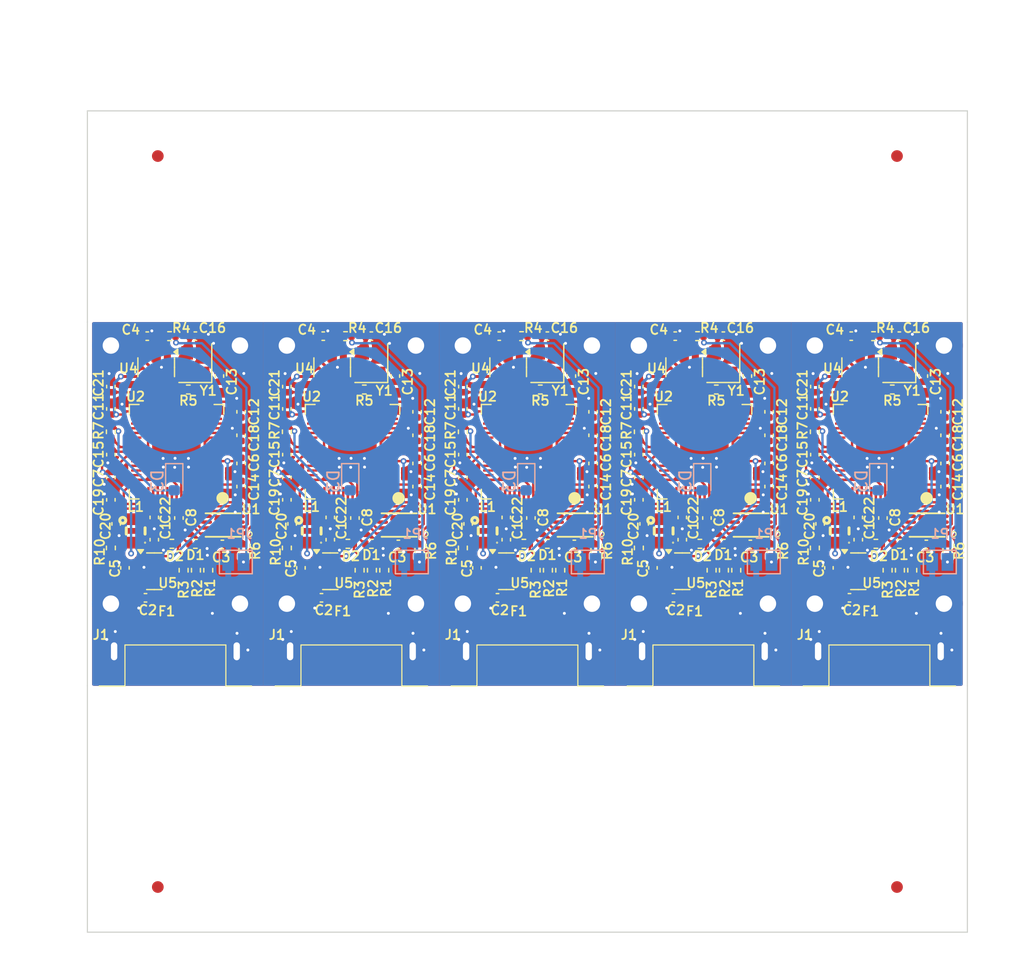
<source format=kicad_pcb>
(kicad_pcb (version 20241229) (generator "pcbnew") (generator_version "9.0")
  (layers (0 "F.Cu" signal) (2 "B.Cu" signal) (13 "F.Paste" user) (15 "B.Paste" user) (5 "F.SilkS" user "F.Silkscreen") (7 "B.SilkS" user "B.Silkscreen") (1 "F.Mask" user) (3 "B.Mask" user) (25 "Edge.Cuts" user))
  (net 0 "")
  (net 1 "GND")
  (net 4 "/+5V_USB")
  (net 5 "/D-")
  (net 6 "/D+")
  (net 7 "Net-(J1-A5-CC1)")
  (net 10 "/XIN")
  (net 11 "/XOUT")
  (net 12 "/DM")
  (net 13 "/DP")
  (net 14 "/QSPI_SD3")
  (net 15 "Net-(C16-Pad1)")
  (net 16 "/QSPI_SCLK")
  (net 17 "/QSPI_SD0")
  (net 18 "/+5V_VIN")
  (net 19 "/QSPI_SD2")
  (net 20 "/QSPI_SD1")
  (net 21 "/QSPI_SS_N")
  (net 22 "Net-(D3-A)")
  (net 23 "/GPIO25")
  (net 24 "+1V1")
  (net 25 "Net-(U4-Q)")
  (net 26 "+3.3V")
  (net 27 "Net-(U4-I)")
  (net 28 "Net-(U2-VREG_LX)")
  (net 29 "/TOUCH_BTN")
  (net 63 "/VREG_AVDD")
  (footprint "LT_USON8:USON8-2x3mm-EP0.2x1.6mm" (layer "F.Cu") (at 96.167868 84.5 180)
    (property "Reference" "U1")
    (property "Value" "ZD25WQ32CEIGR")
  )
  (footprint "Resistor_SMD:R_0402_1005Metric" (layer "F.Cu") (at 136.8 86.1)
    (property "Reference" "D2")
    (property "Value" "TPESD0402G05V")
  )
  (footprint "Capacitor_SMD:C_0402_1005Metric" (layer "F.Cu") (at 116.6 78.5 -90)
    (property "Reference" "C15")
    (property "Value" "C_0402_100nF_10V_X7R")
  )
  (footprint "Capacitor_SMD:C_0402_1005Metric" (layer "F.Cu") (at 110.85 71.8 90)
    (property "Reference" "C13")
    (property "Value" "C_0402_15pF_50V_C0G")
  )
  (footprint "Crystal:Crystal_SMD_2520-4Pin_2.5x2.0mm" (layer "F.Cu") (at 93.8 70.7 90)
    (property "Reference" "Y1")
    (property "Value" "ABM8-272-T3")
  )
  (footprint "LT_TinyMountingHole:MountingHole-M1.4" (layer "F.Cu") (at 116.6 69.2)
    (property "Reference" "H1" (hide yes))
    (property "Value" "M1.4 Hole")
  )
  (footprint "Capacitor_SMD:C_0402_1005Metric" (layer "F.Cu") (at 142.7 79.25 -90)
    (property "Reference" "C6")
    (property "Value" "C_0402_100nF_10V_X7R")
  )
  (footprint "Capacitor_SMD:C_0402_1005Metric" (layer "F.Cu") (at 137.4 83.9 -90)
    (property "Reference" "C8")
    (property "Value" "C_0402_4.7uF_10V_X5R")
  )
  (footprint "Capacitor_SMD:C_0402_1005Metric" (layer "F.Cu") (at 116.6 80.45 -90)
    (property "Reference" "C7")
    (property "Value" "C_0402_100nF_10V_X7R")
  )
  (footprint "Capacitor_SMD:C_0402_1005Metric" (layer "F.Cu") (at 96.1 86.15 180)
    (property "Reference" "C3")
    (property "Value" "C_0402_1uF_10V_X5R")
  )
  (footprint "Capacitor_SMD:C_0402_1005Metric" (layer "F.Cu") (at 78.8 68.4)
    (property "Reference" "C16")
    (property "Value" "C_0402_15pF_50V_C0G")
  )
  (footprint "Resistor_SMD:R_0402_1005Metric" (layer "F.Cu") (at 86.6 86.45 90)
    (property "Reference" "R10")
    (property "Value" "R_0402_33_5%")
  )
  (footprint "LT_TinyMountingHole:MountingHole-M1.4" (layer "F.Cu") (at 142.6 91.2)
    (property "Reference" "H2" (hide yes))
    (property "Value" "M1.4 Hole")
  )
  (footprint "Resistor_SMD:R_0402_1005Metric" (layer "F.Cu") (at 94.9 88.35 90)
    (property "Reference" "R1")
    (property "Value" "R_0402_5.1K_5%")
  )
  (footprint "Resistor_SMD:R_0402_1005Metric" (layer "F.Cu") (at 91.8 86.1)
    (property "Reference" "D2")
    (property "Value" "TPESD0402G05V")
  )
  (footprint "Capacitor_SMD:C_0402_1005Metric" (layer "F.Cu") (at 87.05 84.4 -90)
    (property "Reference" "C20")
    (property "Value" "C_0402_4.7uF_10V_X5R")
  )
  (footprint "LT_USON8:USON8-2x3mm-EP0.2x1.6mm" (layer "F.Cu") (at 141.167868 84.5 180)
    (property "Reference" "U1")
    (property "Value" "ZD25WQ32CEIGR")
  )
  (footprint "LT_GT-USB-8016A:GT-USB-8016A" (layer "F.Cu") (at 137.1 93.4)
    (property "Reference" "J1")
    (property "Value" "GT-USB-8016A")
  )
  (footprint "Crystal:Crystal_SMD_2520-4Pin_2.5x2.0mm" (layer "F.Cu") (at 78.8 70.7 90)
    (property "Reference" "Y1")
    (property "Value" "ABM8-272-T3")
  )
  (footprint "LT_TinyMountingHole:MountingHole-M1.4" (layer "F.Cu") (at 86.6 69.2)
    (property "Reference" "H1" (hide yes))
    (property "Value" "M1.4 Hole")
  )
  (footprint "Resistor_SMD:R_0402_1005Metric" (layer "F.Cu") (at 116.6 76.55 90)
    (property "Reference" "R7")
    (property "Value" "R_0402_470_5%")
  )
  (footprint "Capacitor_SMD:C_0402_1005Metric" (layer "F.Cu") (at 140.85 71.8 90)
    (property "Reference" "C13")
    (property "Value" "C_0402_15pF_50V_C0G")
  )
  (footprint "Capacitor_SMD:C_0402_1005Metric" (layer "F.Cu") (at 101.6 78.5 -90)
    (property "Reference" "C15")
    (property "Value" "C_0402_100nF_10V_X7R")
  )
  (footprint "Capacitor_SMD:C_0402_1005Metric" (layer "F.Cu") (at 134.7 68.4)
    (property "Reference" "C4")
    (property "Value" "C_0402_1pF_50V_C0G")
  )
  (footprint "MountingHole:MountingHole_2mm" (layer "F.Cu") (at 142.1 116.7)
    (property "Reference" "REF**" (hide yes))
    (property "Value" "MountingHole_2mm")
  )
  (footprint "Resistor_SMD:R_0402_1005Metric" (layer "F.Cu") (at 139.9 88.35 90)
    (property "Reference" "R1")
    (property "Value" "R_0402_5.1K_5%")
  )
  (footprint "Fuse:Fuse_0402_1005Metric" (layer "F.Cu") (at 121.45 90.7 180)
    (property "Reference" "F1")
    (property "Value" "BSMD0402L-020")
  )
  (footprint "Capacitor_SMD:C_0402_1005Metric" (layer "F.Cu") (at 81.1 86.15 180)
    (property "Reference" "C3")
    (property "Value" "C_0402_1uF_10V_X5R")
  )
  (footprint "Capacitor_SMD:C_0402_1005Metric" (layer "F.Cu") (at 82.7 81.22 -90)
    (property "Reference" "C14")
    (property "Value" "C_0402_100nF_10V_X7R")
  )
  (footprint "Resistor_SMD:R_0402_1005Metric" (layer "F.Cu") (at 71.6 76.55 90)
    (property "Reference" "R7")
    (property "Value" "R_0402_470_5%")
  )
  (footprint "Resistor_SMD:R_0402_1005Metric" (layer "F.Cu") (at 123.8 86.1)
    (property "Reference" "D1")
    (property "Value" "TPESD0402G05V")
  )
  (footprint "Capacitor_SMD:C_0402_1005Metric" (layer "F.Cu") (at 74.55 90.7 180)
    (property "Reference" "C2")
    (property "Value" "C_0402_4.7uF_10V_X5R")
  )
  (footprint "Crystal:Crystal_SMD_2520-4Pin_2.5x2.0mm" (layer "F.Cu") (at 108.8 70.7 90)
    (property "Reference" "Y1")
    (property "Value" "ABM8-272-T3")
  )
  (footprint "LT_TinyMountingHole:MountingHole-M1.4" (layer "F.Cu") (at 82.6 91.2)
    (property "Reference" "H2" (hide yes))
    (property "Value" "M1.4 Hole")
  )
  (footprint "Resistor_SMD:R_0402_1005Metric" (layer "F.Cu") (at 121.6 68.4 180)
    (property "Reference" "R4")
    (property "Value" "R_0402_27_5%")
  )
  (footprint "Resistor_SMD:R_0402_1005Metric" (layer "F.Cu") (at 76.8 86.1)
    (property "Reference" "D2")
    (property "Value" "TPESD0402G05V")
  )
  (footprint "Capacitor_SMD:C_0402_1005Metric" (layer "F.Cu") (at 120.3 83.85 -90)
    (property "Reference" "C22")
    (property "Value" "C_0402_4.7uF_10V_X5R")
  )
  (footprint "Package_TO_SOT_SMD:SOT-23" (layer "F.Cu") (at 135.3 88.4375)
    (property "Reference" "U5")
    (property "Value" "662K")
  )
  (footprint "LT_USON8:USON8-2x3mm-EP0.2x1.6mm" (layer "F.Cu") (at 111.167868 84.5 180)
    (property "Reference" "U1")
    (property "Value" "ZD25WQ32CEIGR")
  )
  (footprint "Capacitor_SMD:C_0402_1005Metric" (layer "F.Cu") (at 71.6 78.5 -90)
    (property "Reference" "C15")
    (property "Value" "C_0402_100nF_10V_X7R")
  )
  (footprint "Capacitor_SMD:C_0402_1005Metric" (layer "F.Cu") (at 72.8 88.15 90)
    (property "Reference" "C5")
    (property "Value" "C_0402_4.7uF_10V_X5R")
  )
  (footprint "Resistor_SMD:R_0402_1005Metric" (layer "F.Cu") (at 93.85 88.35 -90)
    (property "Reference" "R2")
    (property "Value" "R_0402_27_5%")
  )
  (footprint "LT_TinyMountingHole:MountingHole-M1.4" (layer "F.Cu") (at 97.6 69.2)
    (property "Reference" "H3" (hide yes))
    (property "Value" "M1.4 Hole")
  )
  (footprint "Resistor_SMD:R_0402_1005Metric" (layer "F.Cu") (at 108.2 72.95 180)
    (property "Reference" "R5")
    (property "Value" "R_0402_1K_5%")
  )
  (footprint "LT_Inductor:LT_L0806" (layer "F.Cu") (at 118.713538 85 90)
    (property "Reference" "L1")
    (property "Value" "AOTA-B201610S3R3-101-T")
  )
  (footprint "Capacitor_SMD:C_0402_1005Metric" (layer "F.Cu") (at 86.6 72.7 -90)
    (property "Reference" "C21")
    (property "Value" "C_0402_4.7uF_10V_X5R")
  )
  (footprint "Capacitor_SMD:C_0402_1005Metric" (layer "F.Cu") (at 117.05 84.4 -90)
    (property "Reference" "C20")
    (property "Value" "C_0402_4.7uF_10V_X5R")
  )
  (footprint "LT_TinyMountingHole:MountingHole-M1.4" (layer "F.Cu") (at 131.6 69.2)
    (property "Reference" "H1" (hide yes))
    (property "Value" "M1.4 Hole")
  )
  (footprint "Resistor_SMD:R_0402_1005Metric" (layer "F.Cu") (at 123.85 88.35 -90)
    (property "Reference" "R2")
    (property "Value" "R_0402_27_5%")
  )
  (footprint "Resistor_SMD:R_0402_1005Metric" (layer "F.Cu") (at 109.9 88.35 90)
    (property "Reference" "R1")
    (property "Value" "R_0402_5.1K_5%")
  )
  (footprint "Resistor_SMD:R_0402_1005Metric" (layer "F.Cu") (at 82.9 86.65 -90)
    (property "Reference" "R6")
    (property "Value" "R_0402_1K_5%")
  )
  (footprint "Crystal:Crystal_SMD_2520-4Pin_2.5x2.0mm" (layer "F.Cu") (at 123.8 70.7 90)
    (property "Reference" "Y1")
    (property "Value" "ABM8-272-T3")
  )
  (footprint "Package_TO_SOT_SMD:SOT-23" (layer "F.Cu") (at 120.3 88.4375)
    (property "Reference" "U5")
    (property "Value" "662K")
  )
  (footprint "Capacitor_SMD:C_0402_1005Metric" (layer "F.Cu") (at 105.3 83.85 -90)
    (property "Reference" "C22")
    (property "Value" "C_0402_4.7uF_10V_X5R")
  )
  (footprint "Capacitor_SMD:C_0402_1005Metric" (layer "F.Cu") (at 82.7 79.25 -90)
    (property "Reference" "C6")
    (property "Value" "C_0402_100nF_10V_X7R")
  )
  (footprint "Capacitor_SMD:C_0402_1005Metric" (layer "F.Cu") (at 71.6 74.6 90)
    (property "Reference" "C11")
    (property "Value" "C_0402_100nF_10V_X7R")
  )
  (footprint "Capacitor_SMD:C_0402_1005Metric" (layer "F.Cu") (at 117.8 88.15 90)
    (property "Reference" "C5")
    (property "Value" "C_0402_4.7uF_10V_X5R")
  )
  (footprint "Resistor_SMD:R_0402_1005Metric" (layer "F.Cu") (at 101.6 76.55 90)
    (property "Reference" "R7")
    (property "Value" "R_0402_470_5%")
  )
  (footprint "Capacitor_SMD:C_0402_1005Metric" (layer "F.Cu") (at 125.85 71.8 90)
    (property "Reference" "C13")
    (property "Value" "C_0402_15pF_50V_C0G")
  )
  (footprint "Resistor_SMD:R_0402_1005Metric" (layer "F.Cu") (at 71.6 86.45 90)
    (property "Reference" "R10")
    (property "Value" "R_0402_33_5%")
  )
  (footprint "Capacitor_SMD:C_0402_1005Metric" (layer "F.Cu") (at 116.6 72.7 -90)
    (property "Reference" "C21")
    (property "Value" "C_0402_4.7uF_10V_X5R")
  )
  (footprint "Capacitor_SMD:C_0402_1005Metric" (layer "F.Cu") (at 97.7 81.22 -90)
    (property "Reference" "C14")
    (property "Value" "C_0402_100nF_10V_X7R")
  )
  (footprint "Capacitor_SMD:C_0402_1005Metric" (layer "F.Cu") (at 82.7 76.85 90)
    (property "Reference" "C18")
    (property "Value" "C_0402_100nF_10V_X7R")
  )
  (footprint "Capacitor_SMD:C_0402_1005Metric" (layer "F.Cu") (at 101.6 72.7 -90)
    (property "Reference" "C21")
    (property "Value" "C_0402_4.7uF_10V_X5R")
  )
  (footprint "LT_QFN60:RP2350A_QFN-60_EP_7.75x7.75_Pitch0.4mm" (layer "F.Cu") (at 92.2 78.25 180)
    (property "Reference" "U2")
    (property "Value" "RP2350A-QFN60")
  )
  (footprint "LT_TinyMountingHole:MountingHole-M1.4" (layer "F.Cu") (at 116.6 91.2)
    (property "Reference" "H4" (hide yes))
    (property "Value" "M1.4 Hole")
  )
  (footprint "Capacitor_SMD:C_0402_1005Metric" (layer "F.Cu") (at 116.6 74.6 90)
    (property "Reference" "C11")
    (property "Value" "C_0402_100nF_10V_X7R")
  )
  (footprint "Fiducial:Fiducial_1mm_Mask2mm" (layer "F.Cu") (at 137.6 114.2)
    (property "Reference" "REF**" (hide yes))
    (property "Value" "Fiducial_1mm_Mask2mm")
  )
  (footprint "Capacitor_SMD:C_0402_1005Metric" (layer "F.Cu") (at 112.7 76.85 90)
    (property "Reference" "C18")
    (property "Value" "C_0402_100nF_10V_X7R")
  )
  (footprint "Capacitor_SMD:C_0402_1005Metric" (layer "F.Cu") (at 127.7 81.22 -90)
    (property "Reference" "C14")
    (property "Value" "C_0402_100nF_10V_X7R")
  )
  (footprint "Capacitor_SMD:C_0402_1005Metric" (layer "F.Cu") (at 119.55 90.7 180)
    (property "Reference" "C2")
    (property "Value" "C_0402_4.7uF_10V_X5R")
  )
  (footprint "Capacitor_SMD:C_0402_1005Metric" (layer "F.Cu") (at 112.7 74.85 90)
    (property "Reference" "C12")
    (property "Value" "C_0402_100nF_10V_X7R")
  )
  (footprint "Resistor_SMD:R_0402_1005Metric" (layer "F.Cu") (at 77.8 88.35 -90)
    (property "Reference" "R3")
    (property "Value" "R_0402_27_5%")
  )
  (footprint "Capacitor_SMD:C_0402_1005Metric" (layer "F.Cu") (at 119.7 68.4)
    (property "Reference" "C4")
    (property "Value" "C_0402_1pF_50V_C0G")
  )
  (footprint "Resistor_SMD:R_0402_1005Metric" (layer "F.Cu") (at 127.9 86.65 -90)
    (property "Reference" "R6")
    (property "Value" "R_0402_1K_5%")
  )
  (footprint "Capacitor_SMD:C_0402_1005Metric" (layer "F.Cu") (at 101.6 82.35 -90)
    (property "Reference" "C19")
    (property "Value" "C_0402_100nF_10V_X7R")
  )
  (footprint "Resistor_SMD:R_0402_1005Metric" (layer "F.Cu") (at 86.6 76.55 90)
    (property "Reference" "R7")
    (property "Value" "R_0402_470_5%")
  )
  (footprint "LT_Inductor:LT_L0806" (layer "F.Cu") (at 88.713538 85 90)
    (property "Reference" "L1")
    (property "Value" "AOTA-B201610S3R3-101-T")
  )
  (footprint "LT_USON8:USON8-2x3mm-EP0.2x1.6mm" (layer "F.Cu") (at 81.167868 84.5 180)
    (property "Reference" "U1")
    (property "Value" "ZD25WQ32CEIGR")
  )
  (footprint "LT_QFN60:RP2350A_QFN-60_EP_7.75x7.75_Pitch0.4mm" (layer "F.Cu") (at 107.2 78.25 180)
    (property "Reference" "U2")
    (property "Value" "RP2350A-QFN60")
  )
  (footprint "Resistor_SMD:R_0402_1005Metric" (layer "F.Cu") (at 106.8 86.1)
    (property "Reference" "D2")
    (property "Value" "TPESD0402G05V")
  )
  (footprint "LT_TinyMountingHole:MountingHole-M1.4" (layer "F.Cu") (at 101.6 69.2)
    (property "Reference" "H1" (hide yes))
    (property "Value" "M1.4 Hole")
  )
  (footprint "Capacitor_SMD:C_0402_1005Metric" (layer "F.Cu") (at 131.6 82.35 -90)
    (property "Reference" "C19")
    (property "Value" "C_0402_100nF_10V_X7R")
  )
  (footprint "Fuse:Fuse_0402_1005Metric" (layer "F.Cu") (at 76.45 90.7 180)
    (property "Reference" "F1")
    (property "Value" "BSMD0402L-020")
  )
  (footprint "Capacitor_SMD:C_0402_1005Metric" (layer "F.Cu") (at 142.7 74.85 90)
    (property "Reference" "C12")
    (property "Value" "C_0402_100nF_10V_X7R")
  )
  (footprint "Capacitor_SMD:C_0402_1005Metric" (layer "F.Cu") (at 86.6 80.45 -90)
    (property "Reference" "C7")
    (property "Value" "C_0402_100nF_10V_X7R")
  )
  (footprint "Capacitor_SMD:C_0402_1005Metric" (layer "F.Cu") (at 104.55 90.7 180)
    (property "Reference" "C2")
    (property "Value" "C_0402_4.7uF_10V_X5R")
  )
  (footprint "Capacitor_SMD:C_0402_1005Metric" (layer "F.Cu") (at 97.7 79.25 -90)
    (property "Reference" "C6")
    (property "Value" "C_0402_100nF_10V_X7R")
  )
  (footprint "Capacitor_SMD:C_0402_1005Metric" (layer "F.Cu") (at 86.6 82.35 -90)
    (property "Reference" "C19")
    (property "Value" "C_0402_100nF_10V_X7R")
  )
  (footprint "MountingHole:MountingHole_2mm" (layer "F.Cu") (at 72.1 116.7)
    (property "Reference" "REF**" (hide yes))
    (property "Value" "MountingHole_2mm")
  )
  (footprint "Capacitor_SMD:C_0402_1005Metric" (layer "F.Cu") (at 141.1 86.15 180)
    (property "Reference" "C3")
    (property "Value" "C_0402_1uF_10V_X5R")
  )
  (footprint "LT_GT-USB-8016A:GT-USB-8016A" (layer "F.Cu") (at 107.1 93.4)
    (property "Reference" "J1")
    (property "Value" "GT-USB-8016A")
  )
  (footprint "Resistor_SMD:R_0402_1005Metric" (layer "F.Cu") (at 101.6 86.45 90)
    (property "Reference" "R10")
    (property "Value" "R_0402_33_5%")
  )
  (footprint "Resistor_SMD:R_0402_1005Metric" (layer "F.Cu") (at 78.85 88.35 -90)
    (property "Reference" "R2")
    (property "Value" "R_0402_27_5%")
  )
  (footprint "" (layer "F.Cu") (at 138.6 53.05)
    (property "Reference" "")
    (property "Value" "")
  )
  (footprint "LT_GT-USB-8016A:GT-USB-8016A" (layer "F.Cu") (at 77.1 93.4)
    (property "Reference" "J1")
    (property "Value" "GT-USB-8016A")
  )
  (footprint "Resistor_SMD:R_0402_1005Metric" (layer "F.Cu") (at 138.85 88.35 -90)
    (property "Reference" "R2")
    (property "Value" "R_0402_27_5%")
  )
  (footprint "Package_TO_SOT_SMD:SOT-23-6" (layer "F.Cu") (at 75.4625 71.05 -90)
    (property "Reference" "U4")
    (property "Value" "TTP223_SOT23-6")
  )
  (footprint "Capacitor_SMD:C_0402_1005Metric" (layer "F.Cu") (at 135.3 85.75 90)
    (property "Reference" "C1")
    (property "Value" "C_0402_4.7uF_10V_X5R")
  )
  (footprint "Capacitor_SMD:C_0402_1005Metric" (layer "F.Cu") (at 90.3 85.75 90)
    (property "Reference" "C1")
    (property "Value" "C_0402_4.7uF_10V_X5R")
  )
  (footprint "Resistor_SMD:R_0402_1005Metric" (layer "F.Cu") (at 108.8 86.1)
    (property "Reference" "D1")
    (property "Value" "TPESD0402G05V")
  )
  (footprint "Capacitor_SMD:C_0402_1005Metric" (layer "F.Cu") (at 131.6 74.6 90)
    (property "Reference" "C11")
    (property "Value" "C_0402_100nF_10V_X7R")
  )
  (footprint "Capacitor_SMD:C_0402_1005Metric" (layer "F.Cu") (at 105.3 85.75 90)
    (property "Reference" "C1")
    (property "Value" "C_0402_4.7uF_10V_X5R")
  )
  (footprint "Resistor_SMD:R_0402_1005Metric" (layer "F.Cu") (at 138.8 86.1)
    (property "Reference" "D1")
    (property "Value" "TPESD0402G05V")
  )
  (footprint "Capacitor_SMD:C_0402_1005Metric" (layer "F.Cu") (at 111.1 86.15 180)
    (property "Reference" "C3")
    (property "Value" "C_0402_1uF_10V_X5R")
  )
  (footprint "LT_Inductor:LT_L0806" (layer "F.Cu") (at 103.713538 85 90)
    (property "Reference" "L1")
    (property "Value" "AOTA-B201610S3R3-101-T")
  )
  (footprint "LT_TinyMountingHole:MountingHole-M1.4" (layer "F.Cu") (at 86.6 91.2)
    (property "Reference" "H4" (hide yes))
    (property "Value" "M1.4 Hole")
  )
  (footprint "Capacitor_SMD:C_0402_1005Metric" (layer "F.Cu") (at 95.85 71.8 90)
    (property "Reference" "C13")
    (property "Value" "C_0402_15pF_50V_C0G")
  )
  (footprint "Capacitor_SMD:C_0402_1005Metric" (layer "F.Cu") (at 102.8 88.15 90)
    (property "Reference" "C5")
    (property "Value" "C_0402_4.7uF_10V_X5R")
  )
  (footprint "LT_TinyMountingHole:MountingHole-M1.4" (layer "F.Cu") (at 82.6 69.2)
    (property "Reference" "H3" (hide yes))
    (property "Value" "M1.4 Hole")
  )
  (footprint "Package_TO_SOT_SMD:SOT-23-6" (layer "F.Cu") (at 90.4625 71.05 -90)
    (property "Reference" "U4")
    (property "Value" "TTP223_SOT23-6")
  )
  (footprint "Package_TO_SOT_SMD:SOT-23" (layer "F.Cu") (at 105.3 88.4375)
    (property "Reference" "U5")
    (property "Value" "662K")
  )
  (footprint "Capacitor_SMD:C_0402_1005Metric" (layer "F.Cu") (at 77.4 83.9 -90)
    (property "Reference" "C8")
    (property "Value" "C_0402_4.7uF_10V_X5R")
  )
  (footprint "Resistor_SMD:R_0402_1005Metric" (layer "F.Cu") (at 107.8 88.35 -90)
    (property "Reference" "R3")
    (property "Value" "R_0402_27_5%")
  )
  (footprint "Capacitor_SMD:C_0402_1005Metric" (layer "F.Cu") (at 132.8 88.15 90)
    (property "Reference" "C5")
    (property "Value" "C_0402_4.7uF_10V_X5R")
  )
  (footprint "Resistor_SMD:R_0402_1005Metric" (layer "F.Cu") (at 122.8 88.35 -90)
    (property "Reference" "R3")
    (property "Value" "R_0402_27_5%")
  )
  (footprint "Capacitor_SMD:C_0402_1005Metric" (layer "F.Cu") (at 123.8 68.4)
    (property "Reference" "C16")
    (property "Value" "C_0402_15pF_50V_C0G")
  )
  (footprint "Capacitor_SMD:C_0402_1005Metric" (layer "F.Cu") (at 127.7 74.85 90)
    (property "Reference" "C12")
    (property "Value" "C_0402_100nF_10V_X7R")
  )
  (footprint "Resistor_SMD:R_0402_1005Metric" (layer "F.Cu") (at 131.6 86.45 90)
    (property "Reference" "R10")
    (property "Value" "R_0402_33_5%")
  )
  (footprint "LT_USON8:USON8-2x3mm-EP0.2x1.6mm" (layer "F.Cu") (at 126.167868 84.5 180)
    (property "Reference" "U1")
    (property "Value" "ZD25WQ32CEIGR")
  )
  (footprint "Package_TO_SOT_SMD:SOT-23-6" (layer "F.Cu") (at 135.4625 71.05 -90)
    (property "Reference" "U4")
    (property "Value" "TTP223_SOT23-6")
  )
  (footprint "Capacitor_SMD:C_0402_1005Metric" (layer "F.Cu") (at 134.55 90.7 180)
    (property "Reference" "C2")
    (property "Value" "C_0402_4.7uF_10V_X5R")
  )
  (footprint "Capacitor_SMD:C_0402_1005Metric" (layer "F.Cu") (at 92.4 83.9 -90)
    (property "Reference" "C8")
    (property "Value" "C_0402_4.7uF_10V_X5R")
  )
  (footprint "Resistor_SMD:R_0402_1005Metric" (layer "F.Cu") (at 76.6 68.4 180)
    (property "Reference" "R4")
    (property "Value" "R_0402_27_5%")
  )
  (footprint "Capacitor_SMD:C_0402_1005Metric" (layer "F.Cu") (at 75.3 85.75 90)
    (property "Reference" "C1")
    (property "Value" "C_0402_4.7uF_10V_X5R")
  )
  (footprint "Resistor_SMD:R_0402_1005Metric" (layer "F.Cu") (at 131.6 76.55 90)
    (property "Reference" "R7")
    (property "Value" "R_0402_470_5%")
  )
  (footprint "LT_QFN60:RP2350A_QFN-60_EP_7.75x7.75_Pitch0.4mm" (layer "F.Cu") (at 122.2 78.25 180)
    (property "Reference" "U2")
    (property "Value" "RP2350A-QFN60")
  )
  (footprint "Capacitor_SMD:C_0402_1005Metric" (layer "F.Cu") (at 101.6 80.45 -90)
    (property "Reference" "C7")
    (property "Value" "C_0402_100nF_10V_X7R")
  )
  (footprint "LT_TinyMountingHole:MountingHole-M1.4" (layer "F.Cu") (at 142.6 69.2)
    (property "Reference" "H3" (hide yes))
    (property "Value" "M1.4 Hole")
  )
  (footprint "Capacitor_SMD:C_0402_1005Metric" (layer "F.Cu") (at 80.85 71.8 90)
    (property "Reference" "C13")
    (property "Value" "C_0402_15pF_50V_C0G")
  )
  (footprint "" (layer "F.Cu") (at 75.6 53.05)
    (property "Reference" "")
    (property "Value" "")
  )
  (footprint "Capacitor_SMD:C_0402_1005Metric" (layer "F.Cu") (at 71.6 82.35 -90)
    (property "Reference" "C19")
    (property "Value" "C_0402_100nF_10V_X7R")
  )
  (footprint "Capacitor_SMD:C_0402_1005Metric" (layer "F.Cu") (at 74.7 68.4)
    (property "Reference" "C4")
    (property "Value" "C_0402_1pF_50V_C0G")
  )
  (footprint "Capacitor_SMD:C_0402_1005Metric" (layer "F.Cu") (at 87.8 88.15 90)
    (property "Reference" "C5")
    (property "Value" "C_0402_4.7uF_10V_X5R")
  )
  (footprint "Package_TO_SOT_SMD:SOT-23-6" (layer "F.Cu") (at 105.4625 71.05 -90)
    (property "Reference" "U4")
    (property "Value" "TTP223_SOT23-6")
  )
  (footprint "Capacitor_SMD:C_0402_1005Metric" (layer "F.Cu") (at 131.6 78.5 -90)
    (property "Reference" "C15")
    (property "Value" "C_0402_100nF_10V_X7R")
  )
  (footprint "Capacitor_SMD:C_0402_1005Metric" (layer "F.Cu") (at 82.7 74.85 90)
    (property "Reference" "C12")
    (property "Value" "C_0402_100nF_10V_X7R")
  )
  (footprint "MountingHole:MountingHole_2mm" (layer "F.Cu") (at 142.1 51.7)
    (property "Reference" "REF**" (hide yes))
    (property "Value" "MountingHole_2mm")
  )
  (footprint "Package_TO_SOT_SMD:SOT-23" (layer "F.Cu") (at 75.3 88.4375)
    (property "Reference" "U5")
    (property "Value" "662K")
  )
  (footprint "Resistor_SMD:R_0402_1005Metric" (layer "F.Cu") (at 121.8 86.1)
    (property "Reference" "D2")
    (property "Value" "TPESD0402G05V")
  )
  (footprint "Resistor_SMD:R_0402_1005Metric" (layer "F.Cu") (at 106.6 68.4 180)
    (property "Reference" "R4")
    (property "Value" "R_0402_27_5%")
  )
  (footprint "Capacitor_SMD:C_0402_1005Metric" (layer "F.Cu") (at 97.7 76.85 90)
    (property "Reference" "C18")
    (property "Value" "C_0402_100nF_10V_X7R")
  )
  (footprint "Package_TO_SOT_SMD:SOT-23" (layer "F.Cu") (at 90.3 88.4375)
    (property "Reference" "U5")
    (property "Value" "662K")
  )
  (footprint "Resistor_SMD:R_0402_1005Metric" (layer "F.Cu") (at 78.8 86.1)
    (property "Reference" "D1")
    (property "Value" "TPESD0402G05V")
  )
  (footprint "MountingHole:MountingHole_2mm" (layer "F.Cu") (at 72.1 51.7)
    (property "Reference" "REF**" (hide yes))
    (property "Value" "MountingHole_2mm")
  )
  (footprint "Capacitor_SMD:C_0402_1005Metric" (layer "F.Cu") (at 112.7 81.22 -90)
    (property "Reference" "C14")
    (property "Value" "C_0402_100nF_10V_X7R")
  )
  (footprint "Resistor_SMD:R_0402_1005Metric" (layer "F.Cu") (at 97.9 86.65 -90)
    (property "Reference" "R6")
    (property "Value" "R_0402_1K_5%")
  )
  (footprint "Resistor_SMD:R_0402_1005Metric" (layer "F.Cu") (at 93.8 86.1)
    (property "Reference" "D1")
    (property "Value" "TPESD0402G05V")
  )
  (footprint "LT_TinyMountingHole:MountingHole-M1.4" (layer "F.Cu") (at 112.6 91.2)
    (property "Reference" "H2" (hide yes))
    (property "Value" "M1.4 Hole")
  )
  (footprint "Capacitor_SMD:C_0402_1005Metric" (layer "F.Cu") (at 122.4 83.9 -90)
    (property "Reference" "C8")
    (property "Value" "C_0402_4.7uF_10V_X5R")
  )
  (footprint "Capacitor_SMD:C_0402_1005Metric" (layer "F.Cu") (at 127.7 76.85 90)
    (property "Reference" "C18")
    (property "Value" "C_0402_100nF_10V_X7R")
  )
  (footprint "Resistor_SMD:R_0402_1005Metric" (layer "F.Cu") (at 124.9 88.35 90)
    (property "Reference" "R1")
    (property "Value" "R_0402_5.1K_5%")
  )
  (footprint "LT_TinyMountingHole:MountingHole-M1.4" (layer "F.Cu") (at 97.6 91.2)
    (property "Reference" "H2" (hide yes))
    (property "Value" "M1.4 Hole")
  )
  (footprint "Capacitor_SMD:C_0402_1005Metric" (layer "F.Cu") (at 138.8 68.4)
    (property "Reference" "C16")
    (property "Value" "C_0402_15pF_50V_C0G")
  )
  (footprint "Capacitor_SMD:C_0402_1005Metric" (layer "F.Cu") (at 89.7 68.4)
    (property "Reference" "C4")
    (property "Value" "C_0402_1pF_50V_C0G")
  )
  (footprint "Capacitor_SMD:C_0402_1005Metric" (layer "F.Cu") (at 86.6 78.5 -90)
    (property "Reference" "C15")
    (property "Value" "C_0402_100nF_10V_X7R")
  )
  (footprint "LT_GT-USB-8016A:GT-USB-8016A" (layer "F.Cu") (at 92.1 93.4)
    (property "Reference" "J1")
    (property "Value" "GT-USB-8016A")
  )
  (footprint "LT_TinyMountingHole:MountingHole-M1.4" (layer "F.Cu") (at 71.6 69.2)
    (property "Reference" "H1" (hide yes))
    (property "Value" "M1.4 Hole")
  )
  (footprint "LT_Inductor:LT_L0806" (layer "F.Cu") (at 73.713538 85 90)
    (property "Reference" "L1")
    (property "Value" "AOTA-B201610S3R3-101-T")
  )
  (footprint "Capacitor_SMD:C_0402_1005Metric" (layer "F.Cu") (at 101.6 74.6 90)
    (property "Reference" "C11")
    (property "Value" "C_0402_100nF_10V_X7R")
  )
  (footprint "Resistor_SMD:R_0402_1005Metric" (layer "F.Cu") (at 108.85 88.35 -90)
    (property "Reference" "R2")
    (property "Value" "R_0402_27_5%")
  )
  (footprint "Crystal:Crystal_SMD_2520-4Pin_2.5x2.0mm" (layer "F.Cu") (at 138.8 70.7 90)
    (property "Reference" "Y1")
    (property "Value" "ABM8-272-T3")
  )
  (footprint "Resistor_SMD:R_0402_1005Metric" (layer "F.Cu") (at 112.9 86.65 -90)
    (property "Reference" "R6")
    (property "Value" "R_0402_1K_5%")
  )
  (footprint "Capacitor_SMD:C_0402_1005Metric" (layer "F.Cu") (at 104.7 68.4)
    (property "Reference" "C4")
    (property "Value" "C_0402_1pF_50V_C0G")
  )
  (footprint "Capacitor_SMD:C_0402_1005Metric" (layer "F.Cu") (at 89.55 90.7 180)
    (property "Reference" "C2")
    (property "Value" "C_0402_4.7uF_10V_X5R")
  )
  (footprint "LT_TinyMountingHole:MountingHole-M1.4" (layer "F.Cu") (at 71.6 91.2)
    (property "Reference" "H4" (hide yes))
    (property "Value" "M1.4 Hole")
  )
  (footprint "LT_QFN60:RP2350A_QFN-60_EP_7.75x7.75_Pitch0.4mm" (layer "F.Cu") (at 77.2 78.25 180)
    (property "Reference" "U2")
    (property "Value" "RP2350A-QFN60")
  )
  (footprint "Resistor_SMD:R_0402_1005Metric" (layer "F.Cu") (at 92.8 88.35 -90)
    (property "Reference" "R3")
    (property "Value" "R_0402_27_5%")
  )
  (footprint "LT_TinyMountingHole:MountingHole-M1.4" (layer "F.Cu") (at 101.6 91.2)
    (property "Reference" "H4" (hide yes))
    (property "Value" "M1.4 Hole")
  )
  (footprint "Capacitor_SMD:C_0402_1005Metric" (layer "F.Cu") (at 116.6 82.35 -90)
    (property "Reference" "C19")
    (property "Value" "C_0402_100nF_10V_X7R")
  )
  (footprint "Resistor_SMD:R_0402_1005Metric" (layer "F.Cu") (at 142.9 86.65 -90)
    (property "Reference" "R6")
    (property "Value" "R_0402_1K_5%")
  )
  (footprint "Fuse:Fuse_0402_1005Metric" (layer "F.Cu") (at 136.45 90.7 180)
    (property "Reference" "F1")
    (property "Value" "BSMD0402L-020")
  )
  (footprint "Resistor_SMD:R_0402_1005Metric" (layer "F.Cu") (at 137.8 88.35 -90)
    (property "Reference" "R3")
    (property "Value" "R_0402_27_5%")
  )
  (footprint "LT_GT-USB-8016A:GT-USB-8016A" (layer "F.Cu") (at 122.1 93.4)
    (property "Reference" "J1")
    (property "Value" "GT-USB-8016A")
  )
  (footprint "Capacitor_SMD:C_0402_1005Metric" (layer "F.Cu") (at 93.8 68.4)
    (property "Reference" "C16")
    (property "Value" "C_0402_15pF_50V_C0G")
  )
  (footprint "Resistor_SMD:R_0402_1005Metric" (layer "F.Cu") (at 91.6 68.4 180)
    (property "Reference" "R4")
    (property "Value" "R_0402_27_5%")
  )
  (footprint "Resistor_SMD:R_0402_1005Metric" (layer "F.Cu") (at 79.9 88.35 90)
    (property "Reference" "R1")
    (property "Value" "R_0402_5.1K_5%")
  )
  (footprint "LT_TinyMountingHole:MountingHole-M1.4" (layer "F.Cu") (at 112.6 69.2)
    (property "Reference" "H3" (hide yes))
    (property "Value" "M1.4 Hole")
  )
  (footprint "Capacitor_SMD:C_0402_1005Metric" (layer "F.Cu") (at 72.05 84.4 -90)
    (property "Reference" "C20")
    (property "Value" "C_0402_4.7uF_10V_X5R")
  )
  (footprint "Package_TO_SOT_SMD:SOT-23-6" (layer "F.Cu") (at 120.4625 71.05 -90)
    (property "Reference" "U4")
    (property "Value" "TTP223_SOT23-6")
  )
  (footprint "Capacitor_SMD:C_0402_1005Metric" (layer "F.Cu") (at 142.7 76.85 90)
    (property "Reference" "C18")
    (property "Value" "C_0402_100nF_10V_X7R")
  )
  (footprint "LT_Inductor:LT_L0806" (layer "F.Cu") (at 133.713538 85 90)
    (property "Reference" "L1")
    (property "Value" "AOTA-B201610S3R3-101-T")
  )
  (footprint "Resistor_SMD:R_0402_1005Metric" (layer "F.Cu") (at 93.2 72.95 180)
    (property "Reference" "R5")
    (property "Value" "R_0402_1K_5%")
  )
  (footprint "Fuse:Fuse_0402_1005Metric" (layer "F.Cu") (at 91.45 90.7 180)
    (property "Reference" "F1")
    (property "Value" "BSMD0402L-020")
  )
  (footprint "Capacitor_SMD:C_0402_1005Metric" (layer "F.Cu") (at 108.8 68.4)
    (property "Reference" "C16")
    (property "Value" "C_0402_15pF_50V_C0G")
  )
  (footprint "LT_TinyMountingHole:MountingHole-M1.4" (layer "F.Cu") (at 131.6 91.2)
    (property "Reference" "H4" (hide yes))
    (property "Value" "M1.4 Hole")
  )
  (footprint "Resistor_SMD:R_0402_1005Metric" (layer "F.Cu") (at 116.6 86.45 90)
    (property "Reference" "R10")
    (property "Value" "R_0402_33_5%")
  )
  (footprint "Capacitor_SMD:C_0402_1005Metric" (layer "F.Cu") (at 71.6 80.45 -90)
    (property "Reference" "C7")
    (property "Value" "C_0402_100nF_10V_X7R")
  )
  (footprint "Capacitor_SMD:C_0402_1005Metric" (layer "F.Cu") (at 135.3 83.85 -90)
    (property "Reference" "C22")
    (property "Value" "C_0402_4.7uF_10V_X5R")
  )
  (footprint "Capacitor_SMD:C_0402_1005Metric" (layer "F.Cu") (at 126.1 86.15 180)
    (property "Reference" "C3")
    (property "Value" "C_0402_1uF_10V_X5R")
  )
  (footprint "Capacitor_SMD:C_0402_1005Metric" (layer "F.Cu") (at 75.3 83.85 -90)
    (property "Reference" "C22")
    (property "Value" "C_0402_4.7uF_10V_X5R")
  )
  (footprint "Capacitor_SMD:C_0402_1005Metric" (layer "F.Cu") (at 102.05 84.4 -90)
    (property "Reference" "C20")
    (property "Value" "C_0402_4.7uF_10V_X5R")
  )
  (footprint "LT_QFN60:RP2350A_QFN-60_EP_7.75x7.75_Pitch0.4mm" (layer "F.Cu") (at 137.2 78.25 180)
    (property "Reference" "U2")
    (property "Value" "RP2350A-QFN60")
  )
  (footprint "Capacitor_SMD:C_0402_1005Metric" (layer "F.Cu") (at 97.7 74.85 90)
    (property "Reference" "C12")
    (property "Value" "C_0402_100nF_10V_X7R")
  )
  (footprint "Capacitor_SMD:C_0402_1005Metric" (layer "F.Cu") (at 71.6 72.7 -90)
    (property "Reference" "C21")
    (property "Value" "C_0402_4.7uF_10V_X5R")
  )
  (footprint "Capacitor_SMD:C_0402_1005Metric" (layer "F.Cu") (at 131.6 80.45 -90)
    (property "Reference" "C7")
    (property "Value" "C_0402_100nF_10V_X7R")
  )
  (footprint "Capacitor_SMD:C_0402_1005Metric" (layer "F.Cu") (at 131.6 72.7 -90)
    (property "Reference" "C21")
    (property "Value" "C_0402_4.7uF_10V_X5R")
  )
  (footprint "Capacitor_SMD:C_0402_1005Metric" (layer "F.Cu") (at 142.7 81.22 -90)
    (property "Reference" "C14")
    (property "Value" "C_0402_100nF_10V_X7R")
  )
  (footprint "Capacitor_SMD:C_0402_1005Metric" (layer "F.Cu") (at 86.6 74.6 90)
    (property "Reference" "C11")
    (property "Value" "C_0402_100nF_10V_X7R")
  )
  (footprint "Capacitor_SMD:C_0402_1005Metric" (layer "F.Cu") (at 90.3 83.85 -90)
    (property "Reference" "C22")
    (property "Value" "C_0402_4.7uF_10V_X5R")
  )
  (footprint "Resistor_SMD:R_0402_1005Metric" (layer "F.Cu") (at 136.6 68.4 180)
    (property "Reference" "R4")
    (property "Value" "R_0402_27_5%")
  )
  (footprint "LT_TinyMountingHole:MountingHole-M1.4" (layer "F.Cu") (at 127.6 91.2)
    (property "Reference" "H2" (hide yes))
    (property "Value" "M1.4 Hole")
  )
  (footprint "Capacitor_SMD:C_0402_1005Metric" (layer "F.Cu") (at 120.3 85.75 90)
    (property "Reference" "C1")
    (property "Value" "C_0402_4.7uF_10V_X5R")
  )
  (footprint "Resistor_SMD:R_0402_1005Metric" (layer "F.Cu") (at 123.2 72.95 180)
    (property "Reference" "R5")
    (property "Value" "R_0402_1K_5%")
  )
  (footprint "Fiducial:Fiducial_1mm_Mask2mm" (layer "F.Cu") (at 74.6 114.2)
    (property "Reference" "REF**" (hide yes))
    (property "Value" "Fiducial_1mm_Mask2mm")
  )
  (footprint "Resistor_SMD:R_0402_1005Metric" (layer "F.Cu") (at 138.2 72.95 180)
    (property "Reference" "R5")
    (property "Value" "R_0402_1K_5%")
  )
  (footprint "LT_TinyMountingHole:MountingHole-M1.4" (layer "F.Cu") (at 127.6 69.2)
    (property "Reference" "H3" (hide yes))
    (property "Value" "M1.4 Hole")
  )
  (footprint "Resistor_SMD:R_0402_1005Metric" (layer "F.Cu") (at 78.2 72.95 180)
    (property "Reference" "R5")
    (property "Value" "R_0402_1K_5%")
  )
  (footprint "Capacitor_SMD:C_0402_1005Metric" (layer "F.Cu") (at 127.7 79.25 -90)
    (property "Reference" "C6")
    (property "Value" "C_0402_100nF_10V_X7R")
  )
  (footprint "Fuse:Fuse_0402_1005Metric" (layer "F.Cu") (at 106.45 90.7 180)
    (property "Reference" "F1")
    (property "Value" "BSMD0402L-020")
  )
  (footprint "Capacitor_SMD:C_0402_1005Metric" (layer "F.Cu") (at 107.4 83.9 -90)
    (property "Reference" "C8")
    (property "Value" "C_0402_4.7uF_10V_X5R")
  )
  (footprint "Capacitor_SMD:C_0402_1005Metric" (layer "F.Cu") (at 132.05 84.4 -90)
    (property "Reference" "C20")
    (property "Value" "C_0402_4.7uF_10V_X5R")
  )
  (footprint "Capacitor_SMD:C_0402_1005Metric" (layer "F.Cu") (at 112.7 79.25 -90)
    (property "Reference" "C6")
    (property "Value" "C_0402_100nF_10V_X7R")
  )
  (footprint "Jumper:SolderJumper-2_P1.3mm_Open_Pad1.0x1.5mm" (layer "B.Cu") (at 97.25 87.65 180)
    (property "Reference" "JP1")
    (property "Value" "Jumper_2_Open")
  )
  (footprint "LT_TestPoint:TP_8MM" (layer "B.Cu") (at 77.1 74.2)
    (property "Reference" "TP1" (hide yes))
    (property "Value" "TestPoint")
  )
  (footprint "LED_SMD:LED_0603_1608Metric" (layer "B.Cu") (at 107 80.75 -90)
    (property "Reference" "D3")
    (property "Value" "NCD0603B1")
  )
  (footprint "LT_TestPoint:TP_8MM" (layer "B.Cu") (at 137.1 74.2)
    (property "Reference" "TP1" (hide yes))
    (property "Value" "TestPoint")
  )
  (footprint "Jumper:SolderJumper-2_P1.3mm_Open_Pad1.0x1.5mm" (layer "B.Cu") (at 82.25 87.65 180)
    (property "Reference" "JP1")
    (property "Value" "Jumper_2_Open")
  )
  (footprint "Jumper:SolderJumper-2_P1.3mm_Open_Pad1.0x1.5mm" (layer "B.Cu") (at 127.25 87.65 180)
    (property "Reference" "JP1")
    (property "Value" "Jumper_2_Open")
  )
  (footprint "LED_SMD:LED_0603_1608Metric" (layer "B.Cu") (at 92 80.75 -90)
    (property "Reference" "D3")
    (property "Value" "NCD0603B1")
  )
  (footprint "LT_TestPoint:TP_8MM" (layer "B.Cu") (at 107.1 74.2)
    (property "Reference" "TP1" (hide yes))
    (property "Value" "TestPoint")
  )
  (footprint "LED_SMD:LED_0603_1608Metric" (layer "B.Cu") (at 122 80.75 -90)
    (property "Reference" "D3")
    (property "Value" "NCD0603B1")
  )
  (footprint "LT_TestPoint:TP_8MM" (layer "B.Cu") (at 92.1 74.2)
    (property "Reference" "TP1" (hide yes))
    (property "Value" "TestPoint")
  )
  (footprint "LED_SMD:LED_0603_1608Metric" (layer "B.Cu") (at 137 80.75 -90)
    (property "Reference" "D3")
    (property "Value" "NCD0603B1")
  )
  (footprint "Jumper:SolderJumper-2_P1.3mm_Open_Pad1.0x1.5mm" (layer "B.Cu") (at 112.25 87.65 180)
    (property "Reference" "JP1")
    (property "Value" "Jumper_2_Open")
  )
  (footprint "Jumper:SolderJumper-2_P1.3mm_Open_Pad1.0x1.5mm" (layer "B.Cu") (at 142.25 87.65 180)
    (property "Reference" "JP1")
    (property "Value" "Jumper_2_Open")
  )
  (footprint "LT_TestPoint:TP_8MM" (layer "B.Cu") (at 122.1 74.2)
    (property "Reference" "TP1" (hide yes))
    (property "Value" "TestPoint")
  )
  (footprint "LED_SMD:LED_0603_1608Metric" (layer "B.Cu") (at 77 80.75 -90)
    (property "Reference" "D3")
    (property "Value" "NCD0603B1")
  )
  (gr_line (start 69.6 49.2) (end 144.6 49.2) (stroke (width 0.1)) (layer "Edge.Cuts"))
  (gr_line (start 144.6 49.2) (end 144.6 67.2) (stroke (width 0.1)) (layer "Edge.Cuts"))
  (gr_line (start 144.6 119.2) (end 144.6 98.2) (stroke (width 0.1)) (layer "Edge.Cuts"))
  (gr_line (start 69.6 98.2) (end 69.6 119.2) (stroke (width 0.1)) (layer "Edge.Cuts"))
  (gr_line (start 144.6 67.2) (end 144.6 98.2) (stroke (width 0.1)) (layer "Edge.Cuts"))
  (gr_line (start 69.6 67.2) (end 69.6 98.2) (stroke (width 0.1)) (layer "Edge.Cuts"))
  (gr_line (start 69.6 67.2) (end 69.6 49.2) (stroke (width 0.1)) (layer "Edge.Cuts"))
  (gr_line (start 69.6 119.2) (end 144.6 119.2) (stroke (width 0.1)) (layer "Edge.Cuts"))
  (segment (start 112.7 76.37) (end 112.07 76.37) (width 0.2) (layer "F.Cu") (net 1))
  (segment (start 131.025 81.025) (end 131.475 81.025) (width 0.25) (layer "F.Cu") (net 1))
  (segment (start 74.07 90.7) (end 74.07 91.48) (width 0.3) (layer "F.Cu") (net 1))
  (segment (start 106.08 86.64) (end 106.11 86.64) (width 0.25) (layer "F.Cu") (net 1))
  (segment (start 102.9 83.1) (end 102.65 83.35) (width 0.2) (layer "F.Cu") (net 1))
  (segment (start 131.56 78.98) (end 131.34 79.2) (width 0.25) (layer "F.Cu") (net 1))
  (segment (start 107.5 84.49) (end 107.93 84.92) (width 0.25) (layer "F.Cu") (net 1))
  (segment (start 106.29 86.46) (end 106.29 86.1) (width 0.25) (layer "F.Cu") (net 1))
  (segment (start 94.28 68.4) (end 94.75 68.4) (width 0.25) (layer "F.Cu") (net 1))
  (segment (start 112.325 95.26) (end 113.165 95.26) (width 0.3) (layer "F.Cu") (net 1))
  (segment (start 90.18 68.04) (end 90.09 67.95) (width 0.25) (layer "F.Cu") (net 1))
  (segment (start 127.67 71.32) (end 127.93 71.58) (width 0.25) (layer "F.Cu") (net 1))
  (segment (start 101.33 81.87) (end 101.6 81.87) (width 0.25) (layer "F.Cu") (net 1))
  (segment (start 117.9 83.1) (end 117.65 83.35) (width 0.2) (layer "F.Cu") (net 1))
  (segment (start 82.55 83.75) (end 82.2 83.4) (width 0.2) (layer "F.Cu") (net 1))
  (segment (start 126.58 86.745) (end 126.55 86.775) (width 0.2) (layer "F.Cu") (net 1))
  (segment (start 74.8 82.325) (end 74.025 83.1) (width 0.2) (layer "F.Cu") (net 1))
  (segment (start 74.025 83.1) (end 72.9 83.1) (width 0.2) (layer "F.Cu") (net 1))
  (segment (start 112.7 74.075) (end 112.325 73.7) (width 0.2) (layer "F.Cu") (net 1))
  (segment (start 139.75 68.4) (end 139.91 68.24) (width 0.25) (layer "F.Cu") (net 1))
  (segment (start 81.55 86.775) (end 81.6 86.725) (width 0.25) (layer "F.Cu") (net 1))
  (segment (start 82.425 81.7) (end 82.2 81.925) (width 0.2) (layer "F.Cu") (net 1))
  (segment (start 113.165 95.26) (end 113.275 95.15) (width 0.3) (layer "F.Cu") (net 1))
  (segment (start 132.65 83.35) (end 132.65 84.28) (width 0.2) (layer "F.Cu") (net 1))
  (segment (start 97.7 81.7) (end 97.425 81.7) (width 0.2) (layer "F.Cu") (net 1))
  (segment (start 116.6 71.74) (end 116.45 71.59) (width 0.25) (layer "F.Cu") (net 1))
  (segment (start 74.3625 88.0425) (end 74.42 88.1) (width 0.25) (layer "F.Cu") (net 1))
  (segment (start 105.18 68.04) (end 105.09 67.95) (width 0.25) (layer "F.Cu") (net 1))
  (segment (start 131.875 94.875) (end 131.25 94.25) (width 0.3) (layer "F.Cu") (net 1))
  (segment (start 102.3 85.4) (end 102.2 85.4) (width 0.25) (layer "F.Cu") (net 1))
  (segment (start 88 93.4) (end 87.15 93.4) (width 0.3) (layer "F.Cu") (net 1))
  (segment (start 94.9 87.84) (end 94.9 87.15) (width 0.3) (layer "F.Cu") (net 1))
  (segment (start 142.395 79.73) (end 142.175 79.95) (width 0.2) (layer "F.Cu") (net 1))
  (segment (start 82.67 71.32) (end 82.93 71.58) (width 0.25) (layer "F.Cu") (net 1))
  (segment (start 86.875 94.875) (end 86.25 94.25) (width 0.3) (layer "F.Cu") (net 1))
  (segment (start 126.58 86.15) (end 126.58 86.745) (width 0.2) (layer "F.Cu") (net 1))
  (segment (start 83.165 95.26) (end 83.275 95.15) (width 0.3) (layer "F.Cu") (net 1))
  (segment (start 119.3625 88.0425) (end 119.42 88.1) (width 0.25) (layer "F.Cu") (net 1))
  (segment (start 71.6 72.22) (end 71.6 71.74) (width 0.25) (layer "F.Cu") (net 1))
  (segment (start 109.75 68.4) (end 109.91 68.24) (width 0.25) (layer "F.Cu") (net 1))
  (segment (start 142.7 79.73) (end 142.395 79.73) (width 0.2) (layer "F.Cu") (net 1))
  (segment (start 140.85 71.32) (end 142.67 71.32) (width 0.25) (layer "F.Cu") (net 1))
  (segment (start 124.8 86.5) (end 124.71 86.5) (width 0.25) (layer "F.Cu") (net 1))
  (segment (start 117.55 74.2) (end 117.5 74.15) (width 0.25) (layer "F.Cu") (net 1))
  (segment (start 89.3625 88.0425) (end 89.42 88.1) (width 0.25) (layer "F.Cu") (net 1))
  (segment (start 142.567868 83.75) (end 142.55 83.75) (width 0.2) (layer "F.Cu") (net 1))
  (segment (start 121.08 86.64) (end 121.11 86.64) (width 0.25) (layer "F.Cu") (net 1))
  (segment (start 86.025 81.025) (end 86.475 81.025) (width 0.25) (layer "F.Cu") (net 1))
  (segment (start 71.05 81.85) (end 71.31 81.85) (width 0.25) (layer "F.Cu") (net 1))
  (segment (start 131.6 72.22) (end 131.6 71.74) (width 0.25) (layer "F.Cu") (net 1))
  (segment (start 124.75 68.4) (end 124.91 68.24) (width 0.25) (layer "F.Cu") (net 1))
  (segment (start 132.2 85.4) (end 132.05 85.25) (width 0.25) (layer "F.Cu") (net 1))
  (segment (start 79.9 87.15) (end 79.825 87.075) (width 0.3) (layer "F.Cu") (net 1))
  (segment (start 81.58 86.15) (end 81.58 86.745) (width 0.2) (layer "F.Cu") (net 1))
  (segment (start 136.11 86.64) (end 136.29 86.46) (width 0.25) (layer "F.Cu") (net 1))
  (segment (start 132.9 83.1) (end 132.65 83.35) (width 0.2) (layer "F.Cu") (net 1))
  (segment (start 142.7 74.075) (end 142.325 73.7) (width 0.2) (layer "F.Cu") (net 1))
  (segment (start 82.7 81.7) (end 82.425 81.7) (width 0.2) (layer "F.Cu") (net 1))
  (segment (start 72.8 87.67) (end 72.32 87.67) (width 0.25) (layer "F.Cu") (net 1))
  (segment (start 139.28 68.4) (end 139.75 68.4) (width 0.25) (layer "F.Cu") (net 1))
  (segment (start 120.4625 69.9125) (end 120.4625 68.6825) (width 0.25) (layer "F.Cu") (net 1))
  (segment (start 75.18 68.4) (end 75.18 68.04) (width 0.25) (layer "F.Cu") (net 1))
  (segment (start 134.3625 88.0425) (end 134.42 88.1) (width 0.25) (layer "F.Cu") (net 1))
  (segment (start 97.7 74.37) (end 97.7 74.075) (width 0.2) (layer "F.Cu") (net 1))
  (segment (start 90.4625 68.6825) (end 90.18 68.4) (width 0.25) (layer "F.Cu") (net 1))
  (segment (start 132.5 74.15) (end 131.61 74.15) (width 0.25) (layer "F.Cu") (net 1))
  (segment (start 110.85 71.175) (end 109.5 69.825) (width 0.25) (layer "F.Cu") (net 1))
  (segment (start 87.32 87.67) (end 87.3 87.69) (width 0.25) (layer "F.Cu") (net 1))
  (segment (start 110.29 93.4) (end 110.29 92.065) (width 0.3) (layer "F.Cu") (net 1))
  (segment (start 112.55 83.75) (end 112.2 83.4) (width 0.2) (layer "F.Cu") (net 1))
  (segment (start 141.55 86.775) (end 141.6 86.725) (width 0.25) (layer "F.Cu") (net 1))
  (segment (start 87.5 74.15) (end 86.61 74.15) (width 0.25) (layer "F.Cu") (net 1))
  (segment (start 125.85 71.175) (end 124.5 69.825) (width 0.25) (layer "F.Cu") (net 1))
  (segment (start 72.65 83.35) (end 72.65 84.28) (width 0.2) (layer "F.Cu") (net 1))
  (segment (start 125.29 93.4) (end 125.29 92.065) (width 0.3) (layer "F.Cu") (net 1))
  (segment (start 89.18 87.67) (end 89.3625 87.4875) (width 0.25) (layer "F.Cu") (net 1))
  (segment (start 80.29 92.065) (end 80.25 92.025) (width 0.3) (layer "F.Cu") (net 1))
  (segment (start 132.8 87.67) (end 134.18 87.67) (width 0.25) (layer "F.Cu") (net 1))
  (segment (start 82.025 93.4) (end 82.35 93.725) (width 0.3) (layer "F.Cu") (net 1))
  (segment (start 134.8 81.6875) (end 134.8 82.325) (width 0.2) (layer "F.Cu") (net 1))
  (segment (start 135.3 85.27) (end 135.3 84.82) (width 0.25) (layer "F.Cu") (net 1))
  (segment (start 109.71 86.5) (end 109.31 86.1) (width 0.25) (layer "F.Cu") (net 1))
  (segment (start 95.29 93.4) (end 95.29 92.065) (width 0.3) (layer "F.Cu") (net 1))
  (segment (start 105.3 84.82) (end 105.3 84.33) (width 0.25) (layer "F.Cu") (net 1))
  (segment (start 79.71 86.5) (end 79.31 86.1) (width 0.25) (layer "F.Cu") (net 1))
  (segment (start 119.025 83.1) (end 117.9 83.1) (width 0.2) (layer "F.Cu") (net 1))
  (segment (start 102.15 93.4) (end 101.975 93.575) (width 0.3) (layer "F.Cu") (net 1))
  (segment (start 139.8 86.5) (end 139.71 86.5) (width 0.25) (layer "F.Cu") (net 1))
  (segment (start 121.29 86.46) (end 121.29 86.1) (width 0.25) (layer "F.Cu") (net 1))
  (segment (start 125.85 71.32) (end 127.67 71.32) (width 0.25) (layer "F.Cu") (net 1))
  (segment (start 131.05 81.85) (end 131.31 81.85) (width 0.25) (layer "F.Cu") (net 1))
  (segment (start 104.8 81.6875) (end 104.8 82.325) (width 0.2) (layer "F.Cu") (net 1))
  (segment (start 79.535 69.825) (end 80.35 69.01) (width 0.25) (layer "F.Cu") (net 1))
  (segment (start 105.4625 69.9125) (end 105.4625 68.6825) (width 0.25) (layer "F.Cu") (net 1))
  (segment (start 141.2 93.4) (end 142.025 93.4) (width 0.3) (layer "F.Cu") (net 1))
  (segment (start 86.56 78.98) (end 86.34 79.2) (width 0.25) (layer "F.Cu") (net 1))
  (segment (start 72.65 84.28) (end 72.05 84.88) (width 0.2) (layer "F.Cu") (net 1))
  (segment (start 95.85 71.175) (end 94.5 69.825) (width 0.25) (layer "F.Cu") (net 1))
  (segment (start 71.6 71.74) (end 71.45 71.59) (width 0.25) (layer "F.Cu") (net 1))
  (segment (start 120.3 85.27) (end 120.3 84.82) (width 0.25) (layer "F.Cu") (net 1))
  (segment (start 120.4625 68.6825) (end 120.18 68.4) (width 0.25) (layer "F.Cu") (net 1))
  (segment (start 119.3625 87.4875) (end 119.3625 88.0425) (width 0.25) (layer "F.Cu") (net 1))
  (segment (start 131.61 74.15) (end 131.6 74.14) (width 0.25) (layer "F.Cu") (net 1))
  (segment (start 101.61 74.15) (end 101.6 74.14) (width 0.25) (layer "F.Cu") (net 1))
  (segment (start 134.8 82.325) (end 134.025 83.1) (width 0.2) (layer "F.Cu") (net 1))
  (segment (start 72.55 74.2) (end 72.5 74.15) (width 0.25) (layer "F.Cu") (net 1))
  (segment (start 78.1 71.368) (end 79.5 69.968) (width 0.25) (layer "F.Cu") (net 1))
  (segment (start 86.05 81.85) (end 86.31 81.85) (width 0.25) (layer "F.Cu") (net 1))
  (segment (start 127.567868 83.75) (end 127.55 83.75) (width 0.2) (layer "F.Cu") (net 1))
  (segment (start 76.29 86.46) (end 76.29 86.1) (width 0.25) (layer "F.Cu") (net 1))
  (segment (start 132.15 93.4) (end 131.975 93.575) (width 0.3) (layer "F.Cu") (net 1))
  (segment (start 97.55 83.75) (end 97.2 83.4) (width 0.2) (layer "F.Cu") (net 1))
  (segment (start 124.28 68.4) (end 124.75 68.4) (width 0.25) (layer "F.Cu") (net 1))
  (segment (start 132.65 84.28) (end 132.05 84.88) (width 0.2) (layer "F.Cu") (net 1))
  (segment (start 120.3 84.82) (end 120.3 84.33) (width 0.25) (layer "F.Cu") (net 1))
  (segment (start 117.8 87.67) (end 119.18 87.67) (width 0.25) (layer "F.Cu") (net 1))
  (segment (start 82.395 79.73) (end 82.175 79.95) (width 0.2) (layer "F.Cu") (net 1))
  (segment (start 116.61 74.15) (end 116.6 74.14) (width 0.25) (layer "F.Cu") (net 1))
  (segment (start 97.395 79.73) (end 97.175 79.95) (width 0.2) (layer "F.Cu") (net 1))
  (segment (start 117.2 85.4) (end 117.05 85.25) (width 0.25) (layer "F.Cu") (net 1))
  (segment (start 139.535 69.825) (end 140.35 69.01) (width 0.25) (layer "F.Cu") (net 1))
  (segment (start 104.3625 88.0425) (end 104.42 88.1) (width 0.25) (layer "F.Cu") (net 1))
  (segment (start 127.425 81.7) (end 127.2 81.925) (width 0.2) (layer "F.Cu") (net 1))
  (segment (start 127.07 76.37) (end 126.95 76.25) (width 0.2) (layer "F.Cu") (net 1))
  (segment (start 121.11 86.64) (end 121.29 86.46) (width 0.25) (layer "F.Cu") (net 1))
  (segment (start 98.165 95.26) (end 98.275 95.15) (width 0.3) (layer "F.Cu") (net 1))
  (segment (start 97.325 95.26) (end 98.165 95.26) (width 0.3) (layer "F.Cu") (net 1))
  (segment (start 112.7 81.7) (end 112.425 81.7) (width 0.2) (layer "F.Cu") (net 1))
  (segment (start 116.56 78.98) (end 116.34 79.2) (width 0.25) (layer "F.Cu") (net 1))
  (segment (start 87.3 85.4) (end 87.2 85.4) (width 0.25) (layer "F.Cu") (net 1))
  (segment (start 119.18 87.67) (end 119.3625 87.4875) (width 0.25) (layer "F.Cu") (net 1))
  (segment (start 134.07 90.7) (end 134.07 91.48) (width 0.3) (layer "F.Cu") (net 1))
  (segment (start 131.31 81.85) (end 131.33 81.87) (width 0.25) (layer "F.Cu") (net 1))
  (segment (start 128.165 95.26) (end 128.275 95.15) (width 0.3) (layer "F.Cu") (net 1))
  (segment (start 112.7 79.73) (end 112.395 79.73) (width 0.2) (layer "F.Cu") (net 1))
  (segment (start 119.8 81.6875) (end 119.8 82.325) (width 0.2) (layer "F.Cu") (net 1))
  (segment (start 91.08 86.64) (end 91.11 86.64) (width 0.25) (layer "F.Cu") (net 1))
  (segment (start 97.7 79.73) (end 97.395 79.73) (width 0.2) (layer "F.Cu") (net 1))
  (segment (start 123.1 71.368) (end 124.5 69.968) (width 0.25) (layer "F.Cu") (net 1))
  (segment (start 135.3 84.82) (end 135.3 84.33) (width 0.25) (layer "F.Cu") (net 1))
  (segment (start 104.07 91.48) (end 103.975 91.575) (width 0.3) (layer "F.Cu") (net 1))
  (segment (start 131.6 71.74) (end 131.45 71.59) (width 0.25) (layer "F.Cu") (net 1))
  (segment (start 139.9 87.15) (end 139.825 87.075) (width 0.3) (layer "F.Cu") (net 1))
  (segment (start 134.18 87.67) (end 134.3625 87.4875) (width 0.25) (layer "F.Cu") (net 1))
  (segment (start 89.3625 87.4875) (end 89.3625 88.0425) (width 0.25) (layer "F.Cu") (net 1))
  (segment (start 89.025 83.1) (end 87.9 83.1) (width 0.2) (layer "F.Cu") (net 1))
  (segment (start 139.71 86.5) (end 139.31 86.1) (width 0.25) (layer "F.Cu") (net 1))
  (segment (start 111.58 86.15) (end 111.58 86.745) (width 0.2) (layer "F.Cu") (net 1))
  (segment (start 80.85 71.32) (end 82.67 71.32) (width 0.25) (layer "F.Cu") (net 1))
  (segment (start 112.425 81.7) (end 112.2 81.925) (width 0.2) (layer "F.Cu") (net 1))
  (segment (start 117.3 85.4) (end 117.2 85.4) (width 0.25) (layer "F.Cu") (net 1))
  (segment (start 86.6 72.22) (end 86.6 71.74) (width 0.25) (layer "F.Cu") (net 1))
  (segment (start 80.29 93.4) (end 80.29 92.065) (width 0.3) (layer "F.Cu") (net 1))
  (segment (start 140.29 92.065) (end 140.25 92.025) (width 0.3) (layer "F.Cu") (net 1))
  (segment (start 97.7 76.37) (end 97.07 76.37) (width 0.2) (layer "F.Cu") (net 1))
  (segment (start 137.5 84.49) (end 137.93 84.92) (width 0.25) (layer "F.Cu") (net 1))
  (segment (start 118 93.4) (end 117.15 93.4) (width 0.3) (layer "F.Cu") (net 1))
  (segment (start 96.55 86.775) (end 96.6 86.725) (width 0.25) (layer "F.Cu") (net 1))
  (segment (start 142.7 81.7) (end 142.425 81.7) (width 0.2) (layer "F.Cu") (net 1))
  (segment (start 79.9 87.84) (end 79.9 87.15) (width 0.3) (layer "F.Cu") (net 1))
  (segment (start 109.535 69.825) (end 110.35 69.01) (width 0.25) (layer "F.Cu") (net 1))
  (segment (start 117.5 74.15) (end 116.61 74.15) (width 0.25) (layer "F.Cu") (net 1))
  (segment (start 111.58 86.745) (end 111.55 86.775) (width 0.2) (layer "F.Cu") (net 1))
  (segment (start 142.07 76.37) (end 141.95 76.25) (width 0.2) (layer "F.Cu") (net 1))
  (segment (start 142.325 95.26) (end 143.165 95.26) (width 0.3) (layer "F.Cu") (net 1))
  (segment (start 76.08 86.64) (end 76.11 86.64) (width 0.25) (layer "F.Cu") (net 1))
  (segment (start 82.7 74.37) (end 82.7 74.075) (width 0.2) (layer "F.Cu") (net 1))
  (segment (start 75.18 68.04) (end 75.09 67.95) (width 0.25) (layer "F.Cu") (net 1))
  (segment (start 119.07 90.7) (end 119.07 91.48) (width 0.3) (layer "F.Cu") (net 1))
  (segment (start 80.85 71.175) (end 79.5 69.825) (width 0.25) (layer "F.Cu") (net 1))
  (segment (start 101.56 78.98) (end 101.34 79.2) (width 0.25) (layer "F.Cu") (net 1))
  (segment (start 127.7 74.075) (end 127.325 73.7) (width 0.2) (layer "F.Cu") (net 1))
  (segment (start 87.2 85.4) (end 87.05 85.25) (width 0.25) (layer "F.Cu") (net 1))
  (segment (start 116.875 94.875) (end 116.25 94.25) (width 0.3) (layer "F.Cu") (net 1))
  (segment (start 142.55 83.75) (end 142.2 83.4) (width 0.2) (layer "F.Cu") (net 1))
  (segment (start 134.07 91.48) (end 133.975 91.575) (width 0.3) (layer "F.Cu") (net 1))
  (segment (start 104.07 90.7) (end 104.07 91.48) (width 0.3) (layer "F.Cu") (net 1))
  (segment (start 132.55 74.2) (end 132.5 74.15) (width 0.25) (layer "F.Cu") (net 1))
  (segment (start 71.875 94.875) (end 71.25 94.25) (width 0.3) (layer "F.Cu") (net 1))
  (segment (start 127.55 83.75) (end 127.2 83.4) (width 0.2) (layer "F.Cu") (net 1))
  (segment (start 116.025 81.025) (end 116.475 81.025) (width 0.25) (layer "F.Cu") (net 1))
  (segment (start 131.33 81.87) (end 131.6 81.87) (width 0.25) (layer "F.Cu") (net 1))
  (segment (start 125.29 92.065) (end 125.25 92.025) (width 0.3) (layer "F.Cu") (net 1))
  (segment (start 72.9 83.1) (end 72.65 83.35) (width 0.2) (layer "F.Cu") (net 1))
  (segment (start 104.025 83.1) (end 102.9 83.1) (width 0.2) (layer "F.Cu") (net 1))
  (segment (start 97.67 71.32) (end 97.93 71.58) (width 0.25) (layer "F.Cu") (net 1))
  (segment (start 127.7 76.37) (end 127.07 76.37) (width 0.2) (layer "F.Cu") (net 1))
  (segment (start 111.2 93.4) (end 112.025 93.4) (width 0.3) (layer "F.Cu") (net 1))
  (segment (start 72.5 74.15) (end 71.61 74.15) (width 0.25) (layer "F.Cu") (net 1))
  (segment (start 112.07 76.37) (end 111.95 76.25) (width 0.2) (layer "F.Cu") (net 1))
  (segment (start 81.2 93.4) (end 82.025 93.4) (width 0.3) (layer "F.Cu") (net 1))
  (segment (start 132.8 87.67) (end 132.32 87.67) (width 0.25) (layer "F.Cu") (net 1))
  (segment (start 104.8 82.325) (end 104.025 83.1) (width 0.2) (layer "F.Cu") (net 1))
  (segment (start 136.08 86.64) (end 136.11 86.64) (width 0.25) (layer "F.Cu") (net 1))
  (segment (start 91.11 86.64) (end 91.29 86.46) (width 0.25) (layer "F.Cu") (net 1))
  (segment (start 120.18 68.4) (end 120.18 68.04) (width 0.25) (layer "F.Cu") (net 1))
  (segment (start 102.32 87.67) (end 102.3 87.69) (width 0.25) (layer "F.Cu") (net 1))
  (segment (start 135.18 68.04) (end 135.09 67.95) (width 0.25) (layer "F.Cu") (net 1))
  (segment (start 127.7 81.7) (end 127.425 81.7) (width 0.2) (layer "F.Cu") (net 1))
  (segment (start 101.31 81.85) (end 101.33 81.87) (width 0.25) (layer "F.Cu") (net 1))
  (segment (start 102.55 74.2) (end 102.5 74.15) (width 0.25) (layer "F.Cu") (net 1))
  (segment (start 87.9 83.1) (end 87.65 83.35) (width 0.2) (layer "F.Cu") (net 1))
  (segment (start 73 93.4) (end 72.15 93.4) (width 0.3) (layer "F.Cu") (net 1))
  (segment (start 109.9 87.84) (end 109.9 87.15) (width 0.3) (layer "F.Cu") (net 1))
  (segment (start 122.5 84.49) (end 122.93 84.92) (width 0.25) (layer "F.Cu") (net 1))
  (segment (start 94.75 68.4) (end 94.91 68.24) (width 0.25) (layer "F.Cu") (net 1))
  (segment (start 79.28 68.4) (end 79.75 68.4) (width 0.25) (layer "F.Cu") (net 1))
  (segment (start 109.9 87.15) (end 109.825 87.075) (width 0.3) (layer "F.Cu") (net 1))
  (segment (start 134.025 83.1) (end 132.9 83.1) (width 0.2) (layer "F.Cu") (net 1))
  (segment (start 135.18 68.4) (end 135.18 68.04) (width 0.25) (layer "F.Cu") (net 1))
  (segment (start 72.8 87.67) (end 74.18 87.67) (width 0.25) (layer "F.Cu") (net 1))
  (segment (start 142.425 81.7) (end 142.2 81.925) (width 0.2) (layer "F.Cu") (net 1))
  (segment (start 112.025 93.4) (end 112.35 93.725) (width 0.3) (layer "F.Cu") (net 1))
  (segment (start 142.7 74.37) (end 142.7 74.075) (width 0.2) (layer "F.Cu") (net 1))
  (segment (start 127.025 93.4) (end 127.35 93.725) (width 0.3) (layer "F.Cu") (net 1))
  (segment (start 82.7 76.37) (end 82.07 76.37) (width 0.2) (layer "F.Cu") (net 1))
  (segment (start 136.29 86.46) (end 136.29 86.1) (width 0.25) (layer "F.Cu") (net 1))
  (segment (start 90.18 68.4) (end 90.18 68.04) (width 0.25) (layer "F.Cu") (net 1))
  (segment (start 90.4625 69.9125) (end 90.4625 68.6825) (width 0.25) (layer "F.Cu") (net 1))
  (segment (start 102.65 83.35) (end 102.65 84.28) (width 0.2) (layer "F.Cu") (net 1))
  (segment (start 82.325 95.26) (end 83.165 95.26) (width 0.3) (layer "F.Cu") (net 1))
  (segment (start 82.7 79.73) (end 82.395 79.73) (width 0.2) (layer "F.Cu") (net 1))
  (segment (start 116.33 81.87) (end 116.6 81.87) (width 0.25) (layer "F.Cu") (net 1))
  (segment (start 87.05 85.25) (end 87.05 84.88) (width 0.25) (layer "F.Cu") (net 1))
  (segment (start 97.567868 83.75) (end 97.55 83.75) (width 0.2) (layer "F.Cu") (net 1))
  (segment (start 104.3625 87.4875) (end 104.3625 88.0425) (width 0.25) (layer "F.Cu") (net 1))
  (segment (start 102.65 84.28) (end 102.05 84.88) (width 0.2) (layer "F.Cu") (net 1))
  (segment (start 71.61 74.15) (end 71.6 74.14) (width 0.25) (layer "F.Cu") (net 1))
  (segment (start 142.67 71.32) (end 142.93 71.58) (width 0.25) (layer "F.Cu") (net 1))
  (segment (start 89.07 90.7) (end 89.07 91.48) (width 0.3) (layer "F.Cu") (net 1))
  (segment (start 112.67 71.32) (end 112.93 71.58) (width 0.25) (layer "F.Cu") (net 1))
  (segment (start 89.07 91.48) (end 88.975 91.575) (width 0.3) (layer "F.Cu") (net 1))
  (segment (start 124.71 86.5) (end 124.31 86.1) (width 0.25) (layer "F.Cu") (net 1))
  (segment (start 89.8 81.6875) (end 89.8 82.325) (width 0.2) (layer "F.Cu") (net 1))
  (segment (start 75.4625 68.6825) (end 75.18 68.4) (width 0.25) (layer "F.Cu") (net 1))
  (segment (start 116.31 81.85) (end 116.33 81.87) (width 0.25) (layer "F.Cu") (net 1))
  (segment (start 101.05 81.85) (end 101.31 81.85) (width 0.25) (layer "F.Cu") (net 1))
  (segment (start 93.1 71.368) (end 94.5 69.968) (width 0.25) (layer "F.Cu") (net 1))
  (segment (start 124.535 69.825) (end 125.35 69.01) (width 0.25) (layer "F.Cu") (net 1))
  (segment (start 109.28 68.4) (end 109.75 68.4) (width 0.25) (layer "F.Cu") (net 1))
  (segment (start 133 93.4) (end 132.15 93.4) (width 0.3) (layer "F.Cu") (net 1))
  (segment (start 117.05 85.25) (end 117.05 84.88) (width 0.25) (layer "F.Cu") (net 1))
  (segment (start 117.15 93.4) (end 116.975 93.575) (width 0.3) (layer "F.Cu") (net 1))
  (segment (start 75.4625 69.9125) (end 75.4625 68.6825) (width 0.25) (layer "F.Cu") (net 1))
  (segment (start 105.18 68.4) (end 105.18 68.04) (width 0.25) (layer "F.Cu") (net 1))
  (segment (start 87.15 93.4) (end 86.975 93.575) (width 0.3) (layer "F.Cu") (net 1))
  (segment (start 116.6 72.22) (end 116.6 71.74) (width 0.25) (layer "F.Cu") (net 1))
  (segment (start 94.8 86.5) (end 94.71 86.5) (width 0.25) (layer "F.Cu") (net 1))
  (segment (start 97.7 74.075) (end 97.325 73.7) (width 0.2) (layer "F.Cu") (net 1))
  (segment (start 124.9 87.15) (end 124.825 87.075) (width 0.3) (layer "F.Cu") (net 1))
  (segment (start 97.425 81.7) (end 97.2 81.925) (width 0.2) (layer "F.Cu") (net 1))
  (segment (start 102.2 85.4) (end 102.05 85.25) (width 0.25) (layer "F.Cu") (net 1))
  (segment (start 142.7 76.37) (end 142.07 76.37) (width 0.2) (layer "F.Cu") (net 1))
  (segment (start 95.29 92.065) (end 95.25 92.025) (width 0.3) (layer "F.Cu") (net 1))
  (segment (start 140.85 71.175) (end 139.5 69.825) (width 0.25) (layer "F.Cu") (net 1))
  (segment (start 134.3625 87.4875) (end 134.3625 88.0425) (width 0.25) (layer "F.Cu") (net 1))
  (segment (start 102.8 87.67) (end 104.18 87.67) (width 0.25) (layer "F.Cu") (net 1))
  (segment (start 89.8 82.325) (end 89.025 83.1) (width 0.2) (layer "F.Cu") (net 1))
  (segment (start 132.05 85.25) (end 132.05 84.88) (width 0.25) (layer "F.Cu") (net 1))
  (segment (start 96.2 93.4) (end 97.025 93.4) (width 0.3) (layer "F.Cu") (net 1))
  (segment (start 110.29 92.065) (end 110.25 92.025) (width 0.3) (layer "F.Cu") (net 1))
  (segment (start 117.65 84.28) (end 117.05 84.88) (width 0.2) (layer "F.Cu") (net 1))
  (segment (start 94.71 86.5) (end 94.31 86.1) (width 0.25) (layer "F.Cu") (net 1))
  (segment (start 103 93.4) (end 102.15 93.4) (width 0.3) (layer "F.Cu") (net 1))
  (segment (start 92.5 84.49) (end 92.93 84.92) (width 0.25) (layer "F.Cu") (net 1))
  (segment (start 127.395 79.73) (end 127.175 79.95) (width 0.2) (layer "F.Cu") (net 1))
  (segment (start 72.15 93.4) (end 71.975 93.575) (width 0.3) (layer "F.Cu") (net 1))
  (segment (start 101.875 94.875) (end 101.25 94.25) (width 0.3) (layer "F.Cu") (net 1))
  (segment (start 119.07 91.48) (end 118.975 91.575) (width 0.3) (layer "F.Cu") (net 1))
  (segment (start 112.7 74.37) (end 112.7 74.075) (width 0.2) (layer "F.Cu") (net 1))
  (segment (start 101.6 71.74) (end 101.45 71.59) (width 0.25) (layer "F.Cu") (net 1))
  (segment (start 117.8 87.67) (end 117.32 87.67) (width 0.25) (layer "F.Cu") (net 1))
  (segment (start 86.31 81.85) (end 86.33 81.87) (width 0.25) (layer "F.Cu") (net 1))
  (segment (start 127.7 79.73) (end 127.395 79.73) (width 0.2) (layer "F.Cu") (net 1))
  (segment (start 74.3625 87.4875) (end 74.3625 88.0425) (width 0.25) (layer "F.Cu") (net 1))
  (segment (start 139.9 87.84) (end 139.9 87.15) (width 0.3) (layer "F.Cu") (net 1))
  (segment (start 108.1 71.368) (end 109.5 69.968) (width 0.25) (layer "F.Cu") (net 1))
  (segment (start 91.29 86.46) (end 91.29 86.1) (width 0.25) (layer "F.Cu") (net 1))
  (segment (start 71.56 78.98) (end 71.34 79.2) (width 0.25) (layer "F.Cu") (net 1))
  (segment (start 74.8 81.6875) (end 74.8 82.325) (width 0.2) (layer "F.Cu") (net 1))
  (segment (start 102.5 74.15) (end 101.61 74.15) (width 0.25) (layer "F.Cu") (net 1))
  (segment (start 119.8 82.325) (end 119.025 83.1) (width 0.2) (layer "F.Cu") (net 1))
  (segment (start 74.18 87.67) (end 74.3625 87.4875) (width 0.25) (layer "F.Cu") (net 1))
  (segment (start 82.07 76.37) (end 81.95 76.25) (width 0.2) (layer "F.Cu") (net 1))
  (segment (start 101.6 72.22) (end 101.6 71.74) (width 0.25) (layer "F.Cu") (net 1))
  (segment (start 127.7 74.37) (end 127.7 74.075) (width 0.2) (layer "F.Cu") (net 1))
  (segment (start 72.2 85.4) (end 72.05 85.25) (width 0.25) (layer "F.Cu") (net 1))
  (segment (start 112.395 79.73) (end 112.175 79.95) (width 0.2) (layer "F.Cu") (net 1))
  (segment (start 109.8 86.5) (end 109.71 86.5) (width 0.25) (layer "F.Cu") (net 1))
  (segment (start 79.75 68.4) (end 79.91 68.24) (width 0.25) (layer "F.Cu") (net 1))
  (segment (start 132.3 85.4) (end 132.2 85.4) (width 0.25) (layer "F.Cu") (net 1))
  (segment (start 75.3 84.82) (end 75.3 84.33) (width 0.25) (layer "F.Cu") (net 1))
  (segment (start 116.05 81.85) (end 116.31 81.85) (width 0.25) (layer "F.Cu") (net 1))
  (segment (start 138.1 71.368) (end 139.5 69.968) (width 0.25) (layer "F.Cu") (net 1))
  (segment (start 127.325 95.26) (end 128.165 95.26) (width 0.3) (layer "F.Cu") (net 1))
  (segment (start 86.61 74.15) (end 86.6 74.14) (width 0.25) (layer "F.Cu") (net 1))
  (segment (start 72.32 87.67) (end 72.3 87.69) (width 0.25) (layer "F.Cu") (net 1))
  (segment (start 90.3 85.27) (end 90.3 84.82) (width 0.25) (layer "F.Cu") (net 1))
  (segment (start 124.9 87.84) (end 124.9 87.15) (width 0.3) (layer "F.Cu") (net 1))
  (segment (start 126.2 93.4) (end 127.025 93.4) (width 0.3) (layer "F.Cu") (net 1))
  (segment (start 90.3 84.82) (end 90.3 84.33) (width 0.25) (layer "F.Cu") (net 1))
  (segment (start 105.3 85.27) (end 105.3 84.82) (width 0.25) (layer "F.Cu") (net 1))
  (segment (start 97.07 76.37) (end 96.95 76.25) (width 0.2) (layer "F.Cu") (net 1))
  (segment (start 97.025 93.4) (end 97.35 93.725) (width 0.3) (layer "F.Cu") (net 1))
  (segment (start 87.8 87.67) (end 89.18 87.67) (width 0.25) (layer "F.Cu") (net 1))
  (segment (start 143.165 95.26) (end 143.275 95.15) (width 0.3) (layer "F.Cu") (net 1))
  (segment (start 141.58 86.745) (end 141.55 86.775) (width 0.2) (layer "F.Cu") (net 1))
  (segment (start 135.4625 68.6825) (end 135.18 68.4) (width 0.25) (layer "F.Cu") (net 1))
  (segment (start 72.3 85.4) (end 72.2 85.4) (width 0.25) (layer "F.Cu") (net 1))
  (segment (start 86.33 81.87) (end 86.6 81.87) (width 0.25) (layer "F.Cu") (net 1))
  (segment (start 110.85 71.32) (end 112.67 71.32) (width 0.25) (layer "F.Cu") (net 1))
  (segment (start 81.58 86.745) (end 81.55 86.775) (width 0.2) (layer "F.Cu") (net 1))
  (segment (start 82.567868 83.75) (end 82.55 83.75) (width 0.2) (layer "F.Cu") (net 1))
  (segment (start 102.8 87.67) (end 102.32 87.67) (width 0.25) (layer "F.Cu") (net 1))
  (segment (start 101.025 81.025) (end 101.475 81.025) (width 0.25) (layer "F.Cu") (net 1))
  (segment (start 82.7 74.075) (end 82.325 73.7) (width 0.2) (layer "F.Cu") (net 1))
  (segment (start 102.05 85.25) (end 102.05 84.88) (width 0.25) (layer "F.Cu") (net 1))
  (segment (start 86.6 71.74) (end 86.45 71.59) (width 0.25) (layer "F.Cu") (net 1))
  (segment (start 96.58 86.745) (end 96.55 86.775) (width 0.2) (layer "F.Cu") (net 1))
  (segment (start 96.58 86.15) (end 96.58 86.745) (width 0.2) (layer "F.Cu") (net 1))
  (segment (start 142.025 93.4) (end 142.35 93.725) (width 0.3) (layer "F.Cu") (net 1))
  (segment (start 104.18 87.67) (end 104.3625 87.4875) (width 0.25) (layer "F.Cu") (net 1))
  (segment (start 71.33 81.87) (end 71.6 81.87) (width 0.25) (layer "F.Cu") (net 1))
  (segment (start 126.55 86.775) (end 126.6 86.725) (width 0.25) (layer "F.Cu") (net 1))
  (segment (start 71.31 81.85) (end 71.33 81.87) (width 0.25) (layer "F.Cu") (net 1))
  (segment (start 77.5 84.49) (end 77.93 84.92) (width 0.25) (layer "F.Cu") (net 1))
  (segment (start 117.32 87.67) (end 117.3 87.69) (width 0.25) (layer "F.Cu") (net 1))
  (segment (start 106.11 86.64) (end 106.29 86.46) (width 0.25) (layer "F.Cu") (net 1))
  (segment (start 111.55 86.775) (end 111.6 86.725) (width 0.25) (layer "F.Cu") (net 1))
  (segment (start 71.025 81.025) (end 71.475 81.025) (width 0.25) (layer "F.Cu") (net 1))
  (segment (start 87.8 87.67) (end 87.32 87.67) (width 0.25) (layer "F.Cu") (net 1))
  (segment (start 76.11 86.64) (end 76.29 86.46) (width 0.25) (layer "F.Cu") (net 1))
  (segment (start 79.8 86.5) (end 79.71 86.5) (width 0.25) (layer "F.Cu") (net 1))
  (segment (start 72.05 85.25) (end 72.05 84.88) (width 0.25) (layer "F.Cu") (net 1))
  (segment (start 120.18 68.04) (end 120.09 67.95) (width 0.25) (layer "F.Cu") (net 1))
  (segment (start 75.3 85.27) (end 75.3 84.82) (width 0.25) (layer "F.Cu") (net 1))
  (segment (start 140.29 93.4) (end 140.29 92.065) (width 0.3) (layer "F.Cu") (net 1))
  (segment (start 135.4625 69.9125) (end 135.4625 68.6825) (width 0.25) (layer "F.Cu") (net 1))
  (segment (start 87.65 83.35) (end 87.65 84.28) (width 0.2) (layer "F.Cu") (net 1))
  (segment (start 87.65 84.28) (end 87.05 84.88) (width 0.2) (layer "F.Cu") (net 1))
  (segment (start 112.567868 83.75) (end 112.55 83.75) (width 0.2) (layer "F.Cu") (net 1))
  (segment (start 141.58 86.15) (end 141.58 86.745) (width 0.2) (layer "F.Cu") (net 1))
  (segment (start 132.32 87.67) (end 132.3 87.69) (width 0.25) (layer "F.Cu") (net 1))
  (segment (start 95.85 71.32) (end 97.67 71.32) (width 0.25) (layer "F.Cu") (net 1))
  (segment (start 117.65 83.35) (end 117.65 84.28) (width 0.2) (layer "F.Cu") (net 1))
  (segment (start 94.9 87.15) (end 94.825 87.075) (width 0.3) (layer "F.Cu") (net 1))
  (segment (start 74.07 91.48) (end 73.975 91.575) (width 0.3) (layer "F.Cu") (net 1))
  (segment (start 105.4625 68.6825) (end 105.18 68.4) (width 0.25) (layer "F.Cu") (net 1))
  (segment (start 87.55 74.2) (end 87.5 74.15) (width 0.25) (layer "F.Cu") (net 1))
  (segment (start 94.535 69.825) (end 95.35 69.01) (width 0.25) (layer "F.Cu") (net 1))
  (via (at 71.25 94.25) (size 0.5) (drill 0.25) (layers "F.Cu" "B.Cu") (net 1))
  (via (at 86.05 81.85) (size 0.5) (drill 0.25) (layers "F.Cu" "B.Cu") (net 1))
  (via (at 101.975 93.575) (size 0.5) (drill 0.25) (layers "F.Cu" "B.Cu") (net 1))
  (via (at 90.3 84.82) (size 0.5) (drill 0.25) (layers "F.Cu" "B.Cu") (net 1))
  (via (at 142.325 73.7) (size 0.5) (drill 0.25) (layers "F.Cu" "B.Cu") (net 1))
  (via (at 81.55 86.775) (size 0.5) (drill 0.25) (layers "F.Cu" "B.Cu") (net 1))
  (via (at 116.05 81.85) (size 0.5) (drill 0.25) (layers "F.Cu" "B.Cu") (net 1))
  (via (at 110.25 92.025) (size 0.5) (drill 0.25) (layers "F.Cu" "B.Cu") (net 1))
  (via (at 90.09 67.95) (size 0.5) (drill 0.25) (layers "F.Cu" "B.Cu") (net 1))
  (via (at 93.21 78.82) (size 0.5) (drill 0.25) (layers "F.Cu" "B.Cu") (net 1))
  (via (at 72.55 74.2) (size 0.5) (drill 0.25) (layers "F.Cu" "B.Cu") (net 1))
  (via (at 127.35 93.725) (size 0.5) (drill 0.25) (layers "F.Cu" "B.Cu") (net 1))
  (via (at 86.975 93.575) (size 0.5) (drill 0.25) (layers "F.Cu" "B.Cu") (net 1))
  (via (at 139.825 87.075) (size 0.5) (drill 0.25) (layers "F.Cu" "B.Cu") (net 1))
  (via (at 127.2 81.925) (size 0.5) (drill 0.25) (layers "F.Cu" "B.Cu") (net 1))
  (via (at 89.42 88.1) (size 0.5) (drill 0.25) (layers "F.Cu" "B.Cu") (net 1))
  (via (at 140.35 69.01) (size 0.5) (drill 0.25) (layers "F.Cu" "B.Cu") (net 1))
  (via (at 82.2 81.925) (size 0.5) (drill 0.25) (layers "F.Cu" "B.Cu") (net 1))
  (via (at 121.07 79.56) (size 0.5) (drill 0.25) (layers "F.Cu" "B.Cu") (net 1))
  (via (at 80.35 69.01) (size 0.5) (drill 0.25) (layers "F.Cu" "B.Cu") (net 1))
  (via (at 102.55 74.2) (size 0.5) (drill 0.25) (layers "F.Cu" "B.Cu") (net 1))
  (via (at 95.25 92.025) (size 0.5) (drill 0.25) (layers "F.Cu" "B.Cu") (net 1))
  (via (at 94.91 68.24) (size 0.5) (drill 0.25) (layers "F.Cu" "B.Cu") (net 1))
  (via (at 131.45 71.59) (size 0.5) (drill 0.25) (layers "F.Cu" "B.Cu") (net 1))
  (via (at 117.3 87.69) (size 0.5) (drill 0.25) (layers "F.Cu" "B.Cu") (net 1))
  (via (at 107.07 78.81) (size 0.5) (drill 0.25) (layers "F.Cu" "B.Cu") (net 1))
  (via (at 101.25 94.25) (size 0.5) (drill 0.25) (layers "F.Cu" "B.Cu") (net 1))
  (via (at 81.95 76.25) (size 0.5) (drill 0.25) (layers "F.Cu" "B.Cu") (net 1))
  (via (at 94.825 87.075) (size 0.5) (drill 0.25) (layers "F.Cu" "B.Cu") (net 1))
  (via (at 107.93 84.92) (size 0.5) (drill 0.25) (layers "F.Cu" "B.Cu") (net 1))
  (via (at 71.025 81.025) (size 0.5) (drill 0.25) (layers "F.Cu" "B.Cu") (net 1))
  (via (at 126.55 86.775) (size 0.5) (drill 0.25) (layers "F.Cu" "B.Cu") (net 1))
  (via (at 142.2 83.4) (size 0.5) (drill 0.25) (layers "F.Cu" "B.Cu") (net 1))
  (via (at 116.34 79.2) (size 0.5) (drill 0.25) (layers "F.Cu" "B.Cu") (net 1))
  (via (at 101.05 81.85) (size 0.5) (drill 0.25) (layers "F.Cu" "B.Cu") (net 1))
  (via (at 112.35 93.725) (size 0.5) (drill 0.25) (layers "F.Cu" "B.Cu") (net 1))
  (via (at 122.07 78.81) (size 0.5) (drill 0.25) (layers "F.Cu" "B.Cu") (net 1))
  (via (at 87.55 74.2) (size 0.5) (drill 0.25) (layers "F.Cu" "B.Cu") (net 1))
  (via (at 106.07 79.56) (size 0.5) (drill 0.25) (layers "F.Cu" "B.Cu") (net 1))
  (via (at 71.975 93.575) (size 0.5) (drill 0.25) (layers "F.Cu" "B.Cu") (net 1))
  (via (at 128.275 95.15) (size 0.5) (drill 0.25) (layers "F.Cu" "B.Cu") (net 1))
  (via (at 82.175 79.95) (size 0.5) (drill 0.25) (layers "F.Cu" "B.Cu") (net 1))
  (via (at 138.22 79.56) (size 0.5) (drill 0.25) (layers "F.Cu" "B.Cu") (net 1))
  (via (at 75.09 67.95) (size 0.5) (drill 0.25) (layers "F.Cu" "B.Cu") (net 1))
  (via (at 71.34 79.2) (size 0.5) (drill 0.25) (layers "F.Cu" "B.Cu") (net 1))
  (via (at 110.35 69.01) (size 0.5) (drill 0.25) (layers "F.Cu" "B.Cu") (net 1))
  (via (at 108.21 78.82) (size 0.5) (drill 0.25) (layers "F.Cu" "B.Cu") (net 1))
  (via (at 124.825 87.075) (size 0.5) (drill 0.25) (layers "F.Cu" "B.Cu") (net 1))
  (via (at 86.25 94.25) (size 0.5) (drill 0.25) (layers "F.Cu" "B.Cu") (net 1))
  (via (at 92.07 78.81) (size 0.5) (drill 0.25) (layers "F.Cu" "B.Cu") (net 1))
  (via (at 123.21 78.82) (size 0.5) (drill 0.25) (layers "F.Cu" "B.Cu") (net 1))
  (via (at 142.2 81.925) (size 0.5) (drill 0.25) (layers "F.Cu" "B.Cu") (net 1))
  (via (at 135.3 84.82) (size 0.5) (drill 0.25) (layers "F.Cu" "B.Cu") (net 1))
  (via (at 76.07 79.56) (size 0.5) (drill 0.25) (layers "F.Cu" "B.Cu") (net 1))
  (via (at 97.35 93.725) (size 0.5) (drill 0.25) (layers "F.Cu" "B.Cu") (net 1))
  (via (at 105.09 67.95) (size 0.5) (drill 0.25) (layers "F.Cu" "B.Cu") (net 1))
  (via (at 94.8 86.5) (size 0.5) (drill 0.25) (layers "F.Cu" "B.Cu") (net 1))
  (via (at 126.95 76.25) (size 0.5) (drill 0.25) (layers "F.Cu" "B.Cu") (net 1))
  (via (at 91.07 79.56) (size 0.5) (drill 0.25) (layers "F.Cu" "B.Cu") (net 1))
  (via (at 116.975 93.575) (size 0.5) (drill 0.25) (layers "F.Cu" "B.Cu") (net 1))
  (via (at 116.25 94.25) (size 0.5) (drill 0.25) (layers "F.Cu" "B.Cu") (net 1))
  (via (at 101.025 81.025) (size 0.5) (drill 0.25) (layers "F.Cu" "B.Cu") (net 1))
  (via (at 72.3 87.69) (size 0.5) (drill 0.25) (layers "F.Cu" "B.Cu") (net 1))
  (via (at 82.2 83.4) (size 0.5) (drill 0.25) (layers "F.Cu" "B.Cu") (net 1))
  (via (at 97.93 71.58) (size 0.5) (drill 0.25) (layers "F.Cu" "B.Cu") (net 1))
  (via (at 134.42 88.1) (size 0.5) (drill 0.25) (layers "F.Cu" "B.Cu") (net 1))
  (via (at 96.55 86.775) (size 0.5) (drill 0.25) (layers "F.Cu" "B.Cu") (net 1))
  (via (at 112.175 79.95) (size 0.5) (drill 0.25) (layers "F.Cu" "B.Cu") (net 1))
  (via (at 77.04 79.58) (size 0.5) (drill 0.25) (layers "F.Cu" "B.Cu") (net 1))
  (via (at 120.09 67.95) (size 0.5) (drill 0.25) (layers "F.Cu" "B.Cu") (net 1))
  (via (at 91.05 78.82) (size 0.5) (drill 0.25) (layers "F.Cu" "B.Cu") (net 1))
  (via (at 102.3 85.4) (size 0.5) (drill 0.25) (layers "F.Cu" "B.Cu") (net 1))
  (via (at 82.93 71.58) (size 0.5) (drill 0.25) (layers "F.Cu" "B.Cu") (net 1))
  (via (at 87.3 87.69) (size 0.5) (drill 0.25) (layers "F.Cu" "B.Cu") (net 1))
  (via (at 133.975 91.575) (size 0.5) (drill 0.25) (layers "F.Cu" "B.Cu") (net 1))
  (via (at 136.08 86.64) (size 0.5) (drill 0.25) (layers "F.Cu" "B.Cu") (net 1))
  (via (at 111.55 86.775) (size 0.5) (drill 0.25) (layers "F.Cu" "B.Cu") (net 1))
  (via (at 76.05 78.82) (size 0.5) (drill 0.25) (layers "F.Cu" "B.Cu") (net 1))
  (via (at 143.275 95.15) (size 0.5) (drill 0.25) (layers "F.Cu" "B.Cu") (net 1))
  (via (at 106.08 86.64) (size 0.5) (drill 0.25) (layers "F.Cu" "B.Cu") (net 1))
  (via (at 125.25 92.025) (size 0.5) (drill 0.25) (layers "F.Cu" "B.Cu") (net 1))
  (via (at 86.34 79.2) (size 0.5) (drill 0.25) (layers "F.Cu" "B.Cu") (net 1))
  (via (at 131.34 79.2) (size 0.5) (drill 0.25) (layers "F.Cu" "B.Cu") (net 1))
  (via (at 101.45 71.59) (size 0.5) (drill 0.25) (layers "F.Cu" "B.Cu") (net 1))
  (via (at 127.2 83.4) (size 0.5) (drill 0.25) (layers "F.Cu" "B.Cu") (net 1))
  (via (at 131.025 81.025) (size 0.5) (drill 0.25) (layers "F.Cu" "B.Cu") (net 1))
  (via (at 112.2 81.925) (size 0.5) (drill 0.25) (layers "F.Cu" "B.Cu") (net 1))
  (via (at 137.93 84.92) (size 0.5) (drill 0.25) (layers "F.Cu" "B.Cu") (net 1))
  (via (at 82.325 73.7) (size 0.5) (drill 0.25) (layers "F.Cu" "B.Cu") (net 1))
  (via (at 71.45 71.59) (size 0.5) (drill 0.25) (layers "F.Cu" "B.Cu") (net 1))
  (via (at 79.8 86.5) (size 0.5) (drill 0.25) (layers "F.Cu" "B.Cu") (net 1))
  (via (at 136.07 79.56) (size 0.5) (drill 0.25) (layers "F.Cu" "B.Cu") (net 1))
  (via (at 137.04 79.58) (size 0.5) (drill 0.25) (layers "F.Cu" "B.Cu") (net 1))
  (via (at 119.42 88.1) (size 0.5) (drill 0.25) (layers "F.Cu" "B.Cu") (net 1))
  (via (at 132.3 87.69) (size 0.5) (drill 0.25) (layers "F.Cu" "B.Cu") (net 1))
  (via (at 109.8 86.5) (size 0.5) (drill 0.25) (layers "F.Cu" "B.Cu") (net 1))
  (via (at 91.08 86.64) (size 0.5) (drill 0.25) (layers "F.Cu" "B.Cu") (net 1))
  (via (at 107.04 79.58) (size 0.5) (drill 0.25) (layers "F.Cu" "B.Cu") (net 1))
  (via (at 139.91 68.24) (size 0.5) (drill 0.25) (layers "F.Cu" "B.Cu") (net 1))
  (via (at 93.22 79.56) (size 0.5) (drill 0.25) (layers "F.Cu" "B.Cu") (net 1))
  (via (at 97.2 81.925) (size 0.5) (drill 0.25) (layers "F.Cu" "B.Cu") (net 1))
  (via (at 141.55 86.775) (size 0.5) (drill 0.25) (layers "F.Cu" "B.Cu") (net 1))
  (via (at 125.35 69.01) (size 0.5) (drill 0.25) (layers "F.Cu" "B.Cu") (net 1))
  (via (at 78.21 78.82) (size 0.5) (drill 0.25) (layers "F.Cu" "B.Cu") (net 1))
  (via (at 95.35 69.01) (size 0.5) (drill 0.25) (layers "F.Cu" "B.Cu") (net 1))
  (via (at 79.91 68.24) (size 0.5) (drill 0.25) (layers "F.Cu" "B.Cu") (net 1))
  (via (at 136.05 78.82) (size 0.5) (drill 0.25) (layers "F.Cu" "B.Cu") (net 1))
  (via (at 131.05 81.85) (size 0.5) (drill 0.25) (layers "F.Cu" "B.Cu") (net 1))
  (via (at 74.42 88.1) (size 0.5) (drill 0.25) (layers "F.Cu" "B.Cu") (net 1))
  (via (at 71.05 81.85) (size 0.5) (drill 0.25) (layers "F.Cu" "B.Cu") (net 1))
  (via (at 132.55 74.2) (size 0.5) (drill 0.25) (layers "F.Cu" "B.Cu") (net 1))
  (via (at 113.275 95.15) (size 0.5) (drill 0.25) (layers "F.Cu" "B.Cu") (net 1))
  (via (at 109.91 68.24) (size 0.5) (drill 0.25) (layers "F.Cu" "B.Cu") (net 1))
  (via (at 121.05 78.82) (size 0.5) (drill 0.25) (layers "F.Cu" "B.Cu") (net 1))
  (via (at 76.08 86.64) (size 0.5) (drill 0.25) (layers "F.Cu" "B.Cu") (net 1))
  (via (at 78.22 79.56) (size 0.5) (drill 0.25) (layers "F.Cu" "B.Cu") (net 1))
  (via (at 142.93 71.58) (size 0.5) (drill 0.25) (layers "F.Cu" "B.Cu") (net 1))
  (via (at 116.025 81.025) (size 0.5) (drill 0.25) (layers "F.Cu" "B.Cu") (net 1))
  (via (at 88.975 91.575) (size 0.5) (drill 0.25) (layers "F.Cu" "B.Cu") (net 1))
  (via (at 103.975 91.575) (size 0.5) (drill 0.25) (layers "F.Cu" "B.Cu") (net 1))
  (via (at 138.21 78.82) (size 0.5) (drill 0.25) (layers "F.Cu" "B.Cu") (net 1))
  (via (at 124.8 86.5) (size 0.5) (drill 0.25) (layers "F.Cu" "B.Cu") (net 1))
  (via (at 132.3 85.4) (size 0.5) (drill 0.25) (layers "F.Cu" "B.Cu") (net 1))
  (via (at 98.275 95.15) (size 0.5) (drill 0.25) (layers "F.Cu" "B.Cu") (net 1))
  (via (at 124.91 68.24) (size 0.5) (drill 0.25) (layers "F.Cu" "B.Cu") (net 1))
  (via (at 142.175 79.95) (size 0.5) (drill 0.25) (layers "F.Cu" "B.Cu") (net 1))
  (via (at 116.45 71.59) (size 0.5) (drill 0.25) (layers "F.Cu" "B.Cu") (net 1))
  (via (at 112.2 83.4) (size 0.5) (drill 0.25) (layers "F.Cu" "B.Cu") (net 1))
  (via (at 120.3 84.82) (size 0.5) (drill 0.25) (layers "F.Cu" "B.Cu") (net 1))
  (via (at 106.05 78.82) (size 0.5) (drill 0.25) (layers "F.Cu" "B.Cu") (net 1))
  (via (at 75.3 84.82) (size 0.5) (drill 0.25) (layers "F.Cu" "B.Cu") (net 1))
  (via (at 111.95 76.25) (size 0.5) (drill 0.25) (layers "F.Cu" "B.Cu") (net 1))
  (via (at 137.07 78.81) (size 0.5) (drill 0.25) (layers "F.Cu" "B.Cu") (net 1))
  (via (at 79.825 87.075) (size 0.5) (drill 0.25) (layers "F.Cu" "B.Cu") (net 1))
  (via (at 77.93 84.92) (size 0.5) (drill 0.25) (layers "F.Cu" "B.Cu") (net 1))
  (via (at 96.95 76.25) (size 0.5) (drill 0.25) (layers "F.Cu" "B.Cu") (net 1))
  (via (at 101.34 79.2) (size 0.5) (drill 0.25) (layers "F.Cu" "B.Cu") (net 1))
  (via (at 122.93 84.92) (size 0.5) (drill 0.25) (layers "F.Cu" "B.Cu") (net 1))
  (via (at 87.3 85.4) (size 0.5) (drill 0.25) (layers "F.Cu" "B.Cu") (net 1))
  (via (at 139.8 86.5) (size 0.5) (drill 0.25) (layers "F.Cu" "B.Cu") (net 1))
  (via (at 97.2 83.4) (size 0.5) (drill 0.25) (layers "F.Cu" "B.Cu") (net 1))
  (via (at 118.975 91.575) (size 0.5) (drill 0.25) (layers "F.Cu" "B.Cu") (net 1))
  (via (at 121.08 86.64) (size 0.5) (drill 0.25) (layers "F.Cu" "B.Cu") (net 1))
  (via (at 112.93 71.58) (size 0.5) (drill 0.25) (layers "F.Cu" "B.Cu") (net 1))
  (via (at 122.04 79.58) (size 0.5) (drill 0.25) (layers "F.Cu" "B.Cu") (net 1))
  (via (at 142.35 93.725) (size 0.5) (drill 0.25) (layers "F.Cu" "B.Cu") (net 1))
  (via (at 131.975 93.575) (size 0.5) (drill 0.25) (layers "F.Cu" "B.Cu") (net 1))
  (via (at 127.175 79.95) (size 0.5) (drill 0.25) (layers "F.Cu" "B.Cu") (net 1))
  (via (at 127.93 71.58) (size 0.5) (drill 0.25) (layers "F.Cu" "B.Cu") (net 1))
  (via (at 102.3 87.69) (size 0.5) (drill 0.25) (layers "F.Cu" "B.Cu") (net 1))
  (via (at 108.22 79.56) (size 0.5) (drill 0.25) (layers "F.Cu" "B.Cu") (net 1))
  (via (at 80.25 92.025) (size 0.5) (drill 0.25) (layers "F.Cu" "B.Cu") (net 1))
  (via (at 97.175 79.95) (size 0.5) (drill 0.25) (layers "F.Cu" "B.Cu") (net 1))
  (via (at 86.025 81.025) (size 0.5) (drill 0.25) (layers "F.Cu" "B.Cu") (net 1))
  (via (at 140.25 92.025) (size 0.5) (drill 0.25) (layers "F.Cu" "B.Cu") (net 1))
  (via (at 83.275 95.15) (size 0.5) (drill 0.25) (layers "F.Cu" "B.Cu") (net 1))
  (via (at 72.3 85.4) (size 0.5) (drill 0.25) (layers "F.Cu" "B.Cu") (net 1))
  (via (at 123.22 79.56) (size 0.5) (drill 0.25) (layers "F.Cu" "B.Cu") (net 1))
  (via (at 86.45 71.59) (size 0.5) (drill 0.25) (layers "F.Cu" "B.Cu") (net 1))
  (via (at 127.325 73.7) (size 0.5) (drill 0.25) (layers "F.Cu" "B.Cu") (net 1))
  (via (at 73.975 91.575) (size 0.5) (drill 0.25) (layers "F.Cu" "B.Cu") (net 1))
  (via (at 97.325 73.7) (size 0.5) (drill 0.25) (layers "F.Cu" "B.Cu") (net 1))
  (via (at 117.3 85.4) (size 0.5) (drill 0.25) (layers "F.Cu" "B.Cu") (net 1))
  (via (at 92.93 84.92) (size 0.5) (drill 0.25) (layers "F.Cu" "B.Cu") (net 1))
  (via (at 105.3 84.82) (size 0.5) (drill 0.25) (layers "F.Cu" "B.Cu") (net 1))
  (via (at 82.35 93.725) (size 0.5) (drill 0.25) (layers "F.Cu" "B.Cu") (net 1))
  (via (at 117.55 74.2) (size 0.5) (drill 0.25) (layers "F.Cu" "B.Cu") (net 1))
  (via (at 104.42 88.1) (size 0.5) (drill 0.25) (layers "F.Cu" "B.Cu") (net 1))
  (via (at 77.07 78.81) (size 0.5) (drill 0.25) (layers "F.Cu" "B.Cu") (net 1))
  (via (at 92.04 79.58) (size 0.5) (drill 0.25) (layers "F.Cu" "B.Cu") (net 1))
  (via (at 112.325 73.7) (size 0.5) (drill 0.25) (layers "F.Cu" "B.Cu") (net 1))
  (via (at 131.25 94.25) (size 0.5) (drill 0.25) (layers "F.Cu" "B.Cu") (net 1))
  (via (at 135.09 67.95) (size 0.5) (drill 0.25) (layers "F.Cu" "B.Cu") (net 1))
  (via (at 141.95 76.25) (size 0.5) (drill 0.25) (layers "F.Cu" "B.Cu") (net 1))
  (via (at 109.825 87.075) (size 0.5) (drill 0.25) (layers "F.Cu" "B.Cu") (net 1))
  (segment (start 135.74 93.4) (end 135.74 92.11) (width 0.25) (layer "F.Cu") (net 4))
  (segment (start 90.74 93.4) (end 90.74 92.11) (width 0.25) (layer "F.Cu") (net 4))
  (segment (start 105.74 92.11) (end 106.935 90.915) (width 0.25) (layer "F.Cu") (net 4))
  (segment (start 136.935 90.915) (end 136.935 90.7) (width 0.25) (layer "F.Cu") (net 4))
  (segment (start 75.74 92.11) (end 76.935 90.915) (width 0.25) (layer "F.Cu") (net 4))
  (segment (start 135.74 92.11) (end 136.935 90.915) (width 0.25) (layer "F.Cu") (net 4))
  (segment (start 120.74 93.4) (end 120.74 92.11) (width 0.25) (layer "F.Cu") (net 4))
  (segment (start 76.935 90.915) (end 76.935 90.7) (width 0.25) (layer "F.Cu") (net 4))
  (segment (start 90.74 92.11) (end 91.935 90.915) (width 0.25) (layer "F.Cu") (net 4))
  (segment (start 106.935 90.915) (end 106.935 90.7) (width 0.25) (layer "F.Cu") (net 4))
  (segment (start 121.935 90.915) (end 121.935 90.7) (width 0.25) (layer "F.Cu") (net 4))
  (segment (start 91.935 90.915) (end 91.935 90.7) (width 0.25) (layer "F.Cu") (net 4))
  (segment (start 105.74 93.4) (end 105.74 92.11) (width 0.25) (layer "F.Cu") (net 4))
  (segment (start 75.74 93.4) (end 75.74 92.11) (width 0.25) (layer "F.Cu") (net 4))
  (segment (start 120.74 92.11) (end 121.935 90.915) (width 0.25) (layer "F.Cu") (net 4))
  (segment (start 136.39 92.41) (end 137.8 91) (width 0.2) (layer "F.Cu") (net 5))
  (segment (start 76.39 93.4) (end 76.39 92.41) (width 0.2) (layer "F.Cu") (net 5))
  (segment (start 107.8 91) (end 107.8 88.86) (width 0.2) (layer "F.Cu") (net 5))
  (segment (start 136.39 93.4) (end 136.39 92.41) (width 0.2) (layer "F.Cu") (net 5))
  (segment (start 106.39 93.4) (end 106.39 92.41) (width 0.2) (layer "F.Cu") (net 5))
  (segment (start 77.8 91) (end 77.8 88.86) (width 0.2) (layer "F.Cu") (net 5))
  (segment (start 91.39 92.41) (end 92.8 91) (width 0.2) (layer "F.Cu") (net 5))
  (segment (start 121.39 92.41) (end 122.8 91) (width 0.2) (layer "F.Cu") (net 5))
  (segment (start 106.39 92.41) (end 107.8 91) (width 0.2) (layer "F.Cu") (net 5))
  (segment (start 76.39 92.41) (end 77.8 91) (width 0.2) (layer "F.Cu") (net 5))
  (segment (start 91.39 93.4) (end 91.39 92.41) (width 0.2) (layer "F.Cu") (net 5))
  (segment (start 92.8 91) (end 92.8 88.86) (width 0.2) (layer "F.Cu") (net 5))
  (segment (start 137.8 91) (end 137.8 88.86) (width 0.2) (layer "F.Cu") (net 5))
  (segment (start 122.8 91) (end 122.8 88.86) (width 0.2) (layer "F.Cu") (net 5))
  (segment (start 121.39 93.4) (end 121.39 92.41) (width 0.2) (layer "F.Cu") (net 5))
  (segment (start 123.85 90.75) (end 123.85 88.86) (width 0.2) (layer "F.Cu") (net 6))
  (segment (start 107.04 92.56) (end 108.85 90.75) (width 0.2) (layer "F.Cu") (net 6))
  (segment (start 122.04 92.56) (end 123.85 90.75) (width 0.2) (layer "F.Cu") (net 6))
  (segment (start 92.04 92.56) (end 93.85 90.75) (width 0.2) (layer "F.Cu") (net 6))
  (segment (start 78.85 90.75) (end 78.85 88.86) (width 0.2) (layer "F.Cu") (net 6))
  (segment (start 138.85 90.75) (end 138.85 88.86) (width 0.2) (layer "F.Cu") (net 6))
  (segment (start 122.04 93.4) (end 122.04 92.56) (width 0.2) (layer "F.Cu") (net 6))
  (segment (start 108.85 90.75) (end 108.85 88.86) (width 0.2) (layer "F.Cu") (net 6))
  (segment (start 77.04 93.4) (end 77.04 92.56) (width 0.2) (layer "F.Cu") (net 6))
  (segment (start 92.04 93.4) (end 92.04 92.56) (width 0.2) (layer "F.Cu") (net 6))
  (segment (start 137.04 93.4) (end 137.04 92.56) (width 0.2) (layer "F.Cu") (net 6))
  (segment (start 107.04 93.4) (end 107.04 92.56) (width 0.2) (layer "F.Cu") (net 6))
  (segment (start 93.85 90.75) (end 93.85 88.86) (width 0.2) (layer "F.Cu") (net 6))
  (segment (start 137.04 92.56) (end 138.85 90.75) (width 0.2) (layer "F.Cu") (net 6))
  (segment (start 77.04 92.56) (end 78.85 90.75) (width 0.2) (layer "F.Cu") (net 6))
  (segment (start 77.69 92.735) (end 79.9 90.525) (width 0.2) (layer "F.Cu") (net 7))
  (segment (start 94.9 90.525) (end 94.9 88.86) (width 0.2) (layer "F.Cu") (net 7))
  (segment (start 107.69 92.735) (end 109.9 90.525) (width 0.2) (layer "F.Cu") (net 7))
  (segment (start 92.69 93.4) (end 92.69 92.735) (width 0.2) (layer "F.Cu") (net 7))
  (segment (start 122.69 93.4) (end 122.69 92.735) (width 0.2) (layer "F.Cu") (net 7))
  (segment (start 92.69 92.735) (end 94.9 90.525) (width 0.2) (layer "F.Cu") (net 7))
  (segment (start 139.9 90.525) (end 139.9 88.86) (width 0.2) (layer "F.Cu") (net 7))
  (segment (start 109.9 90.525) (end 109.9 88.86) (width 0.2) (layer "F.Cu") (net 7))
  (segment (start 124.9 90.525) (end 124.9 88.86) (width 0.2) (layer "F.Cu") (net 7))
  (segment (start 137.69 92.735) (end 139.9 90.525) (width 0.2) (layer "F.Cu") (net 7))
  (segment (start 137.69 93.4) (end 137.69 92.735) (width 0.2) (layer "F.Cu") (net 7))
  (segment (start 107.69 93.4) (end 107.69 92.735) (width 0.2) (layer "F.Cu") (net 7))
  (segment (start 77.69 93.4) (end 77.69 92.735) (width 0.2) (layer "F.Cu") (net 7))
  (segment (start 122.69 92.735) (end 124.9 90.525) (width 0.2) (layer "F.Cu") (net 7))
  (segment (start 79.9 90.525) (end 79.9 88.86) (width 0.2) (layer "F.Cu") (net 7))
  (segment (start 94.1 73.65) (end 94.5 73.25) (width 0.2) (layer "F.Cu") (net 10))
  (segment (start 123 74.15) (end 123.5 73.65) (width 0.2) (layer "F.Cu") (net 10))
  (segment (start 78.5 73.65) (end 79.1 73.65) (width 0.2) (layer "F.Cu") (net 10))
  (segment (start 125.205 72.28) (end 124.5 71.575) (width 0.2) (layer "F.Cu") (net 10))
  (segment (start 79.5 73.25) (end 79.5 71.575) (width 0.2) (layer "F.Cu") (net 10))
  (segment (start 138 74.8125) (end 138 74.15) (width 0.2) (layer "F.Cu") (net 10))
  (segment (start 138.5 73.65) (end 139.1 73.65) (width 0.2) (layer "F.Cu") (net 10))
  (segment (start 78 74.15) (end 78.5 73.65) (width 0.2) (layer "F.Cu") (net 10))
  (segment (start 110.85 72.28) (end 110.205 72.28) (width 0.2) (layer "F.Cu") (net 10))
  (segment (start 95.85 72.28) (end 95.205 72.28) (width 0.2) (layer "F.Cu") (net 10))
  (segment (start 95.205 72.28) (end 94.5 71.575) (width 0.2) (layer "F.Cu") (net 10))
  (segment (start 139.5 73.25) (end 139.5 71.575) (width 0.2) (layer "F.Cu") (net 10))
  (segment (start 80.85 72.28) (end 80.205 72.28) (width 0.2) (layer "F.Cu") (net 10))
  (segment (start 109.5 73.25) (end 109.5 71.575) (width 0.2) (layer "F.Cu") (net 10))
  (segment (start 93 74.8125) (end 93 74.15) (width 0.2) (layer "F.Cu") (net 10))
  (segment (start 138 74.15) (end 138.5 73.65) (width 0.2) (layer "F.Cu") (net 10))
  (segment (start 123.5 73.65) (end 124.1 73.65) (width 0.2) (layer "F.Cu") (net 10))
  (segment (start 93.5 73.65) (end 94.1 73.65) (width 0.2) (layer "F.Cu") (net 10))
  (segment (start 109.1 73.65) (end 109.5 73.25) (width 0.2) (layer "F.Cu") (net 10))
  (segment (start 124.5 73.25) (end 124.5 71.575) (width 0.2) (layer "F.Cu") (net 10))
  (segment (start 108.5 73.65) (end 109.1 73.65) (width 0.2) (layer "F.Cu") (net 10))
  (segment (start 79.1 73.65) (end 79.5 73.25) (width 0.2) (layer "F.Cu") (net 10))
  (segment (start 80.205 72.28) (end 79.5 71.575) (width 0.2) (layer "F.Cu") (net 10))
  (segment (start 108 74.8125) (end 108 74.15) (width 0.2) (layer "F.Cu") (net 10))
  (segment (start 94.5 73.25) (end 94.5 71.575) (width 0.2) (layer "F.Cu") (net 10))
  (segment (start 124.1 73.65) (end 124.5 73.25) (width 0.2) (layer "F.Cu") (net 10))
  (segment (start 108 74.15) (end 108.5 73.65) (width 0.2) (layer "F.Cu") (net 10))
  (segment (start 78 74.8125) (end 78 74.15) (width 0.2) (layer "F.Cu") (net 10))
  (segment (start 140.205 72.28) (end 139.5 71.575) (width 0.2) (layer "F.Cu") (net 10))
  (segment (start 139.1 73.65) (end 139.5 73.25) (width 0.2) (layer "F.Cu") (net 10))
  (segment (start 93 74.15) (end 93.5 73.65) (width 0.2) (layer "F.Cu") (net 10))
  (segment (start 110.205 72.28) (end 109.5 71.575) (width 0.2) (layer "F.Cu") (net 10))
  (segment (start 125.85 72.28) (end 125.205 72.28) (width 0.2) (layer "F.Cu") (net 10))
  (segment (start 123 74.8125) (end 123 74.15) (width 0.2) (layer "F.Cu") (net 10))
  (segment (start 140.85 72.28) (end 140.205 72.28) (width 0.2) (layer "F.Cu") (net 10))
  (segment (start 123.6 72.95) (end 122.6 73.95) (width 0.2) (layer "F.Cu") (net 11))
  (segment (start 92.6 73.95) (end 92.6 74.8125) (width 0.2) (layer "F.Cu") (net 11))
  (segment (start 77.6 73.95) (end 77.6 74.8125) (width 0.2) (layer "F.Cu") (net 11))
  (segment (start 93.6 72.95) (end 92.6 73.95) (width 0.2) (layer "F.Cu") (net 11))
  (segment (start 107.6 73.95) (end 107.6 74.8125) (width 0.2) (layer "F.Cu") (net 11))
  (segment (start 78.6 72.95) (end 77.6 73.95) (width 0.2) (layer "F.Cu") (net 11))
  (segment (start 138.6 72.95) (end 137.6 73.95) (width 0.2) (layer "F.Cu") (net 11))
  (segment (start 122.6 73.95) (end 122.6 74.8125) (width 0.2) (layer "F.Cu") (net 11))
  (segment (start 137.6 73.95) (end 137.6 74.8125) (width 0.2) (layer "F.Cu") (net 11))
  (segment (start 108.6 72.95) (end 107.6 73.95) (width 0.2) (layer "F.Cu") (net 11))
  (segment (start 77.31 86.635) (end 77.31 86.1) (width 0.2) (layer "F.Cu") (net 12))
  (segment (start 91.4 81.6875) (end 91.4 84.9) (width 0.2) (layer "F.Cu") (net 12))
  (segment (start 92.31 86.635) (end 92.31 86.1) (width 0.2) (layer "F.Cu") (net 12))
  (segment (start 107.31 85.81) (end 107.31 86.1) (width 0.2) (layer "F.Cu") (net 12))
  (segment (start 137.7 87.74) (end 137.7 87.025) (width 0.2) (layer "F.Cu") (net 12))
  (segment (start 91.4 84.9) (end 92.31 85.81) (width 0.2) (layer "F.Cu") (net 12))
  (segment (start 77.7 87.74) (end 77.7 87.025) (width 0.2) (layer "F.Cu") (net 12))
  (segment (start 92.7 87.025) (end 92.31 86.635) (width 0.2) (layer "F.Cu") (net 12))
  (segment (start 137.31 86.635) (end 137.31 86.1) (width 0.2) (layer "F.Cu") (net 12))
  (segment (start 107.7 87.025) (end 107.31 86.635) (width 0.2) (layer "F.Cu") (net 12))
  (segment (start 106.4 81.6875) (end 106.4 84.9) (width 0.2) (layer "F.Cu") (net 12))
  (segment (start 122.7 87.025) (end 122.31 86.635) (width 0.2) (layer "F.Cu") (net 12))
  (segment (start 137.31 85.81) (end 137.31 86.1) (width 0.2) (layer "F.Cu") (net 12))
  (segment (start 122.31 85.81) (end 122.31 86.1) (width 0.2) (layer "F.Cu") (net 12))
  (segment (start 76.4 81.6875) (end 76.4 84.9) (width 0.2) (layer "F.Cu") (net 12))
  (segment (start 136.4 84.9) (end 137.31 85.81) (width 0.2) (layer "F.Cu") (net 12))
  (segment (start 107.7 87.74) (end 107.7 87.025) (width 0.2) (layer "F.Cu") (net 12))
  (segment (start 107.31 86.635) (end 107.31 86.1) (width 0.2) (layer "F.Cu") (net 12))
  (segment (start 137.7 87.025) (end 137.31 86.635) (width 0.2) (layer "F.Cu") (net 12))
  (segment (start 76.4 84.9) (end 77.31 85.81) (width 0.2) (layer "F.Cu") (net 12))
  (segment (start 136.4 81.6875) (end 136.4 84.9) (width 0.2) (layer "F.Cu") (net 12))
  (segment (start 121.4 84.9) (end 122.31 85.81) (width 0.2) (layer "F.Cu") (net 12))
  (segment (start 122.7 87.74) (end 122.7 87.025) (width 0.2) (layer "F.Cu") (net 12))
  (segment (start 92.7 87.74) (end 92.7 87.025) (width 0.2) (layer "F.Cu") (net 12))
  (segment (start 92.31 85.81) (end 92.31 86.1) (width 0.2) (layer "F.Cu") (net 12))
  (segment (start 122.31 86.635) (end 122.31 86.1) (width 0.2) (layer "F.Cu") (net 12))
  (segment (start 77.7 87.025) (end 77.31 86.635) (width 0.2) (layer "F.Cu") (net 12))
  (segment (start 106.4 84.9) (end 107.31 85.81) (width 0.2) (layer "F.Cu") (net 12))
  (segment (start 77.31 85.81) (end 77.31 86.1) (width 0.2) (layer "F.Cu") (net 12))
  (segment (start 121.4 81.6875) (end 121.4 84.9) (width 0.2) (layer "F.Cu") (net 12))
  (segment (start 76.8 81.6875) (end 76.8 84.68) (width 0.2) (layer "F.Cu") (net 13))
  (segment (start 138.29 86.515) (end 138.29 86.1) (width 0.2) (layer "F.Cu") (net 13))
  (segment (start 121.8 81.6875) (end 121.8 84.68) (width 0.2) (layer "F.Cu") (net 13))
  (segment (start 138.85 87.84) (end 138.85 87.075) (width 0.2) (layer "F.Cu") (net 13))
  (segment (start 136.8 81.6875) (end 136.8 84.68) (width 0.2) (layer "F.Cu") (net 13))
  (segment (start 108.29 86.515) (end 108.29 86.1) (width 0.2) (layer "F.Cu") (net 13))
  (segment (start 106.8 84.68) (end 108.22 86.1) (width 0.2) (layer "F.Cu") (net 13))
  (segment (start 78.85 87.075) (end 78.29 86.515) (width 0.2) (layer "F.Cu") (net 13))
  (segment (start 123.85 87.84) (end 123.85 87.075) (width 0.2) (layer "F.Cu") (net 13))
  (segment (start 138.22 86.1) (end 138.29 86.1) (width 0.2) (layer "F.Cu") (net 13))
  (segment (start 108.85 87.075) (end 108.29 86.515) (width 0.2) (layer "F.Cu") (net 13))
  (segment (start 91.8 81.6875) (end 91.8 84.68) (width 0.2) (layer "F.Cu") (net 13))
  (segment (start 123.29 86.515) (end 123.29 86.1) (width 0.2) (layer "F.Cu") (net 13))
  (segment (start 78.29 86.515) (end 78.29 86.1) (width 0.2) (layer "F.Cu") (net 13))
  (segment (start 93.29 86.515) (end 93.29 86.1) (width 0.2) (layer "F.Cu") (net 13))
  (segment (start 93.85 87.84) (end 93.85 87.075) (width 0.2) (layer "F.Cu") (net 13))
  (segment (start 138.85 87.075) (end 138.29 86.515) (width 0.2) (layer "F.Cu") (net 13))
  (segment (start 123.85 87.075) (end 123.29 86.515) (width 0.2) (layer "F.Cu") (net 13))
  (segment (start 91.8 84.68) (end 93.22 86.1) (width 0.2) (layer "F.Cu") (net 13))
  (segment (start 106.8 81.6875) (end 106.8 84.68) (width 0.2) (layer "F.Cu") (net 13))
  (segment (start 78.85 87.84) (end 78.85 87.075) (width 0.2) (layer "F.Cu") (net 13))
  (segment (start 93.85 87.075) (end 93.29 86.515) (width 0.2) (layer "F.Cu") (net 13))
  (segment (start 108.85 87.84) (end 108.85 87.075) (width 0.2) (layer "F.Cu") (net 13))
  (segment (start 108.22 86.1) (end 108.29 86.1) (width 0.2) (layer "F.Cu") (net 13))
  (segment (start 93.22 86.1) (end 93.29 86.1) (width 0.2) (layer "F.Cu") (net 13))
  (segment (start 76.8 84.68) (end 78.22 86.1) (width 0.2) (layer "F.Cu") (net 13))
  (segment (start 123.22 86.1) (end 123.29 86.1) (width 0.2) (layer "F.Cu") (net 13))
  (segment (start 121.8 84.68) (end 123.22 86.1) (width 0.2) (layer "F.Cu") (net 13))
  (segment (start 78.22 86.1) (end 78.29 86.1) (width 0.2) (layer "F.Cu") (net 13))
  (segment (start 136.8 84.68) (end 138.22 86.1) (width 0.2) (layer "F.Cu") (net 13))
  (segment (start 139.767868 84.75) (end 139.25 84.75) (width 0.2) (layer "F.Cu") (net 14))
  (segment (start 139.25 84.75) (end 138 83.5) (width 0.2) (layer "F.Cu") (net 14))
  (segment (start 94.767868 84.75) (end 94.25 84.75) (width 0.2) (layer "F.Cu") (net 14))
  (segment (start 124.767868 84.75) (end 124.25 84.75) (width 0.2) (layer "F.Cu") (net 14))
  (segment (start 109.767868 84.75) (end 109.25 84.75) (width 0.2) (layer "F.Cu") (net 14))
  (segment (start 123 83.5) (end 123 81.6875) (width 0.2) (layer "F.Cu") (net 14))
  (segment (start 93 83.5) (end 93 81.6875) (width 0.2) (layer "F.Cu") (net 14))
  (segment (start 138 83.5) (end 138 81.6875) (width 0.2) (layer "F.Cu") (net 14))
  (segment (start 78 83.5) (end 78 81.6875) (width 0.2) (layer "F.Cu") (net 14))
  (segment (start 108 83.5) (end 108 81.6875) (width 0.2) (layer "F.Cu") (net 14))
  (segment (start 94.25 84.75) (end 93 83.5) (width 0.2) (layer "F.Cu") (net 14))
  (segment (start 79.25 84.75) (end 78 83.5) (width 0.2) (layer "F.Cu") (net 14))
  (segment (start 79.767868 84.75) (end 79.25 84.75) (width 0.2) (layer "F.Cu") (net 14))
  (segment (start 124.25 84.75) (end 123 83.5) (width 0.2) (layer "F.Cu") (net 14))
  (segment (start 109.25 84.75) (end 108 83.5) (width 0.2) (layer "F.Cu") (net 14))
  (segment (start 137.12 70.805) (end 138.1 69.825) (width 0.2) (layer "F.Cu") (net 15))
  (segment (start 138.32 68.4) (end 138.32 69.605) (width 0.2) (layer "F.Cu") (net 15))
  (segment (start 137.65 72.95) (end 137.12 72.42) (width 0.2) (layer "F.Cu") (net 15))
  (segment (start 78.32 68.4) (end 78.32 69.605) (width 0.2) (layer "F.Cu") (net 15))
  (segment (start 137.12 72.42) (end 137.12 70.805) (width 0.2) (layer "F.Cu") (net 15))
  (segment (start 92.12 70.805) (end 93.1 69.825) (width 0.2) (layer "F.Cu") (net 15))
  (segment (start 122.65 72.95) (end 122.12 72.42) (width 0.2) (layer "F.Cu") (net 15))
  (segment (start 77.65 72.95) (end 77.12 72.42) (width 0.2) (layer "F.Cu") (net 15))
  (segment (start 107.12 72.42) (end 107.12 70.805) (width 0.2) (layer "F.Cu") (net 15))
  (segment (start 92.12 72.42) (end 92.12 70.805) (width 0.2) (layer "F.Cu") (net 15))
  (segment (start 77.12 70.805) (end 78.1 69.825) (width 0.2) (layer "F.Cu") (net 15))
  (segment (start 122.12 72.42) (end 122.12 70.805) (width 0.2) (layer "F.Cu") (net 15))
  (segment (start 108.32 68.4) (end 108.32 69.605) (width 0.2) (layer "F.Cu") (net 15))
  (segment (start 107.12 70.805) (end 108.1 69.825) (width 0.2) (layer "F.Cu") (net 15))
  (segment (start 77.12 72.42) (end 77.12 70.805) (width 0.2) (layer "F.Cu") (net 15))
  (segment (start 122.12 70.805) (end 123.1 69.825) (width 0.2) (layer "F.Cu") (net 15))
  (segment (start 92.65 72.95) (end 92.12 72.42) (width 0.2) (layer "F.Cu") (net 15))
  (segment (start 123.32 68.4) (end 123.32 69.605) (width 0.2) (layer "F.Cu") (net 15))
  (segment (start 93.32 68.4) (end 93.32 69.605) (width 0.2) (layer "F.Cu") (net 15))
  (segment (start 107.65 72.95) (end 107.12 72.42) (width 0.2) (layer "F.Cu") (net 15))
  (segment (start 79.767868 84.25) (end 79.232246 84.25) (width 0.2) (layer "F.Cu") (net 16))
  (segment (start 108.4 83.417754) (end 108.4 81.6875) (width 0.2) (layer "F.Cu") (net 16))
  (segment (start 94.232246 84.25) (end 93.4 83.417754) (width 0.2) (layer "F.Cu") (net 16))
  (segment (start 138.4 83.417754) (end 138.4 81.6875) (width 0.2) (layer "F.Cu") (net 16))
  (segment (start 139.767868 84.25) (end 139.232246 84.25) (width 0.2) (layer "F.Cu") (net 16))
  (segment (start 123.4 83.417754) (end 123.4 81.6875) (width 0.2) (layer "F.Cu") (net 16))
  (segment (start 124.232246 84.25) (end 123.4 83.417754) (width 0.2) (layer "F.Cu") (net 16))
  (segment (start 78.4 83.417754) (end 78.4 81.6875) (width 0.2) (layer "F.Cu") (net 16))
  (segment (start 93.4 83.417754) (end 93.4 81.6875) (width 0.2) (layer "F.Cu") (net 16))
  (segment (start 109.767868 84.25) (end 109.232246 84.25) (width 0.2) (layer "F.Cu") (net 16))
  (segment (start 139.232246 84.25) (end 138.4 83.417754) (width 0.2) (layer "F.Cu") (net 16))
  (segment (start 94.767868 84.25) (end 94.232246 84.25) (width 0.2) (layer "F.Cu") (net 16))
  (segment (start 109.232246 84.25) (end 108.4 83.417754) (width 0.2) (layer "F.Cu") (net 16))
  (segment (start 79.232246 84.25) (end 78.4 83.417754) (width 0.2) (layer "F.Cu") (net 16))
  (segment (start 124.767868 84.25) (end 124.232246 84.25) (width 0.2) (layer "F.Cu") (net 16))
  (segment (start 124.767868 83.75) (end 124.214492 83.75) (width 0.2) (layer "F.Cu") (net 17))
  (segment (start 78.8 83.335508) (end 78.8 81.6875) (width 0.2) (layer "F.Cu") (net 17))
  (segment (start 94.767868 83.75) (end 94.214492 83.75) (width 0.2) (layer "F.Cu") (net 17))
  (segment (start 139.214492 83.75) (end 138.8 83.335508) (width 0.2) (layer "F.Cu") (net 17))
  (segment (start 139.767868 83.75) (end 139.214492 83.75) (width 0.2) (layer "F.Cu") (net 17))
  (segment (start 79.767868 83.75) (end 79.214492 83.75) (width 0.2) (layer "F.Cu") (net 17))
  (segment (start 94.214492 83.75) (end 93.8 83.335508) (width 0.2) (layer "F.Cu") (net 17))
  (segment (start 138.8 83.335508) (end 138.8 81.6875) (width 0.2) (layer "F.Cu") (net 17))
  (segment (start 79.214492 83.75) (end 78.8 83.335508) (width 0.2) (layer "F.Cu") (net 17))
  (segment (start 123.8 83.335508) (end 123.8 81.6875) (width 0.2) (layer "F.Cu") (net 17))
  (segment (start 108.8 83.335508) (end 108.8 81.6875) (width 0.2) (layer "F.Cu") (net 17))
  (segment (start 93.8 83.335508) (end 93.8 81.6875) (width 0.2) (layer "F.Cu") (net 17))
  (segment (start 109.214492 83.75) (end 108.8 83.335508) (width 0.2) (layer "F.Cu") (net 17))
  (segment (start 124.214492 83.75) (end 123.8 83.335508) (width 0.2) (layer "F.Cu") (net 17))
  (segment (start 109.767868 83.75) (end 109.214492 83.75) (width 0.2) (layer "F.Cu") (net 17))
  (segment (start 135.965 90.7) (end 135.03 90.7) (width 0.25) (layer "F.Cu") (net 18))
  (segment (start 135.965 90.7) (end 135.965 88.71) (width 0.25) (layer "F.Cu") (net 18))
  (segment (start 90.965 88.71) (end 91.2375 88.4375) (width 0.25) (layer "F.Cu") (net 18))
  (segment (start 90.965 90.7) (end 90.965 88.71) (width 0.25) (layer "F.Cu") (net 18))
  (segment (start 120.965 88.71) (end 121.2375 88.4375) (width 0.25) (layer "F.Cu") (net 18))
  (segment (start 105.965 90.7) (end 105.965 88.71) (width 0.25) (layer "F.Cu") (net 18))
  (segment (start 105.965 88.71) (end 106.2375 88.4375) (width 0.25) (layer "F.Cu") (net 18))
  (segment (start 105.965 90.7) (end 105.03 90.7) (width 0.25) (layer "F.Cu") (net 18))
  (segment (start 90.965 90.7) (end 90.03 90.7) (width 0.25) (layer "F.Cu") (net 18))
  (segment (start 120.965 90.7) (end 120.03 90.7) (width 0.25) (layer "F.Cu") (net 18))
  (segment (start 75.965 90.7) (end 75.965 88.71) (width 0.25) (layer "F.Cu") (net 18))
  (segment (start 75.965 88.71) (end 76.2375 88.4375) (width 0.25) (layer "F.Cu") (net 18))
  (segment (start 75.965 90.7) (end 75.03 90.7) (width 0.25) (layer "F.Cu") (net 18))
  (segment (start 120.965 90.7) (end 120.965 88.71) (width 0.25) (layer "F.Cu") (net 18))
  (segment (start 135.965 88.71) (end 136.2375 88.4375) (width 0.25) (layer "F.Cu") (net 18))
  (segment (start 82.21491 84.25) (end 82.567868 84.25) (width 0.2) (layer "F.Cu") (net 19))
  (segment (start 124.2 82.9) (end 124.6 83.3) (width 0.2) (layer "F.Cu") (net 19))
  (segment (start 127.21491 84.25) (end 127.567868 84.25) (width 0.2) (layer "F.Cu") (net 19))
  (segment (start 126.26491 83.3) (end 127.21491 84.25) (width 0.2) (layer "F.Cu") (net 19))
  (segment (start 79.6 83.3) (end 81.26491 83.3) (width 0.2) (layer "F.Cu") (net 19))
  (segment (start 139.6 83.3) (end 141.26491 83.3) (width 0.2) (layer "F.Cu") (net 19))
  (segment (start 79.2 81.6875) (end 79.2 82.9) (width 0.2) (layer "F.Cu") (net 19))
  (segment (start 112.21491 84.25) (end 112.567868 84.25) (width 0.2) (layer "F.Cu") (net 19))
  (segment (start 81.26491 83.3) (end 82.21491 84.25) (width 0.2) (layer "F.Cu") (net 19))
  (segment (start 96.26491 83.3) (end 97.21491 84.25) (width 0.2) (layer "F.Cu") (net 19))
  (segment (start 79.2 82.9) (end 79.6 83.3) (width 0.2) (layer "F.Cu") (net 19))
  (segment (start 109.2 82.9) (end 109.6 83.3) (width 0.2) (layer "F.Cu") (net 19))
  (segment (start 124.6 83.3) (end 126.26491 83.3) (width 0.2) (layer "F.Cu") (net 19))
  (segment (start 142.21491 84.25) (end 142.567868 84.25) (width 0.2) (layer "F.Cu") (net 19))
  (segment (start 97.21491 84.25) (end 97.567868 84.25) (width 0.2) (layer "F.Cu") (net 19))
  (segment (start 139.2 81.6875) (end 139.2 82.9) (width 0.2) (layer "F.Cu") (net 19))
  (segment (start 109.6 83.3) (end 111.26491 83.3) (width 0.2) (layer "F.Cu") (net 19))
  (segment (start 94.6 83.3) (end 96.26491 83.3) (width 0.2) (layer "F.Cu") (net 19))
  (segment (start 111.26491 83.3) (end 112.21491 84.25) (width 0.2) (layer "F.Cu") (net 19))
  (segment (start 94.2 81.6875) (end 94.2 82.9) (width 0.2) (layer "F.Cu") (net 19))
  (segment (start 109.2 81.6875) (end 109.2 82.9) (width 0.2) (layer "F.Cu") (net 19))
  (segment (start 139.2 82.9) (end 139.6 83.3) (width 0.2) (layer "F.Cu") (net 19))
  (segment (start 124.2 81.6875) (end 124.2 82.9) (width 0.2) (layer "F.Cu") (net 19))
  (segment (start 141.26491 83.3) (end 142.21491 84.25) (width 0.2) (layer "F.Cu") (net 19))
  (segment (start 94.2 82.9) (end 94.6 83.3) (width 0.2) (layer "F.Cu") (net 19))
  (segment (start 95 82.9) (end 97.570826 82.9) (width 0.2) (layer "F.Cu") (net 20))
  (segment (start 112.920826 84.75) (end 112.567868 84.75) (width 0.2) (layer "F.Cu") (net 20))
  (segment (start 82.920826 84.75) (end 82.567868 84.75) (width 0.2) (layer "F.Cu") (net 20))
  (segment (start 97.570826 82.9) (end 98.258868 83.588042) (width 0.2) (layer "F.Cu") (net 20))
  (segment (start 83.258868 83.588042) (end 83.258868 84.411958) (width 0.2) (layer "F.Cu") (net 20))
  (segment (start 94.6 81.6875) (end 94.6 82.5) (width 0.2) (layer "F.Cu") (net 20))
  (segment (start 143.258868 83.588042) (end 143.258868 84.411958) (width 0.2) (layer "F.Cu") (net 20))
  (segment (start 110 82.9) (end 112.570826 82.9) (width 0.2) (layer "F.Cu") (net 20))
  (segment (start 94.6 82.5) (end 95 82.9) (width 0.2) (layer "F.Cu") (net 20))
  (segment (start 112.570826 82.9) (end 113.258868 83.588042) (width 0.2) (layer "F.Cu") (net 20))
  (segment (start 142.920826 84.75) (end 142.567868 84.75) (width 0.2) (layer "F.Cu") (net 20))
  (segment (start 79.6 81.6875) (end 79.6 82.5) (width 0.2) (layer "F.Cu") (net 20))
  (segment (start 113.258868 83.588042) (end 113.258868 84.411958) (width 0.2) (layer "F.Cu") (net 20))
  (segment (start 124.6 82.5) (end 125 82.9) (width 0.2) (layer "F.Cu") (net 20))
  (segment (start 109.6 82.5) (end 110 82.9) (width 0.2) (layer "F.Cu") (net 20))
  (segment (start 83.258868 84.411958) (end 82.920826 84.75) (width 0.2) (layer "F.Cu") (net 20))
  (segment (start 142.570826 82.9) (end 143.258868 83.588042) (width 0.2) (layer "F.Cu") (net 20))
  (segment (start 109.6 81.6875) (end 109.6 82.5) (width 0.2) (layer "F.Cu") (net 20))
  (segment (start 125 82.9) (end 127.570826 82.9) (width 0.2) (layer "F.Cu") (net 20))
  (segment (start 139.6 81.6875) (end 139.6 82.5) (width 0.2) (layer "F.Cu") (net 20))
  (segment (start 140 82.9) (end 142.570826 82.9) (width 0.2) (layer "F.Cu") (net 20))
  (segment (start 97.920826 84.75) (end 97.567868 84.75) (width 0.2) (layer "F.Cu") (net 20))
  (segment (start 124.6 81.6875) (end 124.6 82.5) (width 0.2) (layer "F.Cu") (net 20))
  (segment (start 139.6 82.5) (end 140 82.9) (width 0.2) (layer "F.Cu") (net 20))
  (segment (start 98.258868 84.411958) (end 97.920826 84.75) (width 0.2) (layer "F.Cu") (net 20))
  (segment (start 113.258868 84.411958) (end 112.920826 84.75) (width 0.2) (layer "F.Cu") (net 20))
  (segment (start 127.570826 82.9) (end 128.258868 83.588042) (width 0.2) (layer "F.Cu") (net 20))
  (segment (start 79.6 82.5) (end 80 82.9) (width 0.2) (layer "F.Cu") (net 20))
  (segment (start 143.258868 84.411958) (end 142.920826 84.75) (width 0.2) (layer "F.Cu") (net 20))
  (segment (start 82.570826 82.9) (end 83.258868 83.588042) (width 0.2) (layer "F.Cu") (net 20))
  (segment (start 128.258868 84.411958) (end 127.920826 84.75) (width 0.2) (layer "F.Cu") (net 20))
  (segment (start 98.258868 83.588042) (end 98.258868 84.411958) (width 0.2) (layer "F.Cu") (net 20))
  (segment (start 128.258868 83.588042) (end 128.258868 84.411958) (width 0.2) (layer "F.Cu") (net 20))
  (segment (start 127.920826 84.75) (end 127.567868 84.75) (width 0.2) (layer "F.Cu") (net 20))
  (segment (start 80 82.9) (end 82.570826 82.9) (width 0.2) (layer "F.Cu") (net 20))
  (segment (start 97.920826 85.25) (end 97.567868 85.25) (width 0.2) (layer "F.Cu") (net 21))
  (segment (start 95 81.6875) (end 95 82.3) (width 0.2) (layer "F.Cu") (net 21))
  (segment (start 83.052958 85.25) (end 82.7 85.25) (width 0.2) (layer "F.Cu") (net 21))
  (segment (start 82.567868 85.25) (end 82.567868 85.807868) (width 0.25) (layer "F.Cu") (net 21))
  (segment (start 95.259 82.559) (end 97.712072 82.559) (width 0.2) (layer "F.Cu") (net 21))
  (segment (start 128.599868 83.446796) (end 128.599868 84.570958) (width 0.2) (layer "F.Cu") (net 21))
  (segment (start 80 82.3) (end 80.259 82.559) (width 0.2) (layer "F.Cu") (net 21))
  (segment (start 127.920826 85.25) (end 127.567868 85.25) (width 0.2) (layer "F.Cu") (net 21))
  (segment (start 140.259 82.559) (end 142.712072 82.559) (width 0.2) (layer "F.Cu") (net 21))
  (segment (start 140 82.3) (end 140.259 82.559) (width 0.2) (layer "F.Cu") (net 21))
  (segment (start 127.567868 85.25) (end 127.567868 85.807868) (width 0.25) (layer "F.Cu") (net 21))
  (segment (start 127.712072 82.559) (end 128.599868 83.446796) (width 0.2) (layer "F.Cu") (net 21))
  (segment (start 142.567868 85.25) (end 142.567868 85.807868) (width 0.25) (layer "F.Cu") (net 21))
  (segment (start 128.599868 84.570958) (end 127.920826 85.25) (width 0.2) (layer "F.Cu") (net 21))
  (segment (start 125.259 82.559) (end 127.712072 82.559) (width 0.2) (layer "F.Cu") (net 21))
  (segment (start 140 81.6875) (end 140 82.3) (width 0.2) (layer "F.Cu") (net 21))
  (segment (start 82.712072 82.559) (end 83.599868 83.446796) (width 0.2) (layer "F.Cu") (net 21))
  (segment (start 110 81.6875) (end 110 82.3) (width 0.2) (layer "F.Cu") (net 21))
  (segment (start 112.712072 82.559) (end 113.599868 83.446796) (width 0.2) (layer "F.Cu") (net 21))
  (segment (start 143.599868 83.446796) (end 143.599868 84.570958) (width 0.2) (layer "F.Cu") (net 21))
  (segment (start 82.567868 85.807868) (end 82.9 86.14) (width 0.25) (layer "F.Cu") (net 21))
  (segment (start 112.920826 85.25) (end 112.567868 85.25) (width 0.2) (layer "F.Cu") (net 21))
  (segment (start 98.052958 85.25) (end 97.7 85.25) (width 0.2) (layer "F.Cu") (net 21))
  (segment (start 127.567868 85.807868) (end 127.9 86.14) (width 0.25) (layer "F.Cu") (net 21))
  (segment (start 97.567868 85.25) (end 97.567868 85.807868) (width 0.25) (layer "F.Cu") (net 21))
  (segment (start 142.567868 85.807868) (end 142.9 86.14) (width 0.25) (layer "F.Cu") (net 21))
  (segment (start 128.052958 85.25) (end 127.7 85.25) (width 0.2) (layer "F.Cu") (net 21))
  (segment (start 113.052958 85.25) (end 112.7 85.25) (width 0.2) (layer "F.Cu") (net 21))
  (segment (start 97.567868 85.807868) (end 97.9 86.14) (width 0.25) (layer "F.Cu") (net 21))
  (segment (start 95 82.3) (end 95.259 82.559) (width 0.2) (layer "F.Cu") (net 21))
  (segment (start 98.599868 83.446796) (end 98.599868 84.570958) (width 0.2) (layer "F.Cu") (net 21))
  (segment (start 83.599868 84.570958) (end 82.920826 85.25) (width 0.2) (layer "F.Cu") (net 21))
  (segment (start 82.920826 85.25) (end 82.567868 85.25) (width 0.2) (layer "F.Cu") (net 21))
  (segment (start 110 82.3) (end 110.259 82.559) (width 0.2) (layer "F.Cu") (net 21))
  (segment (start 142.920826 85.25) (end 142.567868 85.25) (width 0.2) (layer "F.Cu") (net 21))
  (segment (start 97.712072 82.559) (end 98.599868 83.446796) (width 0.2) (layer "F.Cu") (net 21))
  (segment (start 125 82.3) (end 125.259 82.559) (width 0.2) (layer "F.Cu") (net 21))
  (segment (start 110.259 82.559) (end 112.712072 82.559) (width 0.2) (layer "F.Cu") (net 21))
  (segment (start 142.712072 82.559) (end 143.599868 83.446796) (width 0.2) (layer "F.Cu") (net 21))
  (segment (start 112.567868 85.807868) (end 112.9 86.14) (width 0.25) (layer "F.Cu") (net 21))
  (segment (start 113.599868 84.570958) (end 112.920826 85.25) (width 0.2) (layer "F.Cu") (net 21))
  (segment (start 113.599868 83.446796) (end 113.599868 84.570958) (width 0.2) (layer "F.Cu") (net 21))
  (segment (start 98.599868 84.570958) (end 97.920826 85.25) (width 0.2) (layer "F.Cu") (net 21))
  (segment (start 80.259 82.559) (end 82.712072 82.559) (width 0.2) (layer "F.Cu") (net 21))
  (segment (start 83.599868 83.446796) (end 83.599868 84.570958) (width 0.2) (layer "F.Cu") (net 21))
  (segment (start 112.567868 85.25) (end 112.567868 85.807868) (width 0.25) (layer "F.Cu") (net 21))
  (segment (start 143.052958 85.25) (end 142.7 85.25) (width 0.2) (layer "F.Cu") (net 21))
  (segment (start 80 81.6875) (end 80 82.3) (width 0.2) (layer "F.Cu") (net 21))
  (segment (start 143.599868 84.570958) (end 142.920826 85.25) (width 0.2) (layer "F.Cu") (net 21))
  (segment (start 125 81.6875) (end 125 82.3) (width 0.2) (layer "F.Cu") (net 21))
  (segment (start 132.24 76.5) (end 131.78 76.04) (width 0.2) (layer "F.Cu") (net 22))
  (segment (start 87.24 76.5) (end 86.78 76.04) (width 0.2) (layer "F.Cu") (net 22))
  (segment (start 102.24 76.5) (end 101.78 76.04) (width 0.2) (layer "F.Cu") (net 22))
  (segment (start 117.24 76.5) (end 116.78 76.04) (width 0.2) (layer "F.Cu") (net 22))
  (segment (start 72.24 76.5) (end 71.78 76.04) (width 0.2) (layer "F.Cu") (net 22))
  (via (at 72.24 76.5) (size 0.5) (drill 0.25) (layers "F.Cu" "B.Cu") (net 22))
  (via (at 87.24 76.5) (size 0.5) (drill 0.25) (layers "F.Cu" "B.Cu") (net 22))
  (via (at 132.24 76.5) (size 0.5) (drill 0.25) (layers "F.Cu" "B.Cu") (net 22))
  (via (at 117.24 76.5) (size 0.5) (drill 0.25) (layers "F.Cu" "B.Cu") (net 22))
  (via (at 102.24 76.5) (size 0.5) (drill 0.25) (layers "F.Cu" "B.Cu") (net 22))
  (segment (start 132.24 76.5) (end 132.25 76.51) (width 0.2) (layer "B.Cu") (net 22))
  (segment (start 132.25 76.51) (end 132.25 78.45) (width 0.2) (layer "B.Cu") (net 22))
  (segment (start 102.25 78.45) (end 105.3375 81.5375) (width 0.2) (layer "B.Cu") (net 22))
  (segment (start 117.24 76.5) (end 117.25 76.51) (width 0.2) (layer "B.Cu") (net 22))
  (segment (start 102.24 76.5) (end 102.25 76.51) (width 0.2) (layer "B.Cu") (net 22))
  (segment (start 120.3375 81.5375) (end 122 81.5375) (width 0.2) (layer "B.Cu") (net 22))
  (segment (start 87.25 78.45) (end 90.3375 81.5375) (width 0.2) (layer "B.Cu") (net 22))
  (segment (start 135.3375 81.5375) (end 137 81.5375) (width 0.2) (layer "B.Cu") (net 22))
  (segment (start 72.25 76.51) (end 72.25 78.45) (width 0.2) (layer "B.Cu") (net 22))
  (segment (start 72.24 76.5) (end 72.25 76.51) (width 0.2) (layer "B.Cu") (net 22))
  (segment (start 72.25 78.45) (end 75.3375 81.5375) (width 0.2) (layer "B.Cu") (net 22))
  (segment (start 117.25 78.45) (end 120.3375 81.5375) (width 0.2) (layer "B.Cu") (net 22))
  (segment (start 87.24 76.5) (end 87.25 76.51) (width 0.2) (layer "B.Cu") (net 22))
  (segment (start 117.25 76.51) (end 117.25 78.45) (width 0.2) (layer "B.Cu") (net 22))
  (segment (start 102.25 76.51) (end 102.25 78.45) (width 0.2) (layer "B.Cu") (net 22))
  (segment (start 105.3375 81.5375) (end 107 81.5375) (width 0.2) (layer "B.Cu") (net 22))
  (segment (start 132.25 78.45) (end 135.3375 81.5375) (width 0.2) (layer "B.Cu") (net 22))
  (segment (start 90.3375 81.5375) (end 92 81.5375) (width 0.2) (layer "B.Cu") (net 22))
  (segment (start 87.25 76.51) (end 87.25 78.45) (width 0.2) (layer "B.Cu") (net 22))
  (segment (start 75.3375 81.5375) (end 77 81.5375) (width 0.2) (layer "B.Cu") (net 22))
  (segment (start 118.7625 77.85) (end 117.39 77.85) (width 0.2) (layer "F.Cu") (net 23))
  (segment (start 133.7625 77.85) (end 132.39 77.85) (width 0.2) (layer "F.Cu") (net 23))
  (segment (start 102.39 77.85) (end 101.6 77.06) (width 0.2) (layer "F.Cu") (net 23))
  (segment (start 132.39 77.85) (end 131.6 77.06) (width 0.2) (layer "F.Cu") (net 23))
  (segment (start 88.7625 77.85) (end 87.39 77.85) (width 0.2) (layer "F.Cu") (net 23))
  (segment (start 73.7625 77.85) (end 72.39 77.85) (width 0.2) (layer "F.Cu") (net 23))
  (segment (start 103.7625 77.85) (end 102.39 77.85) (width 0.2) (layer "F.Cu") (net 23))
  (segment (start 117.39 77.85) (end 116.6 77.06) (width 0.2) (layer "F.Cu") (net 23))
  (segment (start 87.39 77.85) (end 86.6 77.06) (width 0.2) (layer "F.Cu") (net 23))
  (segment (start 72.39 77.85) (end 71.6 77.06) (width 0.2) (layer "F.Cu") (net 23))
  (segment (start 90.78 87.15) (end 90.3 86.67) (width 0.2) (layer "F.Cu") (net 24))
  (segment (start 72.25 73.18) (end 71.6 73.18) (width 0.2) (layer "F.Cu") (net 24))
  (segment (start 106.8 73.65) (end 103.8 73.65) (width 0.2) (layer "F.Cu") (net 24))
  (segment (start 97.42 79.05) (end 97.7 78.77) (width 0.2) (layer "F.Cu") (net 24))
  (segment (start 92.2 74.8125) (end 92.2 74.05) (width 0.2) (layer "F.Cu") (net 24))
  (segment (start 130.85 73.6) (end 131.27 73.18) (width 0.2) (layer "F.Cu") (net 24))
  (segment (start 117.92 78.65) (end 116.6 79.97) (width 0.2) (layer "F.Cu") (net 24))
  (segment (start 134.8 86.23) (end 133.943538 86.23) (width 0.25) (layer "F.Cu") (net 24))
  (segment (start 71.15 80) (end 71.18 79.97) (width 0.2) (layer "F.Cu") (net 24))
  (segment (start 86.15 80) (end 86.18 79.97) (width 0.2) (layer "F.Cu") (net 24))
  (segment (start 133.325 86.925) (end 133.325 86.388538) (width 0.2) (layer "F.Cu") (net 24))
  (segment (start 73.325 86.925) (end 73.325 86.388538) (width 0.2) (layer "F.Cu") (net 24))
  (segment (start 101.27 73.18) (end 101.42 73.18) (width 0.2) (layer "F.Cu") (net 24))
  (segment (start 130.9 80) (end 130.85 79.95) (width 0.2) (layer "F.Cu") (net 24))
  (segment (start 91.8 73.65) (end 88.8 73.65) (width 0.2) (layer "F.Cu") (net 24))
  (segment (start 75.3 86.67) (end 75.3 86.23) (width 0.2) (layer "F.Cu") (net 24))
  (segment (start 103.7625 78.65) (end 102.92 78.65) (width 0.2) (layer "F.Cu") (net 24))
  (segment (start 105.3 86.67) (end 105.3 86.23) (width 0.2) (layer "F.Cu") (net 24))
  (segment (start 115.85 79.95) (end 115.85 73.6) (width 0.2) (layer "F.Cu") (net 24))
  (segment (start 133.33 73.18) (end 131.6 73.18) (width 0.2) (layer "F.Cu") (net 24))
  (segment (start 105.3 86.23) (end 104.8 86.23) (width 0.25) (layer "F.Cu") (net 24))
  (segment (start 140.6375 79.05) (end 142.42 79.05) (width 0.2) (layer "F.Cu") (net 24))
  (segment (start 87.92 78.65) (end 86.6 79.97) (width 0.2) (layer "F.Cu") (net 24))
  (segment (start 135.3 86.23) (end 134.8 86.23) (width 0.25) (layer "F.Cu") (net 24))
  (segment (start 121 85.53) (end 120.3 86.23) (width 0.2) (layer "F.Cu") (net 24))
  (segment (start 80.6375 79.05) (end 82.42 79.05) (width 0.2) (layer "F.Cu") (net 24))
  (segment (start 136.8 73.65) (end 133.8 73.65) (width 0.2) (layer "F.Cu") (net 24))
  (segment (start 73.7625 78.65) (end 72.92 78.65) (width 0.2) (layer "F.Cu") (net 24))
  (segment (start 107.2 74.8125) (end 107.2 74.05) (width 0.2) (layer "F.Cu") (net 24))
  (segment (start 103.325 86.925) (end 103.325 86.388538) (width 0.2) (layer "F.Cu") (net 24))
  (segment (start 118.7625 78.65) (end 117.92 78.65) (width 0.2) (layer "F.Cu") (net 24))
  (segment (start 100.9 80) (end 101.15 80) (width 0.2) (layer "F.Cu") (net 24))
  (segment (start 137.2 74.8125) (end 137.2 74.05) (width 0.2) (layer "F.Cu") (net 24))
  (segment (start 101.18 79.97) (end 101.6 79.97) (width 0.2) (layer "F.Cu") (net 24))
  (segment (start 85.85 79.95) (end 85.85 73.6) (width 0.2) (layer "F.Cu") (net 24))
  (segment (start 115.9 80) (end 116.15 80) (width 0.2) (layer "F.Cu") (net 24))
  (segment (start 70.85 73.6) (end 71.27 73.18) (width 0.2) (layer "F.Cu") (net 24))
  (segment (start 72.92 78.65) (end 71.6 79.97) (width 0.2) (layer "F.Cu") (net 24))
  (segment (start 118.8 73.65) (end 118.33 73.18) (width 0.2) (layer "F.Cu") (net 24))
  (segment (start 75.3 86.23) (end 74.8 86.23) (width 0.25) (layer "F.Cu") (net 24))
  (segment (start 70.85 79.95) (end 70.85 73.6) (width 0.2) (layer "F.Cu") (net 24))
  (segment (start 102.25 73.18) (end 101.6 73.18) (width 0.2) (layer "F.Cu") (net 24))
  (segment (start 100.9 80) (end 100.85 79.95) (width 0.2) (layer "F.Cu") (net 24))
  (segment (start 131.27 73.18) (end 131.42 73.18) (width 0.2) (layer "F.Cu") (net 24))
  (segment (start 86.18 79.97) (end 86.6 79.97) (width 0.2) (layer "F.Cu") (net 24))
  (segment (start 91 81.6875) (end 91 85.53) (width 0.2) (layer "F.Cu") (net 24))
  (segment (start 121 81.6875) (end 121 85.53) (width 0.2) (layer "F.Cu") (net 24))
  (segment (start 118.33 73.18) (end 116.6 73.18) (width 0.2) (layer "F.Cu") (net 24))
  (segment (start 116.27 73.18) (end 116.42 73.18) (width 0.2) (layer "F.Cu") (net 24))
  (segment (start 82.42 79.05) (end 82.7 78.77) (width 0.2) (layer "F.Cu") (net 24))
  (segment (start 142.42 79.05) (end 142.7 78.77) (width 0.2) (layer "F.Cu") (net 24))
  (segment (start 117.25 73.18) (end 116.6 73.18) (width 0.2) (layer "F.Cu") (net 24))
  (segment (start 116.15 80) (end 116.18 79.97) (width 0.2) (layer "F.Cu") (net 24))
  (segment (start 130.85 79.95) (end 130.85 73.6) (width 0.2) (layer "F.Cu") (net 24))
  (segment (start 87.25 73.18) (end 86.6 73.18) (width 0.2) (layer "F.Cu") (net 24))
  (segment (start 75.78 87.15) (end 75.3 86.67) (width 0.2) (layer "F.Cu") (net 24))
  (segment (start 100.85 73.6) (end 101.27 73.18) (width 0.2) (layer "F.Cu") (net 24))
  (segment (start 76 85.53) (end 75.3 86.23) (width 0.2) (layer "F.Cu") (net 24))
  (segment (start 71.27 73.18) (end 71.42 73.18) (width 0.2) (layer "F.Cu") (net 24))
  (segment (start 106.65 87.15) (end 105.78 87.15) (width 0.2) (layer "F.Cu") (net 24))
  (segment (start 115.85 73.6) (end 116.27 73.18) (width 0.2) (layer "F.Cu") (net 24))
  (segment (start 95.6375 79.05) (end 97.42 79.05) (width 0.2) (layer "F.Cu") (net 24))
  (segment (start 116.18 79.97) (end 116.6 79.97) (width 0.2) (layer "F.Cu") (net 24))
  (segment (start 90.3 86.67) (end 90.3 86.23) (width 0.2) (layer "F.Cu") (net 24))
  (segment (start 73.33 73.18) (end 71.6 73.18) (width 0.2) (layer "F.Cu") (net 24))
  (segment (start 107.2 74.05) (end 106.8 73.65) (width 0.2) (layer "F.Cu") (net 24))
  (segment (start 136.65 87.15) (end 135.78 87.15) (width 0.2) (layer "F.Cu") (net 24))
  (segment (start 131.18 79.97) (end 131.6 79.97) (width 0.2) (layer "F.Cu") (net 24))
  (segment (start 70.9 80) (end 70.85 79.95) (width 0.2) (layer "F.Cu") (net 24))
  (segment (start 110.6375 79.05) (end 112.42 79.05) (width 0.2) (layer "F.Cu") (net 24))
  (segment (start 88.325 86.925) (end 88.325 86.388538) (width 0.2) (layer "F.Cu") (net 24))
  (segment (start 77.2 74.8125) (end 77.2 74.05) (width 0.2) (layer "F.Cu") (net 24))
  (segment (start 88.7625 78.65) (end 87.92 78.65) (width 0.2) (layer "F.Cu") (net 24))
  (segment (start 106 81.6875) (end 106 85.53) (width 0.2) (layer "F.Cu") (net 24))
  (segment (start 92.2 74.05) (end 91.8 73.65) (width 0.2) (layer "F.Cu") (net 24))
  (segment (start 120.78 87.15) (end 120.3 86.67) (width 0.2) (layer "F.Cu") (net 24))
  (segment (start 106 85.53) (end 105.3 86.23) (width 0.2) (layer "F.Cu") (net 24))
  (segment (start 101.15 80) (end 101.18 79.97) (width 0.2) (layer "F.Cu") (net 24))
  (segment (start 85.9 80) (end 86.15 80) (width 0.2) (layer "F.Cu") (net 24))
  (segment (start 127.42 79.05) (end 127.7 78.77) (width 0.2) (layer "F.Cu") (net 24))
  (segment (start 88.33 73.18) (end 86.6 73.18) (width 0.2) (layer "F.Cu") (net 24))
  (segment (start 131.15 80) (end 131.18 79.97) (width 0.2) (layer "F.Cu") (net 24))
  (segment (start 91 85.53) (end 90.3 86.23) (width 0.2) (layer "F.Cu") (net 24))
  (segment (start 100.85 79.95) (end 100.85 73.6) (width 0.2) (layer "F.Cu") (net 24))
  (segment (start 137.2 74.05) (end 136.8 73.65) (width 0.2) (layer "F.Cu") (net 24))
  (segment (start 103.8 73.65) (end 103.33 73.18) (width 0.2) (layer "F.Cu") (net 24))
  (segment (start 112.42 79.05) (end 112.7 78.77) (width 0.2) (layer "F.Cu") (net 24))
  (segment (start 132.25 73.18) (end 131.6 73.18) (width 0.2) (layer "F.Cu") (net 24))
  (segment (start 119.8 86.23) (end 118.943538 86.23) (width 0.25) (layer "F.Cu") (net 24))
  (segment (start 133.7625 78.65) (end 132.92 78.65) (width 0.2) (layer "F.Cu") (net 24))
  (segment (start 105.78 87.15) (end 105.3 86.67) (width 0.2) (layer "F.Cu") (net 24))
  (segment (start 71.18 79.97) (end 71.6 79.97) (width 0.2) (layer "F.Cu") (net 24))
  (segment (start 91.65 87.15) (end 90.78 87.15) (width 0.2) (layer "F.Cu") (net 24))
  (segment (start 120.3 86.23) (end 119.8 86.23) (width 0.25) (layer "F.Cu") (net 24))
  (segment (start 70.9 80) (end 71.15 80) (width 0.2) (layer "F.Cu") (net 24))
  (segment (start 73.8 73.65) (end 73.33 73.18) (width 0.2) (layer "F.Cu") (net 24))
  (segment (start 135.78 87.15) (end 135.3 86.67) (width 0.2) (layer "F.Cu") (net 24))
  (segment (start 89.8 86.23) (end 88.943538 86.23) (width 0.25) (layer "F.Cu") (net 24))
  (segment (start 77.2 74.05) (end 76.8 73.65) (width 0.2) (layer "F.Cu") (net 24))
  (segment (start 115.9 80) (end 115.85 79.95) (width 0.2) (layer "F.Cu") (net 24))
  (segment (start 104.8 86.23) (end 103.943538 86.23) (width 0.25) (layer "F.Cu") (net 24))
  (segment (start 88.8 73.65) (end 88.33 73.18) (width 0.2) (layer "F.Cu") (net 24))
  (segment (start 85.85 73.6) (end 86.27 73.18) (width 0.2) (layer "F.Cu") (net 24))
  (segment (start 103.33 73.18) (end 101.6 73.18) (width 0.2) (layer "F.Cu") (net 24))
  (segment (start 76.8 73.65) (end 73.8 73.65) (width 0.2) (layer "F.Cu") (net 24))
  (segment (start 76 81.6875) (end 76 85.53) (width 0.2) (layer "F.Cu") (net 24))
  (segment (start 135.3 86.67) (end 135.3 86.23) (width 0.2) (layer "F.Cu") (net 24))
  (segment (start 120.3 86.67) (end 120.3 86.23) (width 0.2) (layer "F.Cu") (net 24))
  (segment (start 125.6375 79.05) (end 127.42 79.05) (width 0.2) (layer "F.Cu") (net 24))
  (segment (start 74.8 86.23) (end 73.943538 86.23) (width 0.25) (layer "F.Cu") (net 24))
  (segment (start 86.27 73.18) (end 86.42 73.18) (width 0.2) (layer "F.Cu") (net 24))
  (segment (start 121.8 73.65) (end 118.8 73.65) (width 0.2) (layer "F.Cu") (net 24))
  (segment (start 85.9 80) (end 85.85 79.95) (width 0.2) (layer "F.Cu") (net 24))
  (segment (start 121.65 87.15) (end 120.78 87.15) (width 0.2) (layer "F.Cu") (net 24))
  (segment (start 90.3 86.23) (end 89.8 86.23) (width 0.25) (layer "F.Cu") (net 24))
  (segment (start 102.92 78.65) (end 101.6 79.97) (width 0.2) (layer "F.Cu") (net 24))
  (segment (start 118.325 86.925) (end 118.325 86.388538) (width 0.2) (layer "F.Cu") (net 24))
  (segment (start 76.65 87.15) (end 75.78 87.15) (width 0.2) (layer "F.Cu") (net 24))
  (segment (start 122.2 74.8125) (end 122.2 74.05) (width 0.2) (layer "F.Cu") (net 24))
  (segment (start 122.2 74.05) (end 121.8 73.65) (width 0.2) (layer "F.Cu") (net 24))
  (segment (start 132.92 78.65) (end 131.6 79.97) (width 0.2) (layer "F.Cu") (net 24))
  (segment (start 136 85.53) (end 135.3 86.23) (width 0.2) (layer "F.Cu") (net 24))
  (segment (start 130.9 80) (end 131.15 80) (width 0.2) (layer "F.Cu") (net 24))
  (segment (start 136 81.6875) (end 136 85.53) (width 0.2) (layer "F.Cu") (net 24))
  (segment (start 133.8 73.65) (end 133.33 73.18) (width 0.2) (layer "F.Cu") (net 24))
  (via (at 91.65 87.15) (size 0.5) (drill 0.25) (layers "F.Cu" "B.Cu") (net 24))
  (via (at 85.9 80) (size 0.5) (drill 0.25) (layers "F.Cu" "B.Cu") (net 24))
  (via (at 118.325 86.925) (size 0.5) (drill 0.25) (layers "F.Cu" "B.Cu") (net 24))
  (via (at 141.54 79.05) (size 0.5) (drill 0.25) (layers "F.Cu" "B.Cu") (net 24))
  (via (at 133.325 86.925) (size 0.5) (drill 0.25) (layers "F.Cu" "B.Cu") (net 24))
  (via (at 73.325 86.925) (size 0.5) (drill 0.25) (layers "F.Cu" "B.Cu") (net 24))
  (via (at 81.54 79.05) (size 0.5) (drill 0.25) (layers "F.Cu" "B.Cu") (net 24))
  (via (at 111.54 79.05) (size 0.5) (drill 0.25) (layers "F.Cu" "B.Cu") (net 24))
  (via (at 121.65 87.15) (size 0.5) (drill 0.25) (layers "F.Cu" "B.Cu") (net 24))
  (via (at 103.325 86.925) (size 0.5) (drill 0.25) (layers "F.Cu" "B.Cu") (net 24))
  (via (at 126.54 79.05) (size 0.5) (drill 0.25) (layers "F.Cu" "B.Cu") (net 24))
  (via (at 76.65 87.15) (size 0.5) (drill 0.25) (layers "F.Cu" "B.Cu") (net 24))
  (via (at 130.9 80) (size 0.5) (drill 0.25) (layers "F.Cu" "B.Cu") (net 24))
  (via (at 106.65 87.15) (size 0.5) (drill 0.25) (layers "F.Cu" "B.Cu") (net 24))
  (via (at 96.54 79.05) (size 0.5) (drill 0.25) (layers "F.Cu" "B.Cu") (net 24))
  (via (at 88.325 86.925) (size 0.5) (drill 0.25) (layers "F.Cu" "B.Cu") (net 24))
  (via (at 100.9 80) (size 0.5) (drill 0.25) (layers "F.Cu" "B.Cu") (net 24))
  (via (at 115.9 80) (size 0.5) (drill 0.25) (layers "F.Cu" "B.Cu") (net 24))
  (via (at 70.9 80) (size 0.5) (drill 0.25) (layers "F.Cu" "B.Cu") (net 24))
  (via (at 136.65 87.15) (size 0.5) (drill 0.25) (layers "F.Cu" "B.Cu") (net 24))
  (segment (start 133.32 86.92) (end 133.32 82.22) (width 0.2) (layer "B.Cu") (net 24))
  (segment (start 73.32 82.22) (end 71.2125 80.1125) (width 0.2) (layer "B.Cu") (net 24))
  (segment (start 126.55 82.55) (end 121.95 87.15) (width 0.2) (layer "B.Cu") (net 24))
  (segment (start 101.2125 80.1125) (end 101.0125 80.1125) (width 0.2) (layer "B.Cu") (net 24))
  (segment (start 81.55 82.55) (end 76.95 87.15) (width 0.2) (layer "B.Cu") (net 24))
  (segment (start 118.32 86.92) (end 118.32 82.22) (width 0.2) (layer "B.Cu") (net 24))
  (segment (start 81.55 79.06) (end 81.55 82.55) (width 0.2) (layer "B.Cu") (net 24))
  (segment (start 116.0125 80.1125) (end 115.9 80) (width 0.2) (layer "B.Cu") (net 24))
  (segment (start 96.55 79.06) (end 96.55 82.55) (width 0.2) (layer "B.Cu") (net 24))
  (segment (start 88.32 86.92) (end 88.32 82.22) (width 0.2) (layer "B.Cu") (net 24))
  (segment (start 141.54 79.05) (end 141.55 79.06) (width 0.2) (layer "B.Cu") (net 24))
  (segment (start 111.55 79.06) (end 111.55 82.55) (width 0.2) (layer "B.Cu") (net 24))
  (segment (start 126.54 79.05) (end 126.55 79.06) (width 0.2) (layer "B.Cu") (net 24))
  (segment (start 73.32 86.92) (end 73.32 82.22) (width 0.2) (layer "B.Cu") (net 24))
  (segment (start 111.54 79.05) (end 111.55 79.06) (width 0.2) (layer "B.Cu") (net 24))
  (segment (start 86.2125 80.1125) (end 86.0125 80.1125) (width 0.2) (layer "B.Cu") (net 24))
  (segment (start 76.95 87.15) (end 76.65 87.15) (width 0.2) (layer "B.Cu") (net 24))
  (segment (start 136.95 87.15) (end 136.65 87.15) (width 0.2) (layer "B.Cu") (net 24))
  (segment (start 96.54 79.05) (end 96.55 79.06) (width 0.2) (layer "B.Cu") (net 24))
  (segment (start 71.0125 80.1125) (end 70.9 80) (width 0.2) (layer "B.Cu") (net 24))
  (segment (start 91.95 87.15) (end 91.65 87.15) (width 0.2) (layer "B.Cu") (net 24))
  (segment (start 106.95 87.15) (end 106.65 87.15) (width 0.2) (layer "B.Cu") (net 24))
  (segment (start 86.0125 80.1125) (end 85.9 80) (width 0.2) (layer "B.Cu") (net 24))
  (segment (start 111.55 82.55) (end 106.95 87.15) (width 0.2) (layer "B.Cu") (net 24))
  (segment (start 118.325 86.925) (end 118.32 86.92) (width 0.2) (layer "B.Cu") (net 24))
  (segment (start 103.32 82.22) (end 101.2125 80.1125) (width 0.2) (layer "B.Cu") (net 24))
  (segment (start 103.325 86.925) (end 103.32 86.92) (width 0.2) (layer "B.Cu") (net 24))
  (segment (start 126.55 79.06) (end 126.55 82.55) (width 0.2) (layer "B.Cu") (net 24))
  (segment (start 103.32 86.92) (end 103.32 82.22) (width 0.2) (layer "B.Cu") (net 24))
  (segment (start 101.0125 80.1125) (end 100.9 80) (width 0.2) (layer "B.Cu") (net 24))
  (segment (start 133.32 82.22) (end 131.2125 80.1125) (width 0.2) (layer "B.Cu") (net 24))
  (segment (start 116.2125 80.1125) (end 116.0125 80.1125) (width 0.2) (layer "B.Cu") (net 24))
  (segment (start 141.55 79.06) (end 141.55 82.55) (width 0.2) (layer "B.Cu") (net 24))
  (segment (start 133.325 86.925) (end 133.32 86.92) (width 0.2) (layer "B.Cu") (net 24))
  (segment (start 131.0125 80.1125) (end 130.9 80) (width 0.2) (layer "B.Cu") (net 24))
  (segment (start 73.325 86.925) (end 73.32 86.92) (width 0.2) (layer "B.Cu") (net 24))
  (segment (start 81.54 79.05) (end 81.55 79.06) (width 0.2) (layer "B.Cu") (net 24))
  (segment (start 88.325 86.925) (end 88.32 86.92) (width 0.2) (layer "B.Cu") (net 24))
  (segment (start 121.95 87.15) (end 121.65 87.15) (width 0.2) (layer "B.Cu") (net 24))
  (segment (start 141.55 82.55) (end 136.95 87.15) (width 0.2) (layer "B.Cu") (net 24))
  (segment (start 71.2125 80.1125) (end 71.0125 80.1125) (width 0.2) (layer "B.Cu") (net 24))
  (segment (start 88.32 82.22) (end 86.2125 80.1125) (width 0.2) (layer "B.Cu") (net 24))
  (segment (start 131.2125 80.1125) (end 131.0125 80.1125) (width 0.2) (layer "B.Cu") (net 24))
  (segment (start 96.55 82.55) (end 91.95 87.15) (width 0.2) (layer "B.Cu") (net 24))
  (segment (start 118.32 82.22) (end 116.2125 80.1125) (width 0.2) (layer "B.Cu") (net 24))
  (segment (start 106.4125 68.7225) (end 106.09 68.4) (width 0.2) (layer "F.Cu") (net 25))
  (segment (start 121.4125 68.7225) (end 121.09 68.4) (width 0.2) (layer "F.Cu") (net 25))
  (segment (start 76.4125 69.9125) (end 76.4125 68.7225) (width 0.2) (layer "F.Cu") (net 25))
  (segment (start 91.4125 69.9125) (end 91.4125 68.7225) (width 0.2) (layer "F.Cu") (net 25))
  (segment (start 76.4125 68.7225) (end 76.09 68.4) (width 0.2) (layer "F.Cu") (net 25))
  (segment (start 121.4125 69.9125) (end 121.4125 68.7225) (width 0.2) (layer "F.Cu") (net 25))
  (segment (start 106.4125 69.9125) (end 106.4125 68.7225) (width 0.2) (layer "F.Cu") (net 25))
  (segment (start 136.4125 68.7225) (end 136.09 68.4) (width 0.2) (layer "F.Cu") (net 25))
  (segment (start 136.4125 69.9125) (end 136.4125 68.7225) (width 0.2) (layer "F.Cu") (net 25))
  (segment (start 91.4125 68.7225) (end 91.09 68.4) (width 0.2) (layer "F.Cu") (net 25))
  (segment (start 76.782 80.65) (end 77.2 81.068) (width 0.2) (layer "F.Cu") (net 26))
  (segment (start 110.6375 77.05) (end 112.42 77.05) (width 0.2) (layer "F.Cu") (net 26))
  (segment (start 79.6 76.1) (end 79.3 75.8) (width 0.2) (layer "F.Cu") (net 26))
  (segment (start 94.6 80.65) (end 92.3 80.65) (width 0.2) (layer "F.Cu") (net 26))
  (segment (start 79.767868 85.25) (end 80.25 85.25) (width 0.2) (layer "F.Cu") (net 26))
  (segment (start 131.83 78.25) (end 131.6 78.02) (width 0.2) (layer "F.Cu") (net 26))
  (segment (start 120.6 81.6875) (end 120.6 83.07) (width 0.2) (layer "F.Cu") (net 26))
  (segment (start 103.08 88.63) (end 103.8375 89.3875) (width 0.25) (layer "F.Cu") (net 26))
  (segment (start 139.6 77.468) (end 140.018 77.05) (width 0.2) (layer "F.Cu") (net 26))
  (segment (start 121.782 80.65) (end 122.3 80.65) (width 0.2) (layer "F.Cu") (net 26))
  (segment (start 109.6 77.468) (end 109.6 76.1) (width 0.2) (layer "F.Cu") (net 26))
  (segment (start 120.182 80.65) (end 121.782 80.65) (width 0.2) (layer "F.Cu") (net 26))
  (segment (start 80.6375 81.05) (end 80.5965 81.009) (width 0.2) (layer "F.Cu") (net 26))
  (segment (start 137.41 83.42) (end 139.24 85.25) (width 0.2) (layer "F.Cu") (net 26))
  (segment (start 93.659 73.991) (end 96.361 73.991) (width 0.2) (layer "F.Cu") (net 26))
  (segment (start 75.6 81.068) (end 75.6 81.6875) (width 0.2) (layer "F.Cu") (net 26))
  (segment (start 137.2 81.068) (end 137.2 81.6875) (width 0.2) (layer "F.Cu") (net 26))
  (segment (start 117.28 88.63) (end 117.8 88.63) (width 0.25) (layer "F.Cu") (net 26))
  (segment (start 107.41 83.42) (end 109.24 85.25) (width 0.2) (layer "F.Cu") (net 26))
  (segment (start 134.768 77.864) (end 134.382 78.25) (width 0.2) (layer "F.Cu") (net 26))
  (segment (start 92.3 80.65) (end 92.4 80.65) (width 0.2) (layer "F.Cu") (net 26))
  (segment (start 135.182 80.65) (end 135.6 81.068) (width 0.2) (layer "F.Cu") (net 26))
  (segment (start 135.182 80.65) (end 136.782 80.65) (width 0.2) (layer "F.Cu") (net 26))
  (segment (start 108.8 75.8) (end 104.768 75.8) (width 0.2) (layer "F.Cu") (net 26))
  (segment (start 134.768 75.8) (end 134.459 75.491) (width 0.2) (layer "F.Cu") (net 26))
  (segment (start 94.959 81.009) (end 94.6 80.65) (width 0.2) (layer "F.Cu") (net 26))
  (segment (start 137.2 81.6875) (end 137.2 83.12) (width 0.2) (layer "F.Cu") (net 26))
  (segment (start 73.7625 81.05) (end 73.275 81.05) (width 0.2) (layer "F.Cu") (net 26))
  (segment (start 133.7625 81.05) (end 133.275 81.05) (width 0.2) (layer "F.Cu") (net 26))
  (segment (start 110.6375 81.05) (end 112.39 81.05) (width 0.2) (layer "F.Cu") (net 26))
  (segment (start 103.275 81.05) (end 102.7 81.625) (width 0.2) (layer "F.Cu") (net 26))
  (segment (start 141.361 73.991) (end 142.7 75.33) (width 0.2) (layer "F.Cu") (net 26))
  (segment (start 75.6 83.07) (end 75.3 83.37) (width 0.2) (layer "F.Cu") (net 26))
  (segment (start 93.4 74.25) (end 93.659 73.991) (width 0.2) (layer "F.Cu") (net 26))
  (segment (start 73.7625 78.25) (end 71.83 78.25) (width 0.2) (layer "F.Cu") (net 26))
  (segment (start 117.67 75.08) (end 117.9375 74.8125) (width 0.2) (layer "F.Cu") (net 26))
  (segment (start 75.182 80.65) (end 76.782 80.65) (width 0.2) (layer "F.Cu") (net 26))
  (segment (start 119.768 75.8) (end 119.768 77.75) (width 0.2) (layer "F.Cu") (net 26))
  (segment (start 122.2 81.068) (end 122.2 81.6875) (width 0.2) (layer "F.Cu") (net 26))
  (segment (start 118.275 81.05) (end 117.7 81.625) (width 0.2) (layer "F.Cu") (net 26))
  (segment (start 115.9 86.26) (end 115.9 83.53) (width 0.25) (layer "F.Cu") (net 26))
  (segment (start 120.6 83.07) (end 120.3 83.37) (width 0.2) (layer "F.Cu") (net 26))
  (segment (start 86.6 86.96) (end 85.9 86.26) (width 0.25) (layer "F.Cu") (net 26))
  (segment (start 124.6 80.65) (end 122.3 80.65) (width 0.2) (layer "F.Cu") (net 26))
  (segment (start 116.6 86.96) (end 115.9 86.26) (width 0.25) (layer "F.Cu") (net 26))
  (segment (start 107.3 80.65) (end 107.4 80.65) (width 0.2) (layer "F.Cu") (net 26))
  (segment (start 95.6375 81.05) (end 97.39 81.05) (width 0.2) (layer "F.Cu") (net 26))
  (segment (start 109.767868 85.25) (end 110.25 85.25) (width 0.2) (layer "F.Cu") (net 26))
  (segment (start 107.2 81.068) (end 107.2 81.6875) (width 0.2) (layer "F.Cu") (net 26))
  (segment (start 71.6 86.96) (end 70.9 86.26) (width 0.25) (layer "F.Cu") (net 26))
  (segment (start 121.782 80.65) (end 122.2 81.068) (width 0.2) (layer "F.Cu") (net 26))
  (segment (start 122.4 80.65) (end 122.6 80.85) (width 0.2) (layer "F.Cu") (net 26))
  (segment (start 96.361 73.991) (end 97.7 75.33) (width 0.2) (layer "F.Cu") (net 26))
  (segment (start 79.6 77.468) (end 80.018 77.05) (width 0.2) (layer "F.Cu") (net 26))
  (segment (start 88.275 81.05) (end 87.7 81.625) (width 0.2) (layer "F.Cu") (net 26))
  (segment (start 125.018 77.05) (end 125.6375 77.05) (width 0.2) (layer "F.Cu") (net 26))
  (segment (start 88.08 88.63) (end 88.8375 89.3875) (width 0.25) (layer "F.Cu") (net 26))
  (segment (start 117.8 88.63) (end 118.08 88.63) (width 0.25) (layer "F.Cu") (net 26))
  (segment (start 102.8 88.63) (end 103.08 88.63) (width 0.25) (layer "F.Cu") (net 26))
  (segment (start 118.7625 80.65) (end 119.6 80.65) (width 0.2) (layer "F.Cu") (net 26))
  (segment (start 134.768 80.482) (end 134.6 80.65) (width 0.2) (layer "F.Cu") (net 26))
  (segment (start 104.382 78.25) (end 103.7625 78.25) (width 0.2) (layer "F.Cu") (net 26))
  (segment (start 92.2 81.6875) (end 92.2 83.12) (width 0.2) (layer "F.Cu") (net 26))
  (segment (start 136.782 80.65) (end 137.3 80.65) (width 0.2) (layer "F.Cu") (net 26))
  (segment (start 79.6 77.468) (end 79.6 76.1) (width 0.2) (layer "F.Cu") (net 26))
  (segment (start 116.97 82.83) (end 116.6 82.83) (width 0.2) (layer "F.Cu") (net 26))
  (segment (start 106.782 80.65) (end 107.2 81.068) (width 0.2) (layer "F.Cu") (net 26))
  (segment (start 87.7 81.625) (end 87.7 82.1) (width 0.2) (layer "F.Cu") (net 26))
  (segment (start 109.6 76.1) (end 109.3 75.8) (width 0.2) (layer "F.Cu") (net 26))
  (segment (start 119.6 80.65) (end 120.182 80.65) (width 0.2) (layer "F.Cu") (net 26))
  (segment (start 74.459 74.8715) (end 74.4 74.8125) (width 0.2) (layer "F.Cu") (net 26))
  (segment (start 109.6 80.65) (end 109.6 77.468) (width 0.2) (layer "F.Cu") (net 26))
  (segment (start 139.24 85.25) (end 139.767868 85.25) (width 0.2) (layer "F.Cu") (net 26))
  (segment (start 109.6 80.65) (end 107.3 80.65) (width 0.2) (layer "F.Cu") (net 26))
  (segment (start 90.182 80.65) (end 90.6 81.068) (width 0.2) (layer "F.Cu") (net 26))
  (segment (start 106.782 80.65) (end 107.3 80.65) (width 0.2) (layer "F.Cu") (net 26))
  (segment (start 104.165 71.84) (end 104.5125 72.1875) (width 0.25) (layer "F.Cu") (net 26))
  (segment (start 78.8 75.8) (end 74.768 75.8) (width 0.2) (layer "F.Cu") (net 26))
  (segment (start 105.182 80.65) (end 106.782 80.65) (width 0.2) (layer "F.Cu") (net 26))
  (segment (start 124.3 75.8) (end 123.8 75.8) (width 0.2) (layer "F.Cu") (net 26))
  (segment (start 111.361 73.991) (end 112.7 75.33) (width 0.2) (layer "F.Cu") (net 26))
  (segment (start 78.65 75.8) (end 78.4 75.55) (width 0.2) (layer "F.Cu") (net 26))
  (segment (start 89.768 75.8) (end 89.459 75.491) (width 0.2) (layer "F.Cu") (net 26))
  (segment (start 85.9 83.53) (end 86.6 82.83) (width 0.25) (layer "F.Cu") (net 26))
  (segment (start 137.4 80.65) (end 137.6 80.85) (width 0.2) (layer "F.Cu") (net 26))
  (segment (start 134.459 74.8715) (end 134.4 74.8125) (width 0.2) (layer "F.Cu") (net 26))
  (segment (start 122.6 80.85) (end 122.6 81.6875) (width 0.2) (layer "F.Cu") (net 26))
  (segment (start 74.6 80.65) (end 75.182 80.65) (width 0.2) (layer "F.Cu") (net 26))
  (segment (start 115.9 83.53) (end 116.6 82.83) (width 0.25) (layer "F.Cu") (net 26))
  (segment (start 122.2 81.6875) (end 122.2 83.12) (width 0.2) (layer "F.Cu") (net 26))
  (segment (start 90.6 81.6875) (end 90.6 83.07) (width 0.2) (layer "F.Cu") (net 26))
  (segment (start 118.7625 80.65) (end 118.7625 81.05) (width 0.2) (layer "F.Cu") (net 26))
  (segment (start 85.9 86.26) (end 85.9 83.53) (width 0.25) (layer "F.Cu") (net 26))
  (segment (start 77.4 80.65) (end 77.6 80.85) (width 0.2) (layer "F.Cu") (net 26))
  (segment (start 87.28 88.63) (end 87.8 88.63) (width 0.25) (layer "F.Cu") (net 26))
  (segment (start 102.45 71.84) (end 104.165 71.84) (width 0.25) (layer "F.Cu") (net 26))
  (segment (start 105.182 80.65) (end 105.6 81.068) (width 0.2) (layer "F.Cu") (net 26))
  (segment (start 73.08 88.63) (end 73.8375 89.3875) (width 0.25) (layer "F.Cu") (net 26))
  (segment (start 119.459 75.491) (end 119.459 74.8715) (width 0.2) (layer "F.Cu") (net 26))
  (segment (start 72.45 71.84) (end 74.165 71.84) (width 0.25) (layer "F.Cu") (net 26))
  (segment (start 79.959 81.009) (end 79.6 80.65) (width 0.2) (layer "F.Cu") (net 26))
  (segment (start 72.9375 74.8125) (end 74.4 74.8125) (width 0.2) (layer "F.Cu") (net 26))
  (segment (start 101.83 78.25) (end 101.6 78.02) (width 0.2) (layer "F.Cu") (net 26))
  (segment (start 105.6 81.6875) (end 105.6 83.07) (width 0.2) (layer "F.Cu") (net 26))
  (segment (start 104.459 74.8715) (end 104.4 74.8125) (width 0.2) (layer "F.Cu") (net 26))
  (segment (start 110.5965 81.009) (end 109.959 81.009) (width 0.2) (layer "F.Cu") (net 26))
  (segment (start 108.4 75.55) (end 108.4 74.8125) (width 0.2) (layer "F.Cu") (net 26))
  (segment (start 140.018 77.05) (end 140.6375 77.05) (width 0.2) (layer "F.Cu") (net 26))
  (segment (start 77.2 81.068) (end 77.2 81.6875) (width 0.2) (layer "F.Cu") (net 26))
  (segment (start 89.382 78.25) (end 88.7625 78.25) (width 0.2) (layer "F.Cu") (net 26))
  (segment (start 140.6375 81.05) (end 140.5965 81.009) (width 0.2) (layer "F.Cu") (net 26))
  (segment (start 95.25 85.25) (end 95.62 85.62) (width 0.2) (layer "F.Cu") (net 26))
  (segment (start 72.7 82.1) (end 71.97 82.83) (width 0.2) (layer "F.Cu") (net 26))
  (segment (start 95.5965 81.009) (end 94.959 81.009) (width 0.2) (layer "F.Cu") (net 26))
  (segment (start 93.8 75.8) (end 93.65 75.8) (width 0.2) (layer "F.Cu") (net 26))
  (segment (start 79.24 85.25) (end 79.767868 85.25) (width 0.2) (layer "F.Cu") (net 26))
  (segment (start 86.6 87.95) (end 87.28 88.63) (width 0.25) (layer "F.Cu") (net 26))
  (segment (start 124.6 77.468) (end 124.6 76.1) (width 0.2) (layer "F.Cu") (net 26))
  (segment (start 79.6 80.65) (end 79.6 77.468) (width 0.2) (layer "F.Cu") (net 26))
  (segment (start 119.768 77.75) (end 119.768 77.864) (width 0.2) (layer "F.Cu") (net 26))
  (segment (start 110.25 85.25) (end 110.62 85.62) (width 0.2) (layer "F.Cu") (net 26))
  (segment (start 76.782 80.65) (end 77.3 80.65) (width 0.2) (layer "F.Cu") (net 26))
  (segment (start 123.65 75.8) (end 123.4 75.55) (width 0.2) (layer "F.Cu") (net 26))
  (segment (start 137.6 80.85) (end 137.6 81.6875) (width 0.2) (layer "F.Cu") (net 26))
  (segment (start 140.5965 81.009) (end 139.959 81.009) (width 0.2) (layer "F.Cu") (net 26))
  (segment (start 136.782 80.65) (end 137.2 81.068) (width 0.2) (layer "F.Cu") (net 26))
  (segment (start 125.6375 77.05) (end 127.42 77.05) (width 0.2) (layer "F.Cu") (net 26))
  (segment (start 133.7625 78.25) (end 131.83 78.25) (width 0.2) (layer "F.Cu") (net 26))
  (segment (start 86.83 78.25) (end 86.6 78.02) (width 0.2) (layer "F.Cu") (net 26))
  (segment (start 80.6375 81.05) (end 82.39 81.05) (width 0.2) (layer "F.Cu") (net 26))
  (segment (start 73.7625 80.65) (end 73.7625 81.05) (width 0.2) (layer "F.Cu") (net 26))
  (segment (start 89.459 74.8715) (end 89.4 74.8125) (width 0.2) (layer "F.Cu") (net 26))
  (segment (start 80.25 85.25) (end 80.62 85.62) (width 0.2) (layer "F.Cu") (net 26))
  (segment (start 122.41 83.42) (end 124.24 85.25) (width 0.2) (layer "F.Cu") (net 26))
  (segment (start 102.28 88.63) (end 102.8 88.63) (width 0.25) (layer "F.Cu") (net 26))
  (segment (start 93.8 75.8) (end 89.768 75.8) (width 0.2) (layer "F.Cu") (net 26))
  (segment (start 110.6375 81.05) (end 110.5965 81.009) (width 0.2) (layer "F.Cu") (net 26))
  (segment (start 131.97 82.83) (end 131.6 82.83) (width 0.2) (layer "F.Cu") (net 26))
  (segment (start 93.4 75.55) (end 93.4 74.8125) (width 0.2) (layer "F.Cu") (net 26))
  (segment (start 80.018 77.05) (end 80.6375 77.05) (width 0.2) (layer "F.Cu") (net 26))
  (segment (start 70.9 83.53) (end 71.6 82.83) (width 0.25) (layer "F.Cu") (net 26))
  (segment (start 101.6 75.08) (end 102.67 75.08) (width 0.2) (layer "F.Cu") (net 26))
  (segment (start 122.3 80.65) (end 122.4 80.65) (width 0.2) (layer "F.Cu") (net 26))
  (segment (start 109.24 85.25) (end 109.767868 85.25) (width 0.2) (layer "F.Cu") (net 26))
  (segment (start 134.768 75.8) (end 134.768 77.75) (width 0.2) (layer "F.Cu") (net 26))
  (segment (start 86.6 75.08) (end 87.67 75.08) (width 0.2) (layer "F.Cu") (net 26))
  (segment (start 105.4625 72.1875) (end 104.5125 72.1875) (width 0.25) (layer "F.Cu") (net 26))
  (segment (start 79.6 80.65) (end 77.3 80.65) (width 0.2) (layer "F.Cu") (net 26))
  (segment (start 132.28 88.63) (end 132.8 88.63) (width 0.25) (layer "F.Cu") (net 26))
  (segment (start 88.7625 78.25) (end 86.83 78.25) (width 0.2) (layer "F.Cu") (net 26))
  (segment (start 74.768 75.8) (end 74.459 75.491) (width 0.2) (layer "F.Cu") (net 26))
  (segment (start 87.67 75.08) (end 87.9375 74.8125) (width 0.2) (layer "F.Cu") (net 26))
  (segment (start 89.165 71.84) (end 89.5125 72.1875) (width 0.25) (layer "F.Cu") (net 26))
  (segment (start 80.6375 77.05) (end 82.42 77.05) (width 0.2) (layer "F.Cu") (net 26))
  (segment (start 123.4 75.55) (end 123.4 74.8125) (width 0.2) (layer "F.Cu") (net 26))
  (segment (start 117.45 71.84) (end 119.165 71.84) (width 0.25) (layer "F.Cu") (net 26))
  (segment (start 74.165 71.84) (end 74.5125 72.1875) (width 0.25) (layer "F.Cu") (net 26))
  (segment (start 92.2 83.12) (end 92.5 83.42) (width 0.2) (layer "F.Cu") (net 26))
  (segment (start 110.62 85.62) (end 110.62 86.15) (width 0.2) (layer "F.Cu") (net 26))
  (segment (start 118.7625 78.25) (end 116.83 78.25) (width 0.2) (layer "F.Cu") (net 26))
  (segment (start 119.768 75.8) (end 119.459 75.491) (width 0.2) (layer "F.Cu") (net 26))
  (segment (start 139.6 80.65) (end 137.3 80.65) (width 0.2) (layer "F.Cu") (net 26))
  (segment (start 94.3 75.8) (end 93.8 75.8) (width 0.2) (layer "F.Cu") (net 26))
  (segment (start 133.08 88.63) (end 133.8375 89.3875) (width 0.25) (layer "F.Cu") (net 26))
  (segment (start 107.2 81.6875) (end 107.2 83.12) (width 0.2) (layer "F.Cu") (net 26))
  (segment (start 90.6 81.068) (end 90.6 81.6875) (width 0.2) (layer "F.Cu") (net 26))
  (segment (start 81.361 73.991) (end 82.7 75.33) (width 0.2) (layer "F.Cu") (net 26))
  (segment (start 108.4 74.25) (end 108.659 73.991) (width 0.2) (layer "F.Cu") (net 26))
  (segment (start 72.8 88.63) (end 73.08 88.63) (width 0.25) (layer "F.Cu") (net 26))
  (segment (start 86.6 86.96) (end 86.6 87.95) (width 0.25) (layer "F.Cu") (net 26))
  (segment (start 88.7625 80.65) (end 88.7625 81.05) (width 0.2) (layer "F.Cu") (net 26))
  (segment (start 94.767868 85.25) (end 95.25 85.25) (width 0.2) (layer "F.Cu") (net 26))
  (segment (start 80.62 85.62) (end 80.62 86.15) (width 0.2) (layer "F.Cu") (net 26))
  (segment (start 131.6 86.96) (end 130.9 86.26) (width 0.25) (layer "F.Cu") (net 26))
  (segment (start 124.6 80.65) (end 124.6 77.468) (width 0.2) (layer "F.Cu") (net 26))
  (segment (start 134.768 77.75) (end 134.768 77.864) (width 0.2) (layer "F.Cu") (net 26))
  (segment (start 92.4 80.65) (end 92.6 80.85) (width 0.2) (layer "F.Cu") (net 26))
  (segment (start 131.6 86.96) (end 131.6 87.95) (width 0.25) (layer "F.Cu") (net 26))
  (segment (start 107.2 83.12) (end 107.5 83.42) (width 0.2) (layer "F.Cu") (net 26))
  (segment (start 139.767868 85.25) (end 140.25 85.25) (width 0.2) (layer "F.Cu") (net 26))
  (segment (start 74.768 80.482) (end 74.6 80.65) (width 0.2) (layer "F.Cu") (net 26))
  (segment (start 71.97 82.83) (end 71.6 82.83) (width 0.2) (layer "F.Cu") (net 26))
  (segment (start 119.768 77.75) (end 119.768 80.482) (width 0.2) (layer "F.Cu") (net 26))
  (segment (start 74.768 75.8) (end 74.768 77.75) (width 0.2) (layer "F.Cu") (net 26))
  (segment (start 119.165 71.84) (end 119.5125 72.1875) (width 0.25) (layer "F.Cu") (net 26))
  (segment (start 71.6 75.08) (end 72.67 75.08) (width 0.2) (layer "F.Cu") (net 26))
  (segment (start 132.8 88.63) (end 133.08 88.63) (width 0.25) (layer "F.Cu") (net 26))
  (segment (start 138.4 74.25) (end 138.659 73.991) (width 0.2) (layer "F.Cu") (net 26))
  (segment (start 120.182 80.65) (end 120.6 81.068) (width 0.2) (layer "F.Cu") (net 26))
  (segment (start 120.4625 72.1875) (end 119.5125 72.1875) (width 0.25) (layer "F.Cu") (net 26))
  (segment (start 108.65 75.8) (end 108.4 75.55) (width 0.2) (layer "F.Cu") (net 26))
  (segment (start 104.768 77.75) (end 104.768 77.864) (width 0.2) (layer "F.Cu") (net 26))
  (segment (start 77.6 80.85) (end 77.6 81.6875) (width 0.2) (layer "F.Cu") (net 26))
  (segment (start 89.768 77.75) (end 89.768 77.864) (width 0.2) (layer "F.Cu") (net 26))
  (segment (start 112.42 77.05) (end 112.7 77.33) (width 0.2) (layer "F.Cu") (net 26))
  (segment (start 82.42 77.05) (end 82.7 77.33) (width 0.2) (layer "F.Cu") (net 26))
  (segment (start 139.959 81.009) (end 139.6 80.65) (width 0.2) (layer "F.Cu") (net 26))
  (segment (start 95.62 85.62) (end 95.62 86.15) (width 0.2) (layer "F.Cu") (net 26))
  (segment (start 132.9375 74.8125) (end 134.4 74.8125) (width 0.2) (layer "F.Cu") (net 26))
  (segment (start 124.24 85.25) (end 124.767868 85.25) (width 0.2) (layer "F.Cu") (net 26))
  (segment (start 92.2 81.068) (end 92.2 81.6875) (width 0.2) (layer "F.Cu") (net 26))
  (segment (start 134.6 80.65) (end 135.182 80.65) (width 0.2) (layer "F.Cu") (net 26))
  (segment (start 116.83 78.25) (end 116.6 78.02) (width 0.2) (layer "F.Cu") (net 26))
  (segment (start 132.7 82.1) (end 131.97 82.83) (width 0.2) (layer "F.Cu") (net 26))
  (segment (start 93.65 75.8) (end 93.4 75.55) (width 0.2) (layer "F.Cu") (net 26))
  (segment (start 102.7 82.1) (end 101.97 82.83) (width 0.2) (layer "F.Cu") (net 26))
  (segment (start 73.275 81.05) (end 72.7 81.625) (width 0.2) (layer "F.Cu") (net 26))
  (segment (start 95.6375 81.05) (end 95.5965 81.009) (width 0.2) (layer "F.Cu") (net 26))
  (segment (start 125.5965 81.009) (end 124.959 81.009) (width 0.2) (layer "F.Cu") (net 26))
  (segment (start 77.2 81.6875) (end 77.2 83.12) (width 0.2) (layer "F.Cu") (net 26))
  (segment (start 104.768 75.8) (end 104.459 75.491) (width 0.2) (layer "F.Cu") (net 26))
  (segment (start 119.382 78.25) (end 118.7625 78.25) (width 0.2) (layer "F.Cu") (net 26))
  (segment (start 118.7625 81.05) (end 118.275 81.05) (width 0.2) (layer "F.Cu") (net 26))
  (segment (start 78.4 74.8125) (end 78.4 74.25) (width 0.2) (layer "F.Cu") (net 26))
  (segment (start 137.2 83.12) (end 137.5 83.42) (width 0.2) (layer "F.Cu") (net 26))
  (segment (start 119.768 77.864) (end 119.382 78.25) (width 0.2) (layer "F.Cu") (net 26))
  (segment (start 138.659 73.991) (end 141.361 73.991) (width 0.2) (layer "F.Cu") (net 26))
  (segment (start 130.9 83.53) (end 131.6 82.83) (width 0.25) (layer "F.Cu") (net 26))
  (segment (start 135.6 81.6875) (end 135.6 83.07) (width 0.2) (layer "F.Cu") (net 26))
  (segment (start 139.6 77.468) (end 139.6 76.1) (width 0.2) (layer "F.Cu") (net 26))
  (segment (start 103.7625 81.05) (end 103.275 81.05) (width 0.2) (layer "F.Cu") (net 26))
  (segment (start 116.6 87.95) (end 117.28 88.63) (width 0.25) (layer "F.Cu") (net 26))
  (segment (start 117.7 82.1) (end 116.97 82.83) (width 0.2) (layer "F.Cu") (net 26))
  (segment (start 101.6 86.96) (end 101.6 87.95) (width 0.25) (layer "F.Cu") (net 26))
  (segment (start 82.39 81.05) (end 82.7 80.74) (width 0.2) (layer "F.Cu") (net 26))
  (segment (start 87.8 88.63) (end 88.08 88.63) (width 0.25) (layer "F.Cu") (net 26))
  (segment (start 71.6 86.96) (end 71.6 87.95) (width 0.25) (layer "F.Cu") (net 26))
  (segment (start 101.6 87.95) (end 102.28 88.63) (width 0.25) (layer "F.Cu") (net 26))
  (segment (start 80.5965 81.009) (end 79.959 81.009) (width 0.2) (layer "F.Cu") (net 26))
  (segment (start 109.6 77.468) (end 110.018 77.05) (width 0.2) (layer "F.Cu") (net 26))
  (segment (start 139.3 75.8) (end 138.8 75.8) (width 0.2) (layer "F.Cu") (net 26))
  (segment (start 140.6375 81.05) (end 142.39 81.05) (width 0.2) (layer "F.Cu") (net 26))
  (segment (start 89.459 75.491) (end 89.459 74.8715) (width 0.2) (layer "F.Cu") (net 26))
  (segment (start 127.39 81.05) (end 127.7 80.74) (width 0.2) (layer "F.Cu") (net 26))
  (segment (start 95.6375 77.05) (end 97.42 77.05) (width 0.2) (layer "F.Cu") (net 26))
  (segment (start 132.7 81.625) (end 132.7 82.1) (width 0.2) (layer "F.Cu") (net 26))
  (segment (start 70.9 86.26) (end 70.9 83.53) (width 0.25) (layer "F.Cu") (net 26))
  (segment (start 78.659 73.991) (end 81.361 73.991) (width 0.2) (layer "F.Cu") (net 26))
  (segment (start 139.6 76.1) (end 139.3 75.8) (width 0.2) (layer "F.Cu") (net 26))
  (segment (start 134.459 75.491) (end 134.459 74.8715) (width 0.2) (layer "F.Cu") (net 26))
  (segment (start 72.7 81.625) (end 72.7 82.1) (width 0.2) (layer "F.Cu") (net 26))
  (segment (start 108.8 75.8) (end 108.65 75.8) (width 0.2) (layer "F.Cu") (net 26))
  (segment (start 93.4 74.8125) (end 93.4 74.25) (width 0.2) (layer "F.Cu") (net 26))
  (segment (start 74.768 77.75) (end 74.768 80.482) (width 0.2) (layer "F.Cu") (net 26))
  (segment (start 124.959 81.009) (end 124.6 80.65) (width 0.2) (layer "F.Cu") (net 26))
  (segment (start 75.6 81.6875) (end 75.6 83.07) (width 0.2) (layer "F.Cu") (net 26))
  (segment (start 125.6375 81.05) (end 127.39 81.05) (width 0.2) (layer "F.Cu") (net 26))
  (segment (start 142.42 77.05) (end 142.7 77.33) (width 0.2) (layer "F.Cu") (net 26))
  (segment (start 123.8 75.8) (end 123.65 75.8) (width 0.2) (layer "F.Cu") (net 26))
  (segment (start 133.7625 80.65) (end 134.6 80.65) (width 0.2) (layer "F.Cu") (net 26))
  (segment (start 108.4 74.8125) (end 108.4 74.25) (width 0.2) (layer "F.Cu") (net 26))
  (segment (start 140.62 85.62) (end 140.62 86.15) (width 0.2) (layer "F.Cu") (net 26))
  (segment (start 125.62 85.62) (end 125.62 86.15) (width 0.2) (layer "F.Cu") (net 26))
  (segment (start 71.83 78.25) (end 71.6 78.02) (width 0.2) (layer "F.Cu") (net 26))
  (segment (start 73.7625 80.65) (end 74.6 80.65) (width 0.2) (layer "F.Cu") (net 26))
  (segment (start 97.42 77.05) (end 97.7 77.33) (width 0.2) (layer "F.Cu") (net 26))
  (segment (start 138.65 75.8) (end 138.4 75.55) (width 0.2) (layer "F.Cu") (net 26))
  (segment (start 131.6 75.08) (end 132.67 75.08) (width 0.2) (layer "F.Cu") (net 26))
  (segment (start 94.6 77.468) (end 95.018 77.05) (width 0.2) (layer "F.Cu") (net 26))
  (segment (start 74.382 78.25) (end 73.7625 78.25) (width 0.2) (layer "F.Cu") (net 26))
  (segment (start 123.4 74.25) (end 123.659 73.991) (width 0.2) (layer "F.Cu") (net 26))
  (segment (start 107.6 80.85) (end 107.6 81.6875) (width 0.2) (layer "F.Cu") (net 26))
  (segment (start 135.6 83.07) (end 135.3 83.37) (width 0.2) (layer "F.Cu") (net 26))
  (segment (start 123.659 73.991) (end 126.361 73.991) (width 0.2) (layer "F.Cu") (net 26))
  (segment (start 100.9 83.53) (end 101.6 82.83) (width 0.25) (layer "F.Cu") (net 26))
  (segment (start 103.7625 80.65) (end 104.6 80.65) (width 0.2) (layer "F.Cu") (net 26))
  (segment (start 74.768 77.864) (end 74.382 78.25) (width 0.2) (layer "F.Cu") (net 26))
  (segment (start 89.768 77.75) (end 89.768 80.482) (width 0.2) (layer "F.Cu") (net 26))
  (segment (start 77.2 83.12) (end 77.5 83.42) (width 0.2) (layer "F.Cu") (net 26))
  (segment (start 89.768 80.482) (end 89.6 80.65) (width 0.2) (layer "F.Cu") (net 26))
  (segment (start 138.8 75.8) (end 134.768 75.8) (width 0.2) (layer "F.Cu") (net 26))
  (segment (start 119.459 74.8715) (end 119.4 74.8125) (width 0.2) (layer "F.Cu") (net 26))
  (segment (start 133.7625 80.65) (end 133.7625 81.05) (width 0.2) (layer "F.Cu") (net 26))
  (segment (start 103.7625 78.25) (end 101.83 78.25) (width 0.2) (layer "F.Cu") (net 26))
  (segment (start 124.767868 85.25) (end 125.25 85.25) (width 0.2) (layer "F.Cu") (net 26))
  (segment (start 131.6 87.95) (end 132.28 88.63) (width 0.25) (layer "F.Cu") (net 26))
  (segment (start 102.7 81.625) (end 102.7 82.1) (width 0.2) (layer "F.Cu") (net 26))
  (segment (start 132.45 71.84) (end 134.165 71.84) (width 0.25) (layer "F.Cu") (net 26))
  (segment (start 92.6 80.85) (end 92.6 81.6875) (width 0.2) (layer "F.Cu") (net 26))
  (segment (start 86.97 82.83) (end 86.6 82.83) (width 0.2) (layer "F.Cu") (net 26))
  (segment (start 104.6 80.65) (end 105.182 80.65) (width 0.2) (layer "F.Cu") (net 26))
  (segment (start 75.182 80.65) (end 75.6 81.068) (width 0.2) (layer "F.Cu") (net 26))
  (segment (start 71.6 87.95) (end 72.28 88.63) (width 0.25) (layer "F.Cu") (net 26))
  (segment (start 88.7625 80.65) (end 89.6 80.65) (width 0.2) (layer "F.Cu") (net 26))
  (segment (start 91.782 80.65) (end 92.3 80.65) (width 0.2) (layer "F.Cu") (net 26))
  (segment (start 140.6375 77.05) (end 142.42 77.05) (width 0.2) (layer "F.Cu") (net 26))
  (segment (start 135.4625 72.1875) (end 134.5125 72.1875) (width 0.25) (layer "F.Cu") (net 26))
  (segment (start 124.6 77.468) (end 125.018 77.05) (width 0.2) (layer "F.Cu") (net 26))
  (segment (start 101.97 82.83) (end 101.6 82.83) (width 0.2) (layer "F.Cu") (net 26))
  (segment (start 95.018 77.05) (end 95.6375 77.05) (width 0.2) (layer "F.Cu") (net 26))
  (segment (start 127.42 77.05) (end 127.7 77.33) (width 0.2) (layer "F.Cu") (net 26))
  (segment (start 72.67 75.08) (end 72.9375 74.8125) (width 0.2) (layer "F.Cu") (net 26))
  (segment (start 78.4 75.55) (end 78.4 74.8125) (width 0.2) (layer "F.Cu") (net 26))
  (segment (start 104.768 80.482) (end 104.6 80.65) (width 0.2) (layer "F.Cu") (net 26))
  (segment (start 94.6 77.468) (end 94.6 76.1) (width 0.2) (layer "F.Cu") (net 26))
  (segment (start 133.275 81.05) (end 132.7 81.625) (width 0.2) (layer "F.Cu") (net 26))
  (segment (start 89.768 77.864) (end 89.382 78.25) (width 0.2) (layer "F.Cu") (net 26))
  (segment (start 125.25 85.25) (end 125.62 85.62) (width 0.2) (layer "F.Cu") (net 26))
  (segment (start 90.6 83.07) (end 90.3 83.37) (width 0.2) (layer "F.Cu") (net 26))
  (segment (start 102.67 75.08) (end 102.9375 74.8125) (width 0.2) (layer "F.Cu") (net 26))
  (segment (start 122.2 83.12) (end 122.5 83.42) (width 0.2) (layer "F.Cu") (net 26))
  (segment (start 112.39 81.05) (end 112.7 80.74) (width 0.2) (layer "F.Cu") (net 26))
  (segment (start 78.4 74.25) (end 78.659 73.991) (width 0.2) (layer "F.Cu") (net 26))
  (segment (start 77.41 83.42) (end 79.24 85.25) (width 0.2) (layer "F.Cu") (net 26))
  (segment (start 74.459 75.491) (end 74.459 74.8715) (width 0.2) (layer "F.Cu") (net 26))
  (segment (start 75.4625 72.1875) (end 74.5125 72.1875) (width 0.25) (layer "F.Cu") (net 26))
  (segment (start 103.7625 80.65) (end 103.7625 81.05) (width 0.2) (layer "F.Cu") (net 26))
  (segment (start 88.7625 81.05) (end 88.275 81.05) (width 0.2) (layer "F.Cu") (net 26))
  (segment (start 134.382 78.25) (end 133.7625 78.25) (width 0.2) (layer "F.Cu") (net 26))
  (segment (start 89.6 80.65) (end 90.182 80.65) (width 0.2) (layer "F.Cu") (net 26))
  (segment (start 117.9375 74.8125) (end 119.4 74.8125) (width 0.2) (layer "F.Cu") (net 26))
  (segment (start 77.3 80.65) (end 77.4 80.65) (width 0.2) (layer "F.Cu") (net 26))
  (segment (start 89.768 75.8) (end 89.768 77.75) (width 0.2) (layer "F.Cu") (net 26))
  (segment (start 119.768 80.482) (end 119.6 80.65) (width 0.2) (layer "F.Cu") (net 26))
  (segment (start 101.6 86.96) (end 100.9 86.26) (width 0.25) (layer "F.Cu") (net 26))
  (segment (start 90.182 80.65) (end 91.782 80.65) (width 0.2) (layer "F.Cu") (net 26))
  (segment (start 97.39 81.05) (end 97.7 80.74) (width 0.2) (layer "F.Cu") (net 26))
  (segment (start 109.3 75.8) (end 108.8 75.8) (width 0.2) (layer "F.Cu") (net 26))
  (segment (start 74.768 77.75) (end 74.768 77.864) (width 0.2) (layer "F.Cu") (net 26))
  (segment (start 138.4 74.8125) (end 138.4 74.25) (width 0.2) (layer "F.Cu") (net 26))
  (segment (start 109.959 81.009) (end 109.6 80.65) (width 0.2) (layer "F.Cu") (net 26))
  (segment (start 116.6 75.08) (end 117.67 75.08) (width 0.2) (layer "F.Cu") (net 26))
  (segment (start 138.4 75.55) (end 138.4 74.8125) (width 0.2) (layer "F.Cu") (net 26))
  (segment (start 104.459 75.491) (end 104.459 74.8715) (width 0.2) (layer "F.Cu") (net 26))
  (segment (start 105.6 81.068) (end 105.6 81.6875) (width 0.2) (layer "F.Cu") (net 26))
  (segment (start 102.9375 74.8125) (end 104.4 74.8125) (width 0.2) (layer "F.Cu") (net 26))
  (segment (start 118.08 88.63) (end 118.8375 89.3875) (width 0.25) (layer "F.Cu") (net 26))
  (segment (start 134.768 77.75) (end 134.768 80.482) (width 0.2) (layer "F.Cu") (net 26))
  (segment (start 78.8 75.8) (end 78.65 75.8) (width 0.2) (layer "F.Cu") (net 26))
  (segment (start 87.9375 74.8125) (end 89.4 74.8125) (width 0.2) (layer "F.Cu") (net 26))
  (segment (start 124.6 76.1) (end 124.3 75.8) (width 0.2) (layer "F.Cu") (net 26))
  (segment (start 87.45 71.84) (end 89.165 71.84) (width 0.25) (layer "F.Cu") (net 26))
  (segment (start 104.768 75.8) (end 104.768 77.75) (width 0.2) (layer "F.Cu") (net 26))
  (segment (start 139.6 80.65) (end 139.6 77.468) (width 0.2) (layer "F.Cu") (net 26))
  (segment (start 79.3 75.8) (end 78.8 75.8) (width 0.2) (layer "F.Cu") (net 26))
  (segment (start 116.6 86.96) (end 116.6 87.95) (width 0.25) (layer "F.Cu") (net 26))
  (segment (start 130.9 86.26) (end 130.9 83.53) (width 0.25) (layer "F.Cu") (net 26))
  (segment (start 138.8 75.8) (end 138.65 75.8) (width 0.2) (layer "F.Cu") (net 26))
  (segment (start 92.41 83.42) (end 94.24 85.25) (width 0.2) (layer "F.Cu") (net 26))
  (segment (start 104.768 77.75) (end 104.768 80.482) (width 0.2) (layer "F.Cu") (net 26))
  (segment (start 125.6375 81.05) (end 125.5965 81.009) (width 0.2) (layer "F.Cu") (net 26))
  (segment (start 87.7 82.1) (end 86.97 82.83) (width 0.2) (layer "F.Cu") (net 26))
  (segment (start 104.768 77.864) (end 104.382 78.25) (width 0.2) (layer "F.Cu") (net 26))
  (segment (start 100.9 86.26) (end 100.9 83.53) (width 0.25) (layer "F.Cu") (net 26))
  (segment (start 132.67 75.08) (end 132.9375 74.8125) (width 0.2) (layer "F.Cu") (net 26))
  (segment (start 90.4625 72.1875) (end 89.5125 72.1875) (width 0.25) (layer "F.Cu") (net 26))
  (segment (start 105.6 83.07) (end 105.3 83.37) (width 0.2) (layer "F.Cu") (net 26))
  (segment (start 91.782 80.65) (end 92.2 81.068) (width 0.2) (layer "F.Cu") (net 26))
  (segment (start 142.39 81.05) (end 142.7 80.74) (width 0.2) (layer "F.Cu") (net 26))
  (segment (start 72.28 88.63) (end 72.8 88.63) (width 0.25) (layer "F.Cu") (net 26))
  (segment (start 110.018 77.05) (end 110.6375 77.05) (width 0.2) (layer "F.Cu") (net 26))
  (segment (start 123.8 75.8) (end 119.768 75.8) (width 0.2) (layer "F.Cu") (net 26))
  (segment (start 135.6 81.068) (end 135.6 81.6875) (width 0.2) (layer "F.Cu") (net 26))
  (segment (start 107.4 80.65) (end 107.6 80.85) (width 0.2) (layer "F.Cu") (net 26))
  (segment (start 137.3 80.65) (end 137.4 80.65) (width 0.2) (layer "F.Cu") (net 26))
  (segment (start 126.361 73.991) (end 127.7 75.33) (width 0.2) (layer "F.Cu") (net 26))
  (segment (start 140.25 85.25) (end 140.62 85.62) (width 0.2) (layer "F.Cu") (net 26))
  (segment (start 94.6 76.1) (end 94.3 75.8) (width 0.2) (layer "F.Cu") (net 26))
  (segment (start 94.24 85.25) (end 94.767868 85.25) (width 0.2) (layer "F.Cu") (net 26))
  (segment (start 134.165 71.84) (end 134.5125 72.1875) (width 0.25) (layer "F.Cu") (net 26))
  (segment (start 120.6 81.068) (end 120.6 81.6875) (width 0.2) (layer "F.Cu") (net 26))
  (segment (start 108.659 73.991) (end 111.361 73.991) (width 0.2) (layer "F.Cu") (net 26))
  (segment (start 117.7 81.625) (end 117.7 82.1) (width 0.2) (layer "F.Cu") (net 26))
  (segment (start 123.4 74.8125) (end 123.4 74.25) (width 0.2) (layer "F.Cu") (net 26))
  (segment (start 94.6 80.65) (end 94.6 77.468) (width 0.2) (layer "F.Cu") (net 26))
  (via (at 102.05 75.08) (size 0.5) (drill 0.25) (layers "F.Cu" "B.Cu") (net 26))
  (via (at 87.45 71.84) (size 0.5) (drill 0.25) (layers "F.Cu" "B.Cu") (net 26))
  (via (at 132.05 75.08) (size 0.5) (drill 0.25) (layers "F.Cu" "B.Cu") (net 26))
  (via (at 87.05 75.08) (size 0.5) (drill 0.25) (layers "F.Cu" "B.Cu") (net 26))
  (via (at 72.05 75.08) (size 0.5) (drill 0.25) (layers "F.Cu" "B.Cu") (net 26))
  (via (at 117.45 71.84) (size 0.5) (drill 0.25) (layers "F.Cu" "B.Cu") (net 26))
  (via (at 102.45 71.84) (size 0.5) (drill 0.25) (layers "F.Cu" "B.Cu") (net 26))
  (via (at 117.05 75.08) (size 0.5) (drill 0.25) (layers "F.Cu" "B.Cu") (net 26))
  (via (at 132.45 71.84) (size 0.5) (drill 0.25) (layers "F.Cu" "B.Cu") (net 26))
  (via (at 72.45 71.84) (size 0.5) (drill 0.25) (layers "F.Cu" "B.Cu") (net 26))
  (segment (start 102.15 75.08) (end 101.9 74.83) (width 0.25) (layer "B.Cu") (net 26))
  (segment (start 131.9 72.39) (end 132.45 71.84) (width 0.25) (layer "B.Cu") (net 26))
  (segment (start 132.15 75.08) (end 131.9 74.83) (width 0.25) (layer "B.Cu") (net 26))
  (segment (start 116.9 74.83) (end 116.9 72.39) (width 0.25) (layer "B.Cu") (net 26))
  (segment (start 86.9 74.83) (end 86.9 72.39) (width 0.25) (layer "B.Cu") (net 26))
  (segment (start 132.04 75.07) (end 132.05 75.08) (width 0.25) (layer "B.Cu") (net 26))
  (segment (start 71.9 72.39) (end 72.45 71.84) (width 0.25) (layer "B.Cu") (net 26))
  (segment (start 71.9 74.83) (end 71.9 72.39) (width 0.25) (layer "B.Cu") (net 26))
  (segment (start 117.15 75.08) (end 116.9 74.83) (width 0.25) (layer "B.Cu") (net 26))
  (segment (start 116.9 72.39) (end 117.45 71.84) (width 0.25) (layer "B.Cu") (net 26))
  (segment (start 72.15 75.08) (end 71.9 74.83) (width 0.25) (layer "B.Cu") (net 26))
  (segment (start 87.04 75.07) (end 87.05 75.08) (width 0.25) (layer "B.Cu") (net 26))
  (segment (start 131.9 74.83) (end 131.9 72.39) (width 0.25) (layer "B.Cu") (net 26))
  (segment (start 72.04 75.07) (end 72.05 75.08) (width 0.25) (layer "B.Cu") (net 26))
  (segment (start 87.15 75.08) (end 86.9 74.83) (width 0.25) (layer "B.Cu") (net 26))
  (segment (start 117.04 75.07) (end 117.05 75.08) (width 0.25) (layer "B.Cu") (net 26))
  (segment (start 86.9 72.39) (end 87.45 71.84) (width 0.25) (layer "B.Cu") (net 26))
  (segment (start 101.9 72.39) (end 102.45 71.84) (width 0.25) (layer "B.Cu") (net 26))
  (segment (start 101.9 74.83) (end 101.9 72.39) (width 0.25) (layer "B.Cu") (net 26))
  (segment (start 102.04 75.07) (end 102.05 75.08) (width 0.25) (layer "B.Cu") (net 26))
  (segment (start 119.5125 69.9125) (end 119.5125 68.6925) (width 0.2) (layer "F.Cu") (net 27))
  (segment (start 134.5125 69.9125) (end 134.5125 68.6925) (width 0.2) (layer "F.Cu") (net 27))
  (segment (start 119.5125 69.9125) (end 119.5125 70.574999) (width 0.25) (layer "F.Cu") (net 27))
  (segment (start 119.5125 68.6925) (end 119.22 68.4) (width 0.2) (layer "F.Cu") (net 27))
  (segment (start 104.5125 69.9125) (end 104.5125 68.6925) (width 0.2) (layer "F.Cu") (net 27))
  (segment (start 104.5125 70.6225) (end 104.5125 69.9125) (width 0.25) (layer "F.Cu") (net 27))
  (segment (start 89.5125 70.574999) (end 89.987501 71.05) (width 0.25) (layer "F.Cu") (net 27))
  (segment (start 89.5125 68.6925) (end 89.22 68.4) (width 0.2) (layer "F.Cu") (net 27))
  (segment (start 74.5125 69.9125) (end 74.5125 68.6925) (width 0.2) (layer "F.Cu") (net 27))
  (segment (start 134.5125 69.9125) (end 134.5125 70.574999) (width 0.25) (layer "F.Cu") (net 27))
  (segment (start 134.5125 68.6925) (end 134.22 68.4) (width 0.2) (layer "F.Cu") (net 27))
  (segment (start 104.987501 71.05) (end 105.91 71.05) (width 0.25) (layer "F.Cu") (net 27))
  (segment (start 89.5125 69.9125) (end 89.5125 68.6925) (width 0.2) (layer "F.Cu") (net 27))
  (segment (start 134.5125 70.574999) (end 134.987501 71.05) (width 0.25) (layer "F.Cu") (net 27))
  (segment (start 134.5125 70.6225) (end 134.5125 69.9125) (width 0.25) (layer "F.Cu") (net 27))
  (segment (start 104.5125 70.574999) (end 104.987501 71.05) (width 0.25) (layer "F.Cu") (net 27))
  (segment (start 89.5125 70.6225) (end 89.5125 69.9125) (width 0.25) (layer "F.Cu") (net 27))
  (segment (start 134.987501 71.05) (end 135.91 71.05) (width 0.25) (layer "F.Cu") (net 27))
  (segment (start 119.5125 70.6225) (end 119.5125 69.9125) (width 0.25) (layer "F.Cu") (net 27))
  (segment (start 74.5125 68.6925) (end 74.22 68.4) (width 0.2) (layer "F.Cu") (net 27))
  (segment (start 119.987501 71.05) (end 120.91 71.05) (width 0.25) (layer "F.Cu") (net 27))
  (segment (start 74.5125 70.6225) (end 74.5125 69.9125) (width 0.25) (layer "F.Cu") (net 27))
  (segment (start 74.5125 70.574999) (end 74.987501 71.05) (width 0.25) (layer "F.Cu") (net 27))
  (segment (start 104.5125 68.6925) (end 104.22 68.4) (width 0.2) (layer "F.Cu") (net 27))
  (segment (start 104.5125 69.9125) (end 104.5125 70.574999) (width 0.25) (layer "F.Cu") (net 27))
  (segment (start 74.987501 71.05) (end 75.91 71.05) (width 0.25) (layer "F.Cu") (net 27))
  (segment (start 119.5125 70.574999) (end 119.987501 71.05) (width 0.25) (layer "F.Cu") (net 27))
  (segment (start 89.5125 69.9125) (end 89.5125 70.574999) (width 0.25) (layer "F.Cu") (net 27))
  (segment (start 74.5125 69.9125) (end 74.5125 70.574999) (width 0.25) (layer "F.Cu") (net 27))
  (segment (start 89.987501 71.05) (end 90.91 71.05) (width 0.25) (layer "F.Cu") (net 27))
  (via (at 135.91 71.05) (size 0.5) (drill 0.25) (layers "F.Cu" "B.Cu") (net 27))
  (via (at 90.91 71.05) (size 0.5) (drill 0.25) (layers "F.Cu" "B.Cu") (net 27))
  (via (at 75.91 71.05) (size 0.5) (drill 0.25) (layers "F.Cu" "B.Cu") (net 27))
  (via (at 120.91 71.05) (size 0.5) (drill 0.25) (layers "F.Cu" "B.Cu") (net 27))
  (via (at 105.91 71.05) (size 0.5) (drill 0.25) (layers "F.Cu" "B.Cu") (net 27))
  (segment (start 105.2 81.6875) (end 105.2 82.513538) (width 0.2) (layer "F.Cu") (net 28))
  (segment (start 135.2 81.6875) (end 135.2 82.513538) (width 0.2) (layer "F.Cu") (net 28))
  (segment (start 105.2 82.513538) (end 103.713538 84) (width 0.2) (layer "F.Cu") (net 28))
  (segment (start 75.2 81.6875) (end 75.2 82.513538) (width 0.2) (layer "F.Cu") (net 28))
  (segment (start 75.2 82.513538) (end 73.713538 84) (width 0.2) (layer "F.Cu") (net 28))
  (segment (start 90.2 82.513538) (end 88.713538 84) (width 0.2) (layer "F.Cu") (net 28))
  (segment (start 120.2 82.513538) (end 118.713538 84) (width 0.2) (layer "F.Cu") (net 28))
  (segment (start 90.2 81.6875) (end 90.2 82.513538) (width 0.2) (layer "F.Cu") (net 28))
  (segment (start 120.2 81.6875) (end 120.2 82.513538) (width 0.2) (layer "F.Cu") (net 28))
  (segment (start 135.2 82.513538) (end 133.713538 84) (width 0.2) (layer "F.Cu") (net 28))
  (segment (start 82.9 87.16) (end 82.9 87.65) (width 0.2) (layer "F.Cu") (net 29))
  (segment (start 77.11 68.91) (end 77.15 68.95) (width 0.25) (layer "F.Cu") (net 29))
  (segment (start 97.9 87.16) (end 97.9 87.65) (width 0.2) (layer "F.Cu") (net 29))
  (segment (start 112.9 87.16) (end 112.9 87.65) (width 0.2) (layer "F.Cu") (net 29))
  (segment (start 77.11 68.4) (end 77.11 68.91) (width 0.25) (layer "F.Cu") (net 29))
  (segment (start 137.11 68.4) (end 137.11 68.91) (width 0.25) (layer "F.Cu") (net 29))
  (segment (start 127.9 87.16) (end 127.9 87.65) (width 0.2) (layer "F.Cu") (net 29))
  (segment (start 122.11 68.91) (end 122.15 68.95) (width 0.25) (layer "F.Cu") (net 29))
  (segment (start 107.11 68.4) (end 107.11 68.91) (width 0.25) (layer "F.Cu") (net 29))
  (segment (start 137.11 68.91) (end 137.15 68.95) (width 0.25) (layer "F.Cu") (net 29))
  (segment (start 92.11 68.4) (end 92.11 68.91) (width 0.25) (layer "F.Cu") (net 29))
  (segment (start 142.9 87.16) (end 142.9 87.65) (width 0.2) (layer "F.Cu") (net 29))
  (segment (start 92.11 68.91) (end 92.15 68.95) (width 0.25) (layer "F.Cu") (net 29))
  (segment (start 107.11 68.91) (end 107.15 68.95) (width 0.25) (layer "F.Cu") (net 29))
  (segment (start 122.11 68.4) (end 122.11 68.91) (width 0.25) (layer "F.Cu") (net 29))
  (via (at 137.15 68.95) (size 0.5) (drill 0.25) (layers "F.Cu" "B.Cu") (net 29))
  (via (at 82.9 87.65) (size 0.5) (drill 0.25) (layers "F.Cu" "B.Cu") (net 29))
  (via (at 107.15 68.95) (size 0.5) (drill 0.25) (layers "F.Cu" "B.Cu") (net 29))
  (via (at 77.15 68.95) (size 0.5) (drill 0.25) (layers "F.Cu" "B.Cu") (net 29))
  (via (at 97.9 87.65) (size 0.5) (drill 0.25) (layers "F.Cu" "B.Cu") (net 29))
  (via (at 142.9 87.65) (size 0.5) (drill 0.25) (layers "F.Cu" "B.Cu") (net 29))
  (via (at 92.15 68.95) (size 0.5) (drill 0.25) (layers "F.Cu" "B.Cu") (net 29))
  (via (at 127.9 87.65) (size 0.5) (drill 0.25) (layers "F.Cu" "B.Cu") (net 29))
  (via (at 112.9 87.65) (size 0.5) (drill 0.25) (layers "F.Cu" "B.Cu") (net 29))
  (via (at 122.15 68.95) (size 0.5) (drill 0.25) (layers "F.Cu" "B.Cu") (net 29))
  (segment (start 98.15 72.8) (end 98.15 87.4) (width 0.2) (layer "B.Cu") (net 29))
  (segment (start 122.2 69) (end 124.35 69) (width 0.2) (layer "B.Cu") (net 29))
  (segment (start 128.15 87.4) (end 127.9 87.65) (width 0.2) (layer "B.Cu") (net 29))
  (segment (start 98.15 87.4) (end 97.9 87.65) (width 0.2) (layer "B.Cu") (net 29))
  (segment (start 92.15 68.95) (end 92.2 69) (width 0.2) (layer "B.Cu") (net 29))
  (segment (start 83.15 87.4) (end 82.9 87.65) (width 0.2) (layer "B.Cu") (net 29))
  (segment (start 137.15 68.95) (end 137.2 69) (width 0.2) (layer "B.Cu") (net 29))
  (segment (start 122.15 68.95) (end 122.2 69) (width 0.2) (layer "B.Cu") (net 29))
  (segment (start 94.35 69) (end 98.15 72.8) (width 0.2) (layer "B.Cu") (net 29))
  (segment (start 109.35 69) (end 113.15 72.8) (width 0.2) (layer "B.Cu") (net 29))
  (segment (start 107.15 68.95) (end 107.2 69) (width 0.2) (layer "B.Cu") (net 29))
  (segment (start 113.15 72.8) (end 113.15 87.4) (width 0.2) (layer "B.Cu") (net 29))
  (segment (start 139.35 69) (end 143.15 72.8) (width 0.2) (layer "B.Cu") (net 29))
  (segment (start 143.15 87.4) (end 142.9 87.65) (width 0.2) (layer "B.Cu") (net 29))
  (segment (start 77.15 68.95) (end 77.2 69) (width 0.2) (layer "B.Cu") (net 29))
  (segment (start 143.15 72.8) (end 143.15 87.4) (width 0.2) (layer "B.Cu") (net 29))
  (segment (start 107.2 69) (end 109.35 69) (width 0.2) (layer "B.Cu") (net 29))
  (segment (start 113.15 87.4) (end 112.9 87.65) (width 0.2) (layer "B.Cu") (net 29))
  (segment (start 124.35 69) (end 128.15 72.8) (width 0.2) (layer "B.Cu") (net 29))
  (segment (start 137.2 69) (end 139.35 69) (width 0.2) (layer "B.Cu") (net 29))
  (segment (start 128.15 72.8) (end 128.15 87.4) (width 0.2) (layer "B.Cu") (net 29))
  (segment (start 77.2 69) (end 79.35 69) (width 0.2) (layer "B.Cu") (net 29))
  (segment (start 79.35 69) (end 83.15 72.8) (width 0.2) (layer "B.Cu") (net 29))
  (segment (start 83.15 72.8) (end 83.15 87.4) (width 0.2) (layer "B.Cu") (net 29))
  (segment (start 92.2 69) (end 94.35 69) (width 0.2) (layer "B.Cu") (net 29))
  (segment (start 119.4 82.1) (end 118.8 82.7) (width 0.2) (layer "F.Cu") (net 63))
  (segment (start 131.4 85.74) (end 131.4 84.225) (width 0.25) (layer "F.Cu") (net 63))
  (segment (start 132.8 82.7) (end 132.05 83.45) (width 0.2) (layer "F.Cu") (net 63))
  (segment (start 71.705 83.92) (end 72.05 83.92) (width 0.25) (layer "F.Cu") (net 63))
  (segment (start 116.4 84.225) (end 116.705 83.92) (width 0.25) (layer "F.Cu") (net 63))
  (segment (start 131.4 84.225) (end 131.705 83.92) (width 0.25) (layer "F.Cu") (net 63))
  (segment (start 74.4 82.1) (end 73.8 82.7) (width 0.2) (layer "F.Cu") (net 63))
  (segment (start 71.474 85.814) (end 71.4 85.74) (width 0.25) (layer "F.Cu") (net 63))
  (segment (start 133.8 82.7) (end 132.8 82.7) (width 0.2) (layer "F.Cu") (net 63))
  (segment (start 72.8 82.7) (end 72.05 83.45) (width 0.2) (layer "F.Cu") (net 63))
  (segment (start 86.4 84.225) (end 86.705 83.92) (width 0.25) (layer "F.Cu") (net 63))
  (segment (start 74.4 81.6875) (end 74.4 82.1) (width 0.2) (layer "F.Cu") (net 63))
  (segment (start 117.8 82.7) (end 117.05 83.45) (width 0.2) (layer "F.Cu") (net 63))
  (segment (start 71.4 84.225) (end 71.705 83.92) (width 0.25) (layer "F.Cu") (net 63))
  (segment (start 89.4 81.6875) (end 89.4 82.1) (width 0.2) (layer "F.Cu") (net 63))
  (segment (start 103.8 82.7) (end 102.8 82.7) (width 0.2) (layer "F.Cu") (net 63))
  (segment (start 116.474 85.814) (end 116.4 85.74) (width 0.25) (layer "F.Cu") (net 63))
  (segment (start 134.4 82.1) (end 133.8 82.7) (width 0.2) (layer "F.Cu") (net 63))
  (segment (start 102.8 82.7) (end 102.05 83.45) (width 0.2) (layer "F.Cu") (net 63))
  (segment (start 86.4 85.74) (end 86.4 84.225) (width 0.25) (layer "F.Cu") (net 63))
  (segment (start 101.4 84.225) (end 101.705 83.92) (width 0.25) (layer "F.Cu") (net 63))
  (segment (start 71.4 85.74) (end 71.4 84.225) (width 0.25) (layer "F.Cu") (net 63))
  (segment (start 116.705 83.92) (end 117.05 83.92) (width 0.25) (layer "F.Cu") (net 63))
  (segment (start 134.4 81.6875) (end 134.4 82.1) (width 0.2) (layer "F.Cu") (net 63))
  (segment (start 131.474 85.814) (end 131.4 85.74) (width 0.25) (layer "F.Cu") (net 63))
  (segment (start 102.05 83.45) (end 102.05 83.92) (width 0.2) (layer "F.Cu") (net 63))
  (segment (start 101.705 83.92) (end 102.05 83.92) (width 0.25) (layer "F.Cu") (net 63))
  (segment (start 88.8 82.7) (end 87.8 82.7) (width 0.2) (layer "F.Cu") (net 63))
  (segment (start 117.05 83.45) (end 117.05 83.92) (width 0.2) (layer "F.Cu") (net 63))
  (segment (start 104.4 82.1) (end 103.8 82.7) (width 0.2) (layer "F.Cu") (net 63))
  (segment (start 89.4 82.1) (end 88.8 82.7) (width 0.2) (layer "F.Cu") (net 63))
  (segment (start 131.705 83.92) (end 132.05 83.92) (width 0.25) (layer "F.Cu") (net 63))
  (segment (start 118.8 82.7) (end 117.8 82.7) (width 0.2) (layer "F.Cu") (net 63))
  (segment (start 104.4 81.6875) (end 104.4 82.1) (width 0.2) (layer "F.Cu") (net 63))
  (segment (start 119.4 81.6875) (end 119.4 82.1) (width 0.2) (layer "F.Cu") (net 63))
  (segment (start 87.8 82.7) (end 87.05 83.45) (width 0.2) (layer "F.Cu") (net 63))
  (segment (start 101.4 85.74) (end 101.4 84.225) (width 0.25) (layer "F.Cu") (net 63))
  (segment (start 101.474 85.814) (end 101.4 85.74) (width 0.25) (layer "F.Cu") (net 63))
  (segment (start 86.705 83.92) (end 87.05 83.92) (width 0.25) (layer "F.Cu") (net 63))
  (segment (start 73.8 82.7) (end 72.8 82.7) (width 0.2) (layer "F.Cu") (net 63))
  (segment (start 86.474 85.814) (end 86.4 85.74) (width 0.25) (layer "F.Cu") (net 63))
  (segment (start 116.4 85.74) (end 116.4 84.225) (width 0.25) (layer "F.Cu") (net 63))
  (segment (start 132.05 83.45) (end 132.05 83.92) (width 0.2) (layer "F.Cu") (net 63))
  (segment (start 87.05 83.45) (end 87.05 83.92) (width 0.2) (layer "F.Cu") (net 63))
  (segment (start 72.05 83.45) (end 72.05 83.92) (width 0.2) (layer "F.Cu") (net 63))
  (zone (net 1) (net_name "GND") (layer "F.Cu") (connect_pads yes (clearance 0.25)) (min_thickness 0.25) (fill yes (thermal_gap 0.5) (thermal_bridge_width 0.5))
    (polygon (pts (xy 129.6 98.2) (xy 129.6 67.2) (xy 144.6 67.2) (xy 144.6 98.2)))
  )
  (zone (net 1) (net_name "GND") (layer "F.Cu") (connect_pads yes (clearance 0.25)) (min_thickness 0.25) (fill yes (thermal_gap 0.5) (thermal_bridge_width 0.5))
    (polygon (pts (xy 99.6 98.2) (xy 99.6 67.2) (xy 114.6 67.2) (xy 114.6 98.2)))
  )
  (zone (net 1) (net_name "GND") (layer "F.Cu") (connect_pads yes (clearance 0.25)) (min_thickness 0.25) (fill yes (thermal_gap 0.5) (thermal_bridge_width 0.5))
    (polygon (pts (xy 69.6 98.2) (xy 69.6 67.2) (xy 84.6 67.2) (xy 84.6 98.2)))
  )
  (zone (net 1) (net_name "GND") (layer "F.Cu") (connect_pads yes (clearance 0.25)) (min_thickness 0.25) (fill yes (thermal_gap 0.5) (thermal_bridge_width 0.5))
    (polygon (pts (xy 84.6 98.2) (xy 84.6 67.2) (xy 99.6 67.2) (xy 99.6 98.2)))
  )
  (zone (net 1) (net_name "GND") (layer "F.Cu") (connect_pads yes (clearance 0.25)) (min_thickness 0.25) (fill yes (thermal_gap 0.5) (thermal_bridge_width 0.5))
    (polygon (pts (xy 114.6 98.2) (xy 114.6 67.2) (xy 129.6 67.2) (xy 129.6 98.2)))
  )
  (zone (net 1) (net_name "GND") (layer "B.Cu") (connect_pads yes (clearance 0.25)) (min_thickness 0.25) (fill yes (thermal_gap 0.5) (thermal_bridge_width 0.5))
    (polygon (pts (xy 114.6 98.2) (xy 114.6 67.2) (xy 129.6 67.2) (xy 129.6 98.2)))
  )
  (zone (net 1) (net_name "GND") (layer "B.Cu") (connect_pads yes (clearance 0.25)) (min_thickness 0.25) (fill yes (thermal_gap 0.5) (thermal_bridge_width 0.5))
    (polygon (pts (xy 129.6 98.2) (xy 129.6 67.2) (xy 144.6 67.2) (xy 144.6 98.2)))
  )
  (zone (net 1) (net_name "GND") (layer "B.Cu") (connect_pads yes (clearance 0.25)) (min_thickness 0.25) (fill yes (thermal_gap 0.5) (thermal_bridge_width 0.5))
    (polygon (pts (xy 84.6 98.2) (xy 84.6 67.2) (xy 99.6 67.2) (xy 99.6 98.2)))
  )
  (zone (net 1) (net_name "GND") (layer "B.Cu") (connect_pads yes (clearance 0.25)) (min_thickness 0.25) (fill yes (thermal_gap 0.5) (thermal_bridge_width 0.5))
    (polygon (pts (xy 69.6 98.2) (xy 69.6 67.2) (xy 84.6 67.2) (xy 84.6 98.2)))
  )
  (zone (net 1) (net_name "GND") (layer "B.Cu") (connect_pads yes (clearance 0.25)) (min_thickness 0.25) (fill yes (thermal_gap 0.5) (thermal_bridge_width 0.5))
    (polygon (pts (xy 99.6 98.2) (xy 99.6 67.2) (xy 114.6 67.2) (xy 114.6 98.2)))
  )
)
</source>
